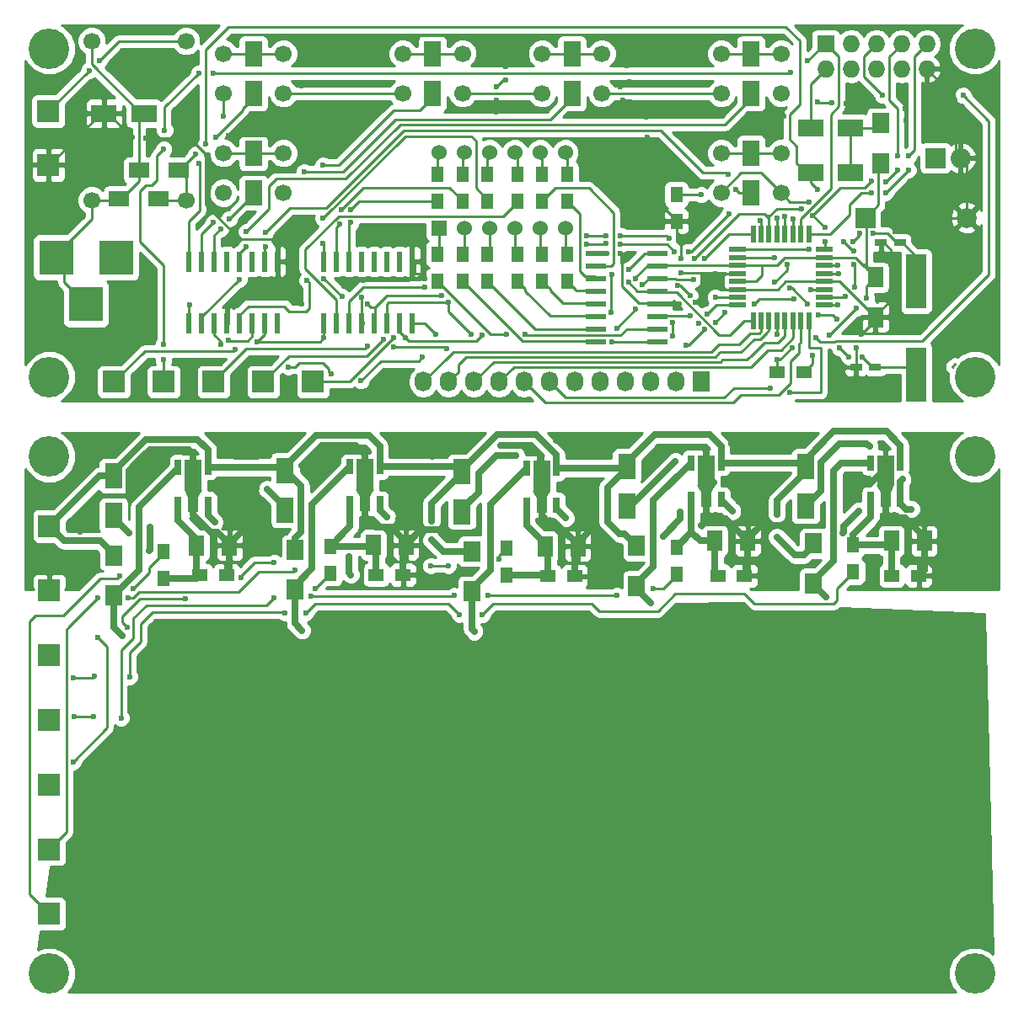
<source format=gbl>
G04 #@! TF.FileFunction,Copper,L2,Bot,Signal*
%FSLAX46Y46*%
G04 Gerber Fmt 4.6, Leading zero omitted, Abs format (unit mm)*
G04 Created by KiCad (PCBNEW 4.0.7) date Sat Oct  7 11:25:55 2017*
%MOMM*%
%LPD*%
G01*
G04 APERTURE LIST*
%ADD10C,0.100000*%
%ADD11R,1.524000X2.032000*%
%ADD12R,2.235200X2.235200*%
%ADD13R,1.700000X2.000000*%
%ADD14R,1.200000X0.750000*%
%ADD15R,1.600000X2.000000*%
%ADD16R,1.800860X2.499360*%
%ADD17C,1.998980*%
%ADD18R,1.998980X1.998980*%
%ADD19R,2.499360X1.800860*%
%ADD20R,3.500120X3.500120*%
%ADD21R,1.727200X2.032000*%
%ADD22O,1.727200X2.032000*%
%ADD23R,1.727200X1.727200*%
%ADD24O,1.727200X1.727200*%
%ADD25R,2.032000X2.032000*%
%ADD26O,2.032000X2.032000*%
%ADD27R,1.300000X1.500000*%
%ADD28R,1.500000X1.300000*%
%ADD29C,1.700000*%
%ADD30R,0.700000X1.500000*%
%ADD31R,0.701000X1.500000*%
%ADD32R,1.000000X1.500000*%
%ADD33R,1.800000X3.025000*%
%ADD34R,0.550000X2.000000*%
%ADD35C,1.524000*%
%ADD36R,1.524000X1.524000*%
%ADD37R,2.000000X0.550000*%
%ADD38R,1.998980X5.499100*%
%ADD39R,1.700000X0.500000*%
%ADD40R,0.500000X1.700000*%
%ADD41C,4.064000*%
%ADD42R,2.000000X1.600000*%
%ADD43C,0.600000*%
%ADD44C,0.700000*%
%ADD45C,0.500000*%
%ADD46C,0.250000*%
%ADD47C,0.700000*%
%ADD48C,0.254000*%
G04 APERTURE END LIST*
D10*
D11*
X48299000Y-83450000D03*
X51601000Y-83450000D03*
X83299000Y-83550000D03*
X86601000Y-83550000D03*
X66049000Y-83400000D03*
X69351000Y-83400000D03*
X100349000Y-83000000D03*
X103651000Y-83000000D03*
X118099000Y-83000000D03*
X121401000Y-83000000D03*
D12*
X33400000Y-39800000D03*
X33500000Y-81500000D03*
D13*
X117000000Y-45000000D03*
X117000000Y-41000000D03*
D14*
X114550000Y-65500000D03*
X116450000Y-65500000D03*
X117050000Y-53000000D03*
X118950000Y-53000000D03*
D15*
X116500000Y-56500000D03*
X116500000Y-60500000D03*
D16*
X39950000Y-76451020D03*
X39950000Y-80448980D03*
D17*
X125660000Y-50502540D03*
D18*
X115500000Y-50502540D03*
D19*
X113998980Y-41500000D03*
X110001020Y-41500000D03*
X113998980Y-46000000D03*
X110001020Y-46000000D03*
D16*
X72000000Y-34001020D03*
X72000000Y-37998980D03*
X86000000Y-34001020D03*
X86000000Y-37998980D03*
X54000000Y-34001020D03*
X54000000Y-37998980D03*
X54000000Y-44001020D03*
X54000000Y-47998980D03*
X104000000Y-34001020D03*
X104000000Y-37998980D03*
X104000000Y-44001020D03*
X104000000Y-47998980D03*
X74950000Y-76051020D03*
X74950000Y-80048980D03*
X57200000Y-75901020D03*
X57200000Y-79898980D03*
X91500000Y-75501020D03*
X91500000Y-79498980D03*
X109500000Y-75501020D03*
X109500000Y-79498980D03*
D12*
X33500000Y-120500000D03*
X33500000Y-114000000D03*
X33500000Y-107500000D03*
X33500000Y-101000000D03*
X33500000Y-94500000D03*
X33400000Y-45200000D03*
X33500000Y-88000000D03*
D20*
X40200140Y-54500000D03*
X34200660Y-54500000D03*
X37200400Y-59199000D03*
D21*
X99000000Y-67000000D03*
D22*
X96460000Y-67000000D03*
X93920000Y-67000000D03*
X91380000Y-67000000D03*
X88840000Y-67000000D03*
X86300000Y-67000000D03*
X83760000Y-67000000D03*
X81220000Y-67000000D03*
X78680000Y-67000000D03*
X76140000Y-67000000D03*
X73600000Y-67000000D03*
X71060000Y-67000000D03*
D23*
X111500000Y-33000000D03*
D24*
X111500000Y-35540000D03*
X114040000Y-33000000D03*
X114040000Y-35540000D03*
X116580000Y-33000000D03*
X116580000Y-35540000D03*
X119120000Y-33000000D03*
X119120000Y-35540000D03*
X121660000Y-33000000D03*
X121660000Y-35540000D03*
D25*
X122500000Y-44500000D03*
D26*
X125040000Y-44500000D03*
D12*
X40000000Y-67000000D03*
X45000000Y-67000000D03*
X50000000Y-67000000D03*
X55000000Y-67000000D03*
X60000000Y-67000000D03*
D13*
X39950000Y-88450000D03*
X39950000Y-84450000D03*
X75950000Y-88050000D03*
X75950000Y-84050000D03*
X58200000Y-87900000D03*
X58200000Y-83900000D03*
X92500000Y-87500000D03*
X92500000Y-83500000D03*
X110250000Y-87250000D03*
X110250000Y-83250000D03*
D27*
X44950000Y-84100000D03*
X44950000Y-86800000D03*
X79450000Y-83700000D03*
X79450000Y-86400000D03*
X61700000Y-86250000D03*
X61700000Y-83550000D03*
X96500000Y-86350000D03*
X96500000Y-83650000D03*
X114250000Y-86100000D03*
X114250000Y-83400000D03*
X96500000Y-50850000D03*
X96500000Y-48150000D03*
D28*
X48600000Y-86450000D03*
X51300000Y-86450000D03*
X106650000Y-66000000D03*
X109350000Y-66000000D03*
X83600000Y-86550000D03*
X86300000Y-86550000D03*
X66350000Y-86400000D03*
X69050000Y-86400000D03*
X100650000Y-86500000D03*
X103350000Y-86500000D03*
X118150000Y-86500000D03*
X120850000Y-86500000D03*
D27*
X72500000Y-54150000D03*
X72500000Y-56850000D03*
X83000000Y-54150000D03*
X83000000Y-56850000D03*
X85500000Y-46150000D03*
X85500000Y-48850000D03*
X80500000Y-54150000D03*
X80500000Y-56850000D03*
X77500000Y-54150000D03*
X77500000Y-56850000D03*
X80500000Y-46150000D03*
X80500000Y-48850000D03*
X75000000Y-46150000D03*
X75000000Y-48850000D03*
X75000000Y-54150000D03*
X75000000Y-56850000D03*
X85500000Y-54150000D03*
X85500000Y-56850000D03*
X83000000Y-46150000D03*
X83000000Y-48850000D03*
X77500000Y-46150000D03*
X77500000Y-48850000D03*
X72500000Y-46150000D03*
X72500000Y-48850000D03*
D29*
X57000000Y-38000000D03*
X51000000Y-38000000D03*
X57000000Y-34000000D03*
X51000000Y-34000000D03*
X57000000Y-48000000D03*
X51000000Y-48000000D03*
X57000000Y-44000000D03*
X51000000Y-44000000D03*
X107000000Y-38000000D03*
X101000000Y-38000000D03*
X107000000Y-34000000D03*
X101000000Y-34000000D03*
X107000000Y-48000000D03*
X101000000Y-48000000D03*
X107000000Y-44000000D03*
X101000000Y-44000000D03*
X75000000Y-38000000D03*
X69000000Y-38000000D03*
X75000000Y-34000000D03*
X69000000Y-34000000D03*
X89000000Y-38000000D03*
X83000000Y-38000000D03*
X89000000Y-34000000D03*
X83000000Y-34000000D03*
D30*
X49450000Y-75590000D03*
X46450000Y-75590000D03*
D31*
X49450000Y-79300000D03*
D32*
X47950000Y-79300000D03*
D30*
X46450000Y-79300000D03*
D33*
X47950000Y-76355000D03*
D10*
G36*
X47450000Y-78610000D02*
X47050000Y-77850000D01*
X48850000Y-77850000D01*
X48450000Y-78610000D01*
X47450000Y-78610000D01*
X47450000Y-78610000D01*
G37*
D29*
X37750000Y-32750000D03*
X37750000Y-48750000D03*
X47250000Y-32750000D03*
X47250000Y-48750000D03*
D34*
X56445000Y-61100000D03*
X55175000Y-61100000D03*
X53905000Y-61100000D03*
X52635000Y-61100000D03*
X51365000Y-61100000D03*
X50095000Y-61100000D03*
X48825000Y-61100000D03*
X47555000Y-61100000D03*
X47555000Y-54900000D03*
X48825000Y-54900000D03*
X50095000Y-54900000D03*
X51365000Y-54900000D03*
X52635000Y-54900000D03*
X53905000Y-54900000D03*
X55175000Y-54900000D03*
X56445000Y-54900000D03*
D35*
X77730000Y-43920000D03*
X75190000Y-43920000D03*
X72650000Y-43920000D03*
X80270000Y-43920000D03*
X82810000Y-43920000D03*
X85350000Y-43920000D03*
D36*
X72650000Y-51540000D03*
D35*
X75190000Y-51540000D03*
X77730000Y-51540000D03*
X80270000Y-51540000D03*
X82810000Y-51540000D03*
X85350000Y-51540000D03*
D37*
X94600000Y-54055000D03*
X94600000Y-55325000D03*
X94600000Y-56595000D03*
X94600000Y-57865000D03*
X94600000Y-59135000D03*
X94600000Y-60405000D03*
X94600000Y-61675000D03*
X94600000Y-62945000D03*
X88400000Y-62945000D03*
X88400000Y-61675000D03*
X88400000Y-60405000D03*
X88400000Y-59135000D03*
X88400000Y-57865000D03*
X88400000Y-56595000D03*
X88400000Y-55325000D03*
X88400000Y-54055000D03*
D34*
X69945000Y-61100000D03*
X68675000Y-61100000D03*
X67405000Y-61100000D03*
X66135000Y-61100000D03*
X64865000Y-61100000D03*
X63595000Y-61100000D03*
X62325000Y-61100000D03*
X61055000Y-61100000D03*
X61055000Y-54900000D03*
X62325000Y-54900000D03*
X63595000Y-54900000D03*
X64865000Y-54900000D03*
X66135000Y-54900000D03*
X67405000Y-54900000D03*
X68675000Y-54900000D03*
X69945000Y-54900000D03*
D30*
X84450000Y-75690000D03*
X81450000Y-75690000D03*
D31*
X84450000Y-79400000D03*
D32*
X82950000Y-79400000D03*
D30*
X81450000Y-79400000D03*
D33*
X82950000Y-76455000D03*
D10*
G36*
X82450000Y-78710000D02*
X82050000Y-77950000D01*
X83850000Y-77950000D01*
X83450000Y-78710000D01*
X82450000Y-78710000D01*
X82450000Y-78710000D01*
G37*
D30*
X66700000Y-75540000D03*
X63700000Y-75540000D03*
D31*
X66700000Y-79250000D03*
D32*
X65200000Y-79250000D03*
D30*
X63700000Y-79250000D03*
D33*
X65200000Y-76305000D03*
D10*
G36*
X64700000Y-78560000D02*
X64300000Y-77800000D01*
X66100000Y-77800000D01*
X65700000Y-78560000D01*
X64700000Y-78560000D01*
X64700000Y-78560000D01*
G37*
D30*
X101000000Y-75140000D03*
X98000000Y-75140000D03*
D31*
X101000000Y-78850000D03*
D32*
X99500000Y-78850000D03*
D30*
X98000000Y-78850000D03*
D33*
X99500000Y-75905000D03*
D10*
G36*
X99000000Y-78160000D02*
X98600000Y-77400000D01*
X100400000Y-77400000D01*
X100000000Y-78160000D01*
X99000000Y-78160000D01*
X99000000Y-78160000D01*
G37*
D30*
X119000000Y-75140000D03*
X116000000Y-75140000D03*
D31*
X119000000Y-78850000D03*
D32*
X117500000Y-78850000D03*
D30*
X116000000Y-78850000D03*
D33*
X117500000Y-75905000D03*
D10*
G36*
X117000000Y-78160000D02*
X116600000Y-77400000D01*
X118400000Y-77400000D01*
X118000000Y-78160000D01*
X117000000Y-78160000D01*
X117000000Y-78160000D01*
G37*
D38*
X120600000Y-66299000D03*
X120600000Y-56901000D03*
D39*
X102650000Y-59300000D03*
X102650000Y-58500000D03*
X102650000Y-57700000D03*
X102650000Y-56900000D03*
X102650000Y-56100000D03*
X102650000Y-55300000D03*
X102650000Y-54500000D03*
X102650000Y-53700000D03*
D40*
X104200000Y-52150000D03*
X105000000Y-52150000D03*
X105800000Y-52150000D03*
X106600000Y-52150000D03*
X107400000Y-52150000D03*
X108200000Y-52150000D03*
X109000000Y-52150000D03*
X109800000Y-52150000D03*
D39*
X111350000Y-53700000D03*
X111350000Y-54500000D03*
X111350000Y-55300000D03*
X111350000Y-56100000D03*
X111350000Y-56900000D03*
X111350000Y-57700000D03*
X111350000Y-58500000D03*
X111350000Y-59300000D03*
D40*
X109800000Y-60850000D03*
X109000000Y-60850000D03*
X108200000Y-60850000D03*
X107400000Y-60850000D03*
X106600000Y-60850000D03*
X105800000Y-60850000D03*
X105000000Y-60850000D03*
X104200000Y-60850000D03*
D41*
X33500000Y-33500000D03*
X33500000Y-66500000D03*
X126500000Y-33500000D03*
X126500000Y-66500000D03*
X126500000Y-126500000D03*
X126500000Y-74500000D03*
X33500000Y-126500000D03*
X33500000Y-74500000D03*
D19*
X42998980Y-40000000D03*
X39001020Y-40000000D03*
D42*
X40500000Y-48600000D03*
X44500000Y-48600000D03*
X42500000Y-45700000D03*
X46500000Y-45700000D03*
D43*
X79250000Y-39100000D03*
X124600000Y-40950000D03*
X123400000Y-40900000D03*
X119600000Y-40700000D03*
X119450000Y-39500000D03*
X116050000Y-39050000D03*
X113550000Y-39000000D03*
X112100000Y-38900000D03*
X110700000Y-38850000D03*
X107250000Y-40300000D03*
X102500000Y-41450000D03*
X101100000Y-40100000D03*
X39000000Y-38200000D03*
X41350000Y-37000000D03*
X45600000Y-36900000D03*
X51500000Y-42200000D03*
X58750000Y-39250000D03*
X58850000Y-37250000D03*
X60200000Y-36950000D03*
X58950000Y-34950000D03*
X79350000Y-35300000D03*
X79350000Y-36650000D03*
X78400000Y-37350000D03*
X78400000Y-38650000D03*
X78400000Y-39850000D03*
X91500000Y-33450000D03*
X91500000Y-35250000D03*
X91800000Y-36800000D03*
X90900000Y-37350000D03*
X91150000Y-38700000D03*
X93500000Y-40350000D03*
X93550000Y-42450000D03*
X43200000Y-42500000D03*
X41800000Y-42400000D03*
X71200000Y-56600000D03*
X65000000Y-56800000D03*
X64900000Y-58500000D03*
X118500000Y-51900000D03*
X117000000Y-54300000D03*
X115100000Y-62200000D03*
X114600000Y-63600000D03*
X97000000Y-54600000D03*
X97000000Y-56000000D03*
X98400000Y-59000000D03*
X96800000Y-59200000D03*
X100400000Y-56100000D03*
X89500000Y-54100000D03*
X90900000Y-54100000D03*
X58900000Y-59200000D03*
X37500000Y-35700000D03*
X38500000Y-34700000D03*
D44*
X109500000Y-75500000D03*
X106600000Y-80300000D03*
X106600000Y-82600000D03*
X39950000Y-76450000D03*
X57200000Y-75900000D03*
X74950000Y-76051020D03*
X91500000Y-75500000D03*
X71900000Y-82900000D03*
X71900000Y-80999998D03*
D43*
X47600000Y-59300000D03*
X54400000Y-63000000D03*
X69300000Y-62600000D03*
X61100000Y-62600000D03*
X77000000Y-62300000D03*
X90500000Y-61600000D03*
X92400000Y-59700000D03*
X92400000Y-56600000D03*
X90000000Y-63000000D03*
X115600000Y-58600000D03*
X114600000Y-59600000D03*
X111900000Y-62300000D03*
X110200000Y-64300000D03*
X106400000Y-54500000D03*
X107600000Y-55200000D03*
X106400000Y-57000000D03*
X107900000Y-57600000D03*
X109700000Y-59200000D03*
X110800000Y-60300000D03*
X112600000Y-60700000D03*
X112900000Y-63600000D03*
X113800000Y-64500000D03*
X115200000Y-64500000D03*
X116300000Y-52100000D03*
X114900000Y-52100000D03*
X114200000Y-52900000D03*
X109800000Y-53700000D03*
D44*
X41500000Y-82200000D03*
X50100000Y-81100000D03*
X40800000Y-92500000D03*
X43500000Y-84000000D03*
X43600000Y-81600000D03*
D43*
X110700000Y-47700000D03*
X49200000Y-43100000D03*
X48200000Y-44100000D03*
X52600000Y-56700000D03*
X61000000Y-45200000D03*
X59100000Y-45900000D03*
X50000000Y-51000000D03*
X50200000Y-42400000D03*
X48500000Y-45000000D03*
X51600000Y-50600000D03*
X50700000Y-51600000D03*
X53300000Y-53400000D03*
X53300000Y-51900000D03*
X102500000Y-47700000D03*
X101700000Y-46100000D03*
X55200000Y-52000000D03*
X55200000Y-53400000D03*
D44*
X80400000Y-74400000D03*
X85400000Y-80700000D03*
X76200000Y-92100000D03*
X55400000Y-77800000D03*
X67400000Y-80600000D03*
X58900000Y-92000000D03*
X63800000Y-86400000D03*
X63600000Y-84600000D03*
X96400000Y-75000000D03*
X102100000Y-80000000D03*
X93900000Y-89200000D03*
X96900000Y-80100000D03*
X95200000Y-82500000D03*
X115900000Y-73500000D03*
X119200000Y-76800000D03*
X120100000Y-79800000D03*
X111500000Y-88600000D03*
X113250000Y-82175000D03*
X114800000Y-80000000D03*
D43*
X41900000Y-87800000D03*
X40600000Y-86500000D03*
X38400000Y-88700000D03*
X41400000Y-88700000D03*
X58200000Y-85900000D03*
X60200000Y-87800000D03*
X78700000Y-84800000D03*
X73600000Y-85500000D03*
X71800000Y-85500000D03*
X56100000Y-85200000D03*
X52800000Y-86700000D03*
X47200000Y-88800000D03*
X41300000Y-91700000D03*
X38400000Y-92700000D03*
X35900000Y-105200000D03*
X94150000Y-87800000D03*
X90500000Y-88500000D03*
X77600000Y-88450000D03*
X74200000Y-88500000D03*
X59800000Y-88550000D03*
X56050000Y-88700000D03*
X40700000Y-100800000D03*
X37950000Y-100650000D03*
X36000000Y-100650000D03*
X76950000Y-90450000D03*
X74700000Y-90400000D03*
X59250000Y-90250000D03*
X57150000Y-90250000D03*
X41550000Y-96650000D03*
X38050000Y-96600000D03*
X35900000Y-96800000D03*
X45000000Y-64800000D03*
X45000000Y-63200000D03*
X45000000Y-43600000D03*
X45100000Y-41700000D03*
X48500000Y-36000000D03*
X50000000Y-36000000D03*
X108000000Y-35900000D03*
X109700000Y-34700000D03*
X117200000Y-38200000D03*
X125300000Y-38200000D03*
X110500000Y-62600000D03*
X108100000Y-63600000D03*
X106600000Y-64800000D03*
X106600000Y-62200000D03*
X71000000Y-64500000D03*
X64800000Y-66900000D03*
X61800000Y-66200000D03*
X57500000Y-65500000D03*
X75900000Y-62200000D03*
X51500000Y-62800000D03*
X73600000Y-59000000D03*
X93100000Y-57200000D03*
X98300000Y-54600000D03*
X98200000Y-56700000D03*
X118700000Y-44300000D03*
X118700000Y-45700000D03*
X117500000Y-46900000D03*
X116100000Y-46800000D03*
X110200000Y-50300000D03*
X109100000Y-49600000D03*
X111400000Y-52900000D03*
X111400000Y-51500000D03*
X119800000Y-44300000D03*
X119800000Y-45700000D03*
X117500000Y-48000000D03*
X116100000Y-48000000D03*
X52150000Y-63750000D03*
X89900000Y-60050000D03*
X90050000Y-56200000D03*
X96650000Y-57350000D03*
X97850000Y-58350000D03*
X107400000Y-50400000D03*
X68100000Y-63500000D03*
X65500000Y-63400000D03*
X73400000Y-63700000D03*
X98700000Y-61100000D03*
X99600000Y-60200000D03*
X67100000Y-62700000D03*
X87500000Y-52300000D03*
X89400000Y-52300000D03*
X90900000Y-52300000D03*
X95800000Y-52600000D03*
X99300000Y-54600000D03*
X68100000Y-62600000D03*
X87500000Y-53200000D03*
X89400000Y-53100000D03*
X90900000Y-53200000D03*
X96300000Y-53900000D03*
X97700000Y-53900000D03*
X101800000Y-50100000D03*
X104900000Y-50800000D03*
X51000000Y-40300000D03*
X99000000Y-48200000D03*
X113500000Y-58400000D03*
X114400000Y-57500000D03*
X114300000Y-55200000D03*
X114300000Y-53800000D03*
X113300000Y-52900000D03*
X109800000Y-48900000D03*
X81300000Y-62200000D03*
X79400000Y-62200000D03*
X62800000Y-49700000D03*
X62700000Y-51100000D03*
X61000000Y-50550000D03*
X61000000Y-53050000D03*
X63800000Y-51000000D03*
X63800000Y-49700000D03*
X97900000Y-60400000D03*
X100400000Y-58500000D03*
X97500000Y-63300000D03*
X99300000Y-61700000D03*
X100400000Y-61000000D03*
X101400000Y-60000000D03*
X106600000Y-50500000D03*
X104300000Y-59200000D03*
X108300000Y-58700000D03*
X108200000Y-50600000D03*
X112700000Y-55300000D03*
X112800000Y-56100000D03*
X110000000Y-57700000D03*
X112700000Y-59300000D03*
X96150000Y-61050000D03*
X96100000Y-62400000D03*
X105900000Y-67600000D03*
X107900000Y-68100000D03*
X59400000Y-56800000D03*
X65500000Y-59200000D03*
X62900000Y-58400000D03*
X61100000Y-56600000D03*
X72900000Y-58300000D03*
X91700000Y-57000000D03*
X50700000Y-63200000D03*
X72300000Y-62200000D03*
X71200000Y-57500000D03*
X91700000Y-55700000D03*
D44*
X75500000Y-73500000D03*
X72000000Y-74500000D03*
X99200000Y-73600000D03*
X102000000Y-73200000D03*
X109300000Y-73100000D03*
X115900000Y-77300000D03*
X81900000Y-73400000D03*
X84400000Y-72900000D03*
X91100000Y-73200000D03*
X94700000Y-73600000D03*
X40900000Y-73400000D03*
X42550000Y-74850000D03*
X33600000Y-85700000D03*
X35900000Y-84200000D03*
X36600000Y-82000000D03*
X36500000Y-80400000D03*
X47400000Y-73800000D03*
X50600000Y-72900000D03*
X54400000Y-74500000D03*
X54500000Y-79500000D03*
X72000000Y-77000000D03*
X117000000Y-81200000D03*
X108000000Y-81400000D03*
X99000000Y-81400000D03*
X87600000Y-82200000D03*
X78800000Y-73400000D03*
X73400000Y-81900000D03*
X58900000Y-75400000D03*
X41500000Y-78500000D03*
X54600000Y-81800000D03*
D45*
X116800000Y-126200000D03*
X115800000Y-126200000D03*
X114800000Y-126200000D03*
X113800000Y-126200000D03*
X116800000Y-125200000D03*
X115800000Y-125200000D03*
X114800000Y-125200000D03*
X113800000Y-125200000D03*
X116800000Y-124200000D03*
X115800000Y-124200000D03*
X114800000Y-124200000D03*
X113800000Y-124200000D03*
X116800000Y-123200000D03*
X115800000Y-123200000D03*
X114800000Y-123200000D03*
X113800000Y-123200000D03*
X113800000Y-114700000D03*
X114800000Y-114700000D03*
X115800000Y-114700000D03*
X116800000Y-114700000D03*
X113800000Y-115700000D03*
X114800000Y-115700000D03*
X115800000Y-115700000D03*
X116800000Y-115700000D03*
X113800000Y-116700000D03*
X114800000Y-116700000D03*
X115800000Y-116700000D03*
X116800000Y-116700000D03*
X113800000Y-117700000D03*
X114800000Y-117700000D03*
X115800000Y-117700000D03*
X116800000Y-117700000D03*
X116800000Y-109700000D03*
X115800000Y-109700000D03*
X114800000Y-109700000D03*
X113800000Y-109700000D03*
X116800000Y-108700000D03*
X115800000Y-108700000D03*
X114800000Y-108700000D03*
X113800000Y-108700000D03*
X116800000Y-107700000D03*
X115800000Y-107700000D03*
X114800000Y-107700000D03*
X113800000Y-107700000D03*
X116800000Y-106700000D03*
X115800000Y-106700000D03*
X114800000Y-106700000D03*
X113800000Y-106700000D03*
X113800000Y-98800000D03*
X114800000Y-98800000D03*
X115800000Y-98800000D03*
X116800000Y-98800000D03*
X113800000Y-99800000D03*
X114800000Y-99800000D03*
X115800000Y-99800000D03*
X116800000Y-99800000D03*
X113800000Y-100800000D03*
X114800000Y-100800000D03*
X115800000Y-100800000D03*
X116800000Y-100800000D03*
X113800000Y-101800000D03*
X114800000Y-101800000D03*
X115800000Y-101800000D03*
X116800000Y-101800000D03*
X116800000Y-93700000D03*
X115800000Y-93700000D03*
X114800000Y-93700000D03*
X113800000Y-93700000D03*
X116800000Y-92700000D03*
X115800000Y-92700000D03*
X114800000Y-92700000D03*
X113800000Y-92700000D03*
X116800000Y-91700000D03*
X115800000Y-91700000D03*
X114800000Y-91700000D03*
X113800000Y-91700000D03*
X116800000Y-90700000D03*
X115800000Y-90700000D03*
X114800000Y-90700000D03*
X113800000Y-90700000D03*
X96800000Y-123300000D03*
X97800000Y-123300000D03*
X98800000Y-123300000D03*
X99800000Y-123300000D03*
X96800000Y-124300000D03*
X97800000Y-124300000D03*
X98800000Y-124300000D03*
X99800000Y-124300000D03*
X96800000Y-125300000D03*
X97800000Y-125300000D03*
X98800000Y-125300000D03*
X99800000Y-125300000D03*
X96800000Y-126300000D03*
X97800000Y-126300000D03*
X98800000Y-126300000D03*
X99800000Y-126300000D03*
X99700000Y-117700000D03*
X98700000Y-117700000D03*
X97700000Y-117700000D03*
X96700000Y-117700000D03*
X99700000Y-116700000D03*
X98700000Y-116700000D03*
X97700000Y-116700000D03*
X96700000Y-116700000D03*
X99700000Y-115700000D03*
X98700000Y-115700000D03*
X97700000Y-115700000D03*
X96700000Y-115700000D03*
X99700000Y-114700000D03*
X98700000Y-114700000D03*
X97700000Y-114700000D03*
X96700000Y-114700000D03*
X96800000Y-106700000D03*
X97800000Y-106700000D03*
X98800000Y-106700000D03*
X99800000Y-106700000D03*
X96800000Y-107700000D03*
X97800000Y-107700000D03*
X98800000Y-107700000D03*
X99800000Y-107700000D03*
X96800000Y-108700000D03*
X97800000Y-108700000D03*
X98800000Y-108700000D03*
X99800000Y-108700000D03*
X96800000Y-109700000D03*
X97800000Y-109700000D03*
X98800000Y-109700000D03*
X99800000Y-109700000D03*
X99800000Y-101700000D03*
X98800000Y-101700000D03*
X97800000Y-101700000D03*
X96800000Y-101700000D03*
X99800000Y-100700000D03*
X98800000Y-100700000D03*
X97800000Y-100700000D03*
X96800000Y-100700000D03*
X99800000Y-99700000D03*
X98800000Y-99700000D03*
X97800000Y-99700000D03*
X96800000Y-99700000D03*
X99800000Y-98700000D03*
X98800000Y-98700000D03*
X97800000Y-98700000D03*
X96800000Y-98700000D03*
X96500000Y-90700000D03*
X97500000Y-90700000D03*
X98500000Y-90700000D03*
X99500000Y-90700000D03*
X96500000Y-91700000D03*
X97500000Y-91700000D03*
X98500000Y-91700000D03*
X99500000Y-91700000D03*
X96500000Y-92700000D03*
X97500000Y-92700000D03*
X98500000Y-92700000D03*
X99500000Y-92700000D03*
X96500000Y-93700000D03*
X97500000Y-93700000D03*
X98500000Y-93700000D03*
X99500000Y-93700000D03*
X82200000Y-126100000D03*
X81200000Y-126100000D03*
X80200000Y-126100000D03*
X79200000Y-126100000D03*
X82200000Y-125100000D03*
X81200000Y-125100000D03*
X80200000Y-125100000D03*
X79200000Y-125100000D03*
X82200000Y-124100000D03*
X81200000Y-124100000D03*
X80200000Y-124100000D03*
X79200000Y-124100000D03*
X82200000Y-123100000D03*
X81200000Y-123100000D03*
X80200000Y-123100000D03*
X79200000Y-123100000D03*
X79200000Y-115000000D03*
X80200000Y-115000000D03*
X81200000Y-115000000D03*
X82200000Y-115000000D03*
X79200000Y-116000000D03*
X80200000Y-116000000D03*
X81200000Y-116000000D03*
X82200000Y-116000000D03*
X79200000Y-117000000D03*
X80200000Y-117000000D03*
X81200000Y-117000000D03*
X82200000Y-117000000D03*
X79200000Y-118000000D03*
X80200000Y-118000000D03*
X81200000Y-118000000D03*
X82200000Y-118000000D03*
X82200000Y-110000000D03*
X81200000Y-110000000D03*
X80200000Y-110000000D03*
X79200000Y-110000000D03*
X82200000Y-109000000D03*
X81200000Y-109000000D03*
X80200000Y-109000000D03*
X79200000Y-109000000D03*
X82200000Y-108000000D03*
X81200000Y-108000000D03*
X80200000Y-108000000D03*
X79200000Y-108000000D03*
X82200000Y-107000000D03*
X81200000Y-107000000D03*
X80200000Y-107000000D03*
X79200000Y-107000000D03*
X79200000Y-99000000D03*
X80200000Y-99000000D03*
X81200000Y-99000000D03*
X82200000Y-99000000D03*
X79200000Y-100000000D03*
X80200000Y-100000000D03*
X81200000Y-100000000D03*
X82200000Y-100000000D03*
X79200000Y-101000000D03*
X80200000Y-101000000D03*
X81200000Y-101000000D03*
X82200000Y-101000000D03*
X79200000Y-102000000D03*
X80200000Y-102000000D03*
X81200000Y-102000000D03*
X82200000Y-102000000D03*
X82200000Y-94000000D03*
X81200000Y-94000000D03*
X80200000Y-94000000D03*
X79200000Y-94000000D03*
X82200000Y-93000000D03*
X81200000Y-93000000D03*
X80200000Y-93000000D03*
X79200000Y-93000000D03*
X82200000Y-92000000D03*
X81200000Y-92000000D03*
X80200000Y-92000000D03*
X79200000Y-92000000D03*
X82200000Y-91000000D03*
X81200000Y-91000000D03*
X80200000Y-91000000D03*
X79200000Y-91000000D03*
X61700000Y-123600000D03*
X62700000Y-123600000D03*
X63700000Y-123600000D03*
X64700000Y-123600000D03*
X61700000Y-124600000D03*
X62700000Y-124600000D03*
X63700000Y-124600000D03*
X64700000Y-124600000D03*
X61700000Y-125600000D03*
X62700000Y-125600000D03*
X63700000Y-125600000D03*
X64700000Y-125600000D03*
X61700000Y-126600000D03*
X62700000Y-126600000D03*
X63700000Y-126600000D03*
X64700000Y-126600000D03*
X64700000Y-118100000D03*
X63700000Y-118100000D03*
X62700000Y-118100000D03*
X61700000Y-118100000D03*
X64700000Y-117100000D03*
X63700000Y-117100000D03*
X62700000Y-117100000D03*
X61700000Y-117100000D03*
X64700000Y-116100000D03*
X63700000Y-116100000D03*
X62700000Y-116100000D03*
X61700000Y-116100000D03*
X64700000Y-115100000D03*
X63700000Y-115100000D03*
X62700000Y-115100000D03*
X61700000Y-115100000D03*
X61700000Y-107100000D03*
X62700000Y-107100000D03*
X63700000Y-107100000D03*
X64700000Y-107100000D03*
X61700000Y-108100000D03*
X62700000Y-108100000D03*
X63700000Y-108100000D03*
X64700000Y-108100000D03*
X61700000Y-109100000D03*
X62700000Y-109100000D03*
X63700000Y-109100000D03*
X64700000Y-109100000D03*
X61700000Y-110100000D03*
X62700000Y-110100000D03*
X63700000Y-110100000D03*
X64700000Y-110100000D03*
X64700000Y-102100000D03*
X63700000Y-102100000D03*
X62700000Y-102100000D03*
X61700000Y-102100000D03*
X64700000Y-101100000D03*
X63700000Y-101100000D03*
X62700000Y-101100000D03*
X61700000Y-101100000D03*
X64700000Y-100100000D03*
X63700000Y-100100000D03*
X62700000Y-100100000D03*
X61700000Y-100100000D03*
X64700000Y-99100000D03*
X63700000Y-99100000D03*
X62700000Y-99100000D03*
X61700000Y-99100000D03*
X61700000Y-91100000D03*
X62700000Y-91100000D03*
X63700000Y-91100000D03*
X64700000Y-91100000D03*
X61700000Y-92100000D03*
X62700000Y-92100000D03*
X63700000Y-92100000D03*
X64700000Y-92100000D03*
X61700000Y-93100000D03*
X62700000Y-93100000D03*
X63700000Y-93100000D03*
X64700000Y-93100000D03*
X61700000Y-94100000D03*
X62700000Y-94100000D03*
X63700000Y-94100000D03*
X64700000Y-94100000D03*
X46700000Y-126400000D03*
X45700000Y-126400000D03*
X44700000Y-126400000D03*
X43700000Y-126400000D03*
X46700000Y-125400000D03*
X45700000Y-125400000D03*
X44700000Y-125400000D03*
X43700000Y-125400000D03*
X46700000Y-124400000D03*
X45700000Y-124400000D03*
X44700000Y-124400000D03*
X43700000Y-124400000D03*
X46700000Y-123400000D03*
X45700000Y-123400000D03*
X44700000Y-123400000D03*
X43700000Y-123400000D03*
X43700000Y-115400000D03*
X44700000Y-115400000D03*
X45700000Y-115400000D03*
X46700000Y-115400000D03*
X43700000Y-116400000D03*
X44700000Y-116400000D03*
X45700000Y-116400000D03*
X46700000Y-116400000D03*
X43700000Y-117400000D03*
X44700000Y-117400000D03*
X45700000Y-117400000D03*
X46700000Y-117400000D03*
X43700000Y-118400000D03*
X44700000Y-118400000D03*
X45700000Y-118400000D03*
X46700000Y-118400000D03*
X46700000Y-110400000D03*
X45700000Y-110400000D03*
X44700000Y-110400000D03*
X43700000Y-110400000D03*
X46700000Y-109400000D03*
X45700000Y-109400000D03*
X44700000Y-109400000D03*
X43700000Y-109400000D03*
X46700000Y-108400000D03*
X45700000Y-108400000D03*
X44700000Y-108400000D03*
X43700000Y-108400000D03*
X46700000Y-107400000D03*
X45700000Y-107400000D03*
X44700000Y-107400000D03*
X43700000Y-107400000D03*
X43700000Y-99500000D03*
X44700000Y-99500000D03*
X45700000Y-99500000D03*
X46700000Y-99500000D03*
X43700000Y-100500000D03*
X44700000Y-100500000D03*
X45700000Y-100500000D03*
X46700000Y-100500000D03*
X43700000Y-101500000D03*
X44700000Y-101500000D03*
X45700000Y-101500000D03*
X46700000Y-101500000D03*
X43700000Y-102500000D03*
X44700000Y-102500000D03*
X45700000Y-102500000D03*
X46700000Y-102500000D03*
X46700000Y-94500000D03*
X45700000Y-94500000D03*
X44700000Y-94500000D03*
X43700000Y-94500000D03*
X46700000Y-93500000D03*
X45700000Y-93500000D03*
X44700000Y-93500000D03*
X43700000Y-93500000D03*
X46700000Y-92500000D03*
X45700000Y-92500000D03*
X44700000Y-92500000D03*
X43700000Y-92500000D03*
X46700000Y-91500000D03*
X45700000Y-91500000D03*
X44700000Y-91500000D03*
X43700000Y-91500000D03*
D46*
X124199000Y-65500000D02*
X124500000Y-65199000D01*
D47*
X48299000Y-83450000D02*
X48299000Y-86149000D01*
X48299000Y-86149000D02*
X48600000Y-86450000D01*
X44950000Y-86800000D02*
X48250000Y-86800000D01*
X48250000Y-86800000D02*
X48600000Y-86450000D01*
X48299000Y-83450000D02*
X48299000Y-82799000D01*
X48299000Y-82799000D02*
X46450000Y-80950000D01*
X46450000Y-80950000D02*
X46450000Y-79300000D01*
D46*
X93500000Y-40350000D02*
X100850000Y-40350000D01*
X123450000Y-40950000D02*
X124600000Y-40950000D01*
X123400000Y-40900000D02*
X123450000Y-40950000D01*
X119500000Y-40600000D02*
X119600000Y-40700000D01*
X119500000Y-39550000D02*
X119500000Y-40600000D01*
X119450000Y-39500000D02*
X119500000Y-39550000D01*
X113600000Y-39050000D02*
X116050000Y-39050000D01*
X113550000Y-39000000D02*
X113600000Y-39050000D01*
X110750000Y-38900000D02*
X112100000Y-38900000D01*
X110700000Y-38850000D02*
X110750000Y-38900000D01*
X103650000Y-40300000D02*
X107250000Y-40300000D01*
X102500000Y-41450000D02*
X103650000Y-40300000D01*
X100850000Y-40350000D02*
X101100000Y-40100000D01*
X58750000Y-39250000D02*
X58750000Y-39550000D01*
X39001020Y-38201020D02*
X39001020Y-40000000D01*
X39000000Y-38200000D02*
X39001020Y-38201020D01*
X45500000Y-37000000D02*
X41350000Y-37000000D01*
X45600000Y-36900000D02*
X45500000Y-37000000D01*
X56100000Y-42200000D02*
X51500000Y-42200000D01*
X58750000Y-39550000D02*
X56100000Y-42200000D01*
X58750000Y-39250000D02*
X58750000Y-39300000D01*
X59900000Y-37250000D02*
X58850000Y-37250000D01*
X60200000Y-36950000D02*
X59900000Y-37250000D01*
X61750000Y-32150000D02*
X58950000Y-34950000D01*
X76200000Y-32150000D02*
X61750000Y-32150000D01*
X79350000Y-35300000D02*
X76200000Y-32150000D01*
X79100000Y-36650000D02*
X79350000Y-36650000D01*
X78400000Y-37350000D02*
X79100000Y-36650000D01*
X78400000Y-39850000D02*
X78400000Y-38650000D01*
X96500000Y-50850000D02*
X96500000Y-50750000D01*
X96500000Y-50750000D02*
X93550000Y-47800000D01*
X91500000Y-35250000D02*
X91500000Y-33450000D01*
X91450000Y-36800000D02*
X91800000Y-36800000D01*
X90900000Y-37350000D02*
X91450000Y-36800000D01*
X91850000Y-38700000D02*
X91150000Y-38700000D01*
X93500000Y-40350000D02*
X91850000Y-38700000D01*
X93550000Y-47800000D02*
X93550000Y-42450000D01*
X52600000Y-58400000D02*
X52500000Y-58400000D01*
X57600000Y-58400000D02*
X52600000Y-58400000D01*
X51365000Y-59535000D02*
X51365000Y-61100000D01*
X52500000Y-58400000D02*
X51365000Y-59535000D01*
X57800000Y-58100000D02*
X57500000Y-58400000D01*
X57500000Y-58400000D02*
X57600000Y-58400000D01*
X56445000Y-54900000D02*
X56445000Y-56745000D01*
X56445000Y-56745000D02*
X57800000Y-58100000D01*
X57800000Y-58100000D02*
X58900000Y-59200000D01*
X52635000Y-52635000D02*
X55935000Y-52635000D01*
X49200000Y-49200000D02*
X52635000Y-52635000D01*
X49200000Y-44100000D02*
X49200000Y-49200000D01*
X47600000Y-42500000D02*
X49200000Y-44100000D01*
X43200000Y-42500000D02*
X47600000Y-42500000D01*
X39400000Y-40000000D02*
X41800000Y-42400000D01*
X56445000Y-53145000D02*
X56445000Y-54900000D01*
X55935000Y-52635000D02*
X56445000Y-53145000D01*
X56445000Y-54900000D02*
X56445000Y-54145000D01*
X56445000Y-55745000D02*
X56445000Y-54900000D01*
X70200000Y-56000000D02*
X69945000Y-56000000D01*
X69945000Y-56000000D02*
X70000000Y-56000000D01*
X70000000Y-56000000D02*
X69945000Y-56000000D01*
X70200000Y-56000000D02*
X70200000Y-55155000D01*
X70300000Y-56100000D02*
X70200000Y-56000000D01*
X70700000Y-56100000D02*
X70300000Y-56100000D01*
X71200000Y-56600000D02*
X70700000Y-56100000D01*
X70200000Y-55155000D02*
X69945000Y-54900000D01*
X69945000Y-54900000D02*
X69945000Y-56000000D01*
X69945000Y-56000000D02*
X69945000Y-56355000D01*
X69945000Y-56355000D02*
X69500000Y-56800000D01*
X69500000Y-56800000D02*
X65000000Y-56800000D01*
X64900000Y-58500000D02*
X64865000Y-58535000D01*
X64865000Y-58535000D02*
X64865000Y-61100000D01*
X69945000Y-54255000D02*
X69945000Y-54900000D01*
X117050000Y-53000000D02*
X117050000Y-54250000D01*
X119897460Y-50502540D02*
X125660000Y-50502540D01*
X118500000Y-51900000D02*
X119897460Y-50502540D01*
X117050000Y-54250000D02*
X117000000Y-54300000D01*
X116500000Y-60500000D02*
X116500000Y-60300000D01*
X116500000Y-60300000D02*
X118000000Y-58800000D01*
X118000000Y-53700000D02*
X117300000Y-53000000D01*
X118000000Y-58800000D02*
X118000000Y-53700000D01*
X117300000Y-53000000D02*
X117050000Y-53000000D01*
X114550000Y-65500000D02*
X114550000Y-63650000D01*
X115100000Y-62200000D02*
X116500000Y-60800000D01*
X114550000Y-63650000D02*
X114600000Y-63600000D01*
X116500000Y-60800000D02*
X116500000Y-60500000D01*
X39001020Y-40000000D02*
X39400000Y-40000000D01*
X33400000Y-45200000D02*
X33500000Y-45200000D01*
X33500000Y-45200000D02*
X38700000Y-40000000D01*
X38700000Y-40000000D02*
X39001020Y-40000000D01*
X99000000Y-56100000D02*
X98900000Y-56000000D01*
X96500000Y-52800000D02*
X96500000Y-50850000D01*
X97000000Y-53300000D02*
X96500000Y-52800000D01*
X97000000Y-54600000D02*
X97000000Y-53300000D01*
X98900000Y-56000000D02*
X97000000Y-56000000D01*
X100400000Y-56100000D02*
X99000000Y-56100000D01*
X99000000Y-56100000D02*
X99000000Y-58400000D01*
X99000000Y-58400000D02*
X98400000Y-59000000D01*
X96800000Y-59200000D02*
X94665000Y-59200000D01*
X94600000Y-59135000D02*
X94565000Y-59100000D01*
X94565000Y-59100000D02*
X92700000Y-59100000D01*
X89500000Y-54100000D02*
X88445000Y-54100000D01*
X91000000Y-54200000D02*
X90900000Y-54100000D01*
X91000000Y-57400000D02*
X91000000Y-54200000D01*
X92700000Y-59100000D02*
X91000000Y-57400000D01*
X88445000Y-54100000D02*
X88400000Y-54055000D01*
X101100000Y-57700000D02*
X100400000Y-57000000D01*
X102650000Y-57700000D02*
X101100000Y-57700000D01*
X100400000Y-57000000D02*
X100400000Y-56100000D01*
X106700000Y-57700000D02*
X107500000Y-56900000D01*
X107500000Y-56900000D02*
X108300000Y-56900000D01*
X102650000Y-57700000D02*
X106700000Y-57700000D01*
X108300000Y-56900000D02*
X111350000Y-56900000D01*
X102650000Y-56100000D02*
X100400000Y-56100000D01*
X94665000Y-59200000D02*
X94600000Y-59135000D01*
X116500000Y-60500000D02*
X112900000Y-56900000D01*
X112900000Y-56900000D02*
X111350000Y-56900000D01*
X116500000Y-60500000D02*
X117050000Y-61050000D01*
X125040000Y-44500000D02*
X124600000Y-44060000D01*
X124600000Y-44060000D02*
X124600000Y-38480000D01*
X124600000Y-38480000D02*
X121660000Y-35540000D01*
X125040000Y-44500000D02*
X125660000Y-45120000D01*
X125660000Y-45120000D02*
X125660000Y-50502540D01*
X125200000Y-44340000D02*
X125040000Y-44500000D01*
X58100000Y-58400000D02*
X57600000Y-58400000D01*
X58900000Y-59200000D02*
X58100000Y-58400000D01*
D47*
X83600000Y-86550000D02*
X83600000Y-83851000D01*
X83600000Y-83851000D02*
X83299000Y-83550000D01*
X79450000Y-86400000D02*
X83450000Y-86400000D01*
X83450000Y-86400000D02*
X83600000Y-86550000D01*
X83299000Y-83550000D02*
X83299000Y-83299000D01*
X83299000Y-83299000D02*
X81450000Y-81450000D01*
X81450000Y-81450000D02*
X81450000Y-79400000D01*
X66350000Y-86400000D02*
X66350000Y-83701000D01*
X66350000Y-83701000D02*
X66049000Y-83400000D01*
X61700000Y-83550000D02*
X65899000Y-83550000D01*
X65899000Y-83550000D02*
X66049000Y-83400000D01*
X63700000Y-79250000D02*
X63700000Y-81550000D01*
X63700000Y-81550000D02*
X61700000Y-83550000D01*
X100349000Y-83000000D02*
X98900000Y-83000000D01*
X98900000Y-83000000D02*
X98000000Y-82100000D01*
X98000000Y-78850000D02*
X98000000Y-82100000D01*
X98000000Y-82100000D02*
X98000000Y-82150000D01*
X98000000Y-82150000D02*
X96500000Y-83650000D01*
X100349000Y-83000000D02*
X100349000Y-86199000D01*
X100349000Y-86199000D02*
X100650000Y-86500000D01*
X114250000Y-83400000D02*
X114250000Y-82350000D01*
X116000000Y-80600000D02*
X116000000Y-78850000D01*
X114250000Y-82350000D02*
X116000000Y-80600000D01*
X114250000Y-83400000D02*
X117699000Y-83400000D01*
X117699000Y-83400000D02*
X118099000Y-83000000D01*
X118099000Y-83000000D02*
X118099000Y-86449000D01*
X118099000Y-86449000D02*
X118150000Y-86500000D01*
D46*
X47250000Y-32750000D02*
X40450000Y-32750000D01*
X37500000Y-35700000D02*
X33400000Y-39800000D01*
X40450000Y-32750000D02*
X38500000Y-34700000D01*
D47*
X109500000Y-75500000D02*
X109500000Y-75501020D01*
X109500000Y-75501020D02*
X109500000Y-74800000D01*
X109500000Y-74800000D02*
X112300000Y-72000000D01*
X119000000Y-73400000D02*
X119000000Y-75140000D01*
X117600000Y-72000000D02*
X119000000Y-73400000D01*
X112300000Y-72000000D02*
X117600000Y-72000000D01*
X110250000Y-83250000D02*
X110250000Y-83450000D01*
X110250000Y-83450000D02*
X109300000Y-84400000D01*
X106600000Y-78900000D02*
X109500000Y-76000000D01*
X106600000Y-80300000D02*
X106600000Y-78900000D01*
X108400000Y-84400000D02*
X106600000Y-82600000D01*
X109300000Y-84400000D02*
X108400000Y-84400000D01*
X109500000Y-76000000D02*
X109500000Y-75501020D01*
X110250000Y-83250000D02*
X110250000Y-83050000D01*
X39950000Y-76450000D02*
X39950000Y-76451020D01*
X57200000Y-75900000D02*
X57200000Y-75901020D01*
X91500000Y-75500000D02*
X91500000Y-75501020D01*
X91500000Y-75501020D02*
X91500000Y-75700000D01*
X91500000Y-75700000D02*
X89600000Y-77600000D01*
X91300000Y-82300000D02*
X92500000Y-83500000D01*
X90800000Y-82300000D02*
X91300000Y-82300000D01*
X89600000Y-81100000D02*
X90800000Y-82300000D01*
X89600000Y-77600000D02*
X89600000Y-81100000D01*
X101000000Y-75140000D02*
X109138980Y-75140000D01*
X109138980Y-75140000D02*
X109500000Y-75501020D01*
X91500000Y-75501020D02*
X91500000Y-75100000D01*
X91500000Y-75100000D02*
X94300000Y-72300000D01*
X101000000Y-73500000D02*
X101000000Y-75140000D01*
X99800000Y-72300000D02*
X101000000Y-73500000D01*
X94300000Y-72300000D02*
X99800000Y-72300000D01*
X84450000Y-75690000D02*
X91311020Y-75690000D01*
X91311020Y-75690000D02*
X91500000Y-75501020D01*
X74950000Y-76051020D02*
X74950000Y-75850000D01*
X74950000Y-75850000D02*
X78500000Y-72300000D01*
X84450000Y-74350000D02*
X84450000Y-75690000D01*
X82400000Y-72300000D02*
X84450000Y-74350000D01*
X78500000Y-72300000D02*
X82400000Y-72300000D01*
X74950000Y-76051020D02*
X74950000Y-76150000D01*
X74950000Y-76150000D02*
X71900000Y-79200000D01*
X73050000Y-84050000D02*
X75950000Y-84050000D01*
X71900000Y-82900000D02*
X73050000Y-84050000D01*
X71900000Y-79200000D02*
X71900000Y-80999998D01*
X66700000Y-75540000D02*
X74438980Y-75540000D01*
X74438980Y-75540000D02*
X74950000Y-76051020D01*
X57200000Y-75901020D02*
X57200000Y-75500000D01*
X57200000Y-75500000D02*
X60300000Y-72400000D01*
X66700000Y-73500000D02*
X66700000Y-75540000D01*
X65600000Y-72400000D02*
X66700000Y-73500000D01*
X60300000Y-72400000D02*
X65600000Y-72400000D01*
X58200000Y-83900000D02*
X58200000Y-82700000D01*
X58200000Y-82700000D02*
X58800000Y-82100000D01*
X58800000Y-82100000D02*
X58800000Y-77501020D01*
X58800000Y-77501020D02*
X57200000Y-75901020D01*
X49450000Y-75590000D02*
X56888980Y-75590000D01*
X56888980Y-75590000D02*
X57200000Y-75901020D01*
X39950000Y-76451020D02*
X39950000Y-76050000D01*
X39950000Y-76050000D02*
X43200000Y-72800000D01*
X49450000Y-73850000D02*
X49450000Y-75590000D01*
X48400000Y-72800000D02*
X49450000Y-73850000D01*
X43200000Y-72800000D02*
X48400000Y-72800000D01*
X39950000Y-76451020D02*
X38548980Y-76451020D01*
X38548980Y-76451020D02*
X33500000Y-81500000D01*
X39950000Y-84450000D02*
X39950000Y-84350000D01*
X39950000Y-84350000D02*
X38600000Y-83000000D01*
X38600000Y-83000000D02*
X35000000Y-83000000D01*
X35000000Y-83000000D02*
X33500000Y-81500000D01*
D46*
X54400000Y-63000000D02*
X60700000Y-63000000D01*
X60700000Y-63000000D02*
X61100000Y-62600000D01*
X55175000Y-61100000D02*
X55175000Y-62225000D01*
X47555000Y-59345000D02*
X47555000Y-61100000D01*
X47600000Y-59300000D02*
X47555000Y-59345000D01*
X55175000Y-62225000D02*
X54400000Y-63000000D01*
X61055000Y-61100000D02*
X61055000Y-62555000D01*
X61100000Y-62600000D02*
X61055000Y-62555000D01*
X61055000Y-61100000D02*
X61055000Y-60355000D01*
X77000000Y-62300000D02*
X76400000Y-62900000D01*
X76400000Y-62900000D02*
X69600000Y-62900000D01*
X69600000Y-62900000D02*
X69300000Y-62600000D01*
X69300000Y-62600000D02*
X68675000Y-61975000D01*
X94600000Y-55325000D02*
X93575000Y-55325000D01*
X92400000Y-59700000D02*
X90500000Y-61600000D01*
X92400000Y-56500000D02*
X92400000Y-56600000D01*
X93575000Y-55325000D02*
X92400000Y-56500000D01*
X94600000Y-62945000D02*
X90055000Y-62945000D01*
X90055000Y-62945000D02*
X90000000Y-63000000D01*
X68675000Y-61975000D02*
X68675000Y-61100000D01*
X99000000Y-55300000D02*
X100400000Y-55300000D01*
X94625000Y-55300000D02*
X99000000Y-55300000D01*
X100400000Y-55300000D02*
X102650000Y-55300000D01*
X109350000Y-66000000D02*
X110200000Y-65150000D01*
X115600000Y-57400000D02*
X116500000Y-56500000D01*
X115600000Y-58600000D02*
X115600000Y-57400000D01*
X111900000Y-62300000D02*
X114600000Y-59600000D01*
X110200000Y-65150000D02*
X110200000Y-64300000D01*
X104500000Y-56900000D02*
X105100000Y-56300000D01*
X102650000Y-56900000D02*
X104500000Y-56900000D01*
X105100000Y-56300000D02*
X105100000Y-55300000D01*
X94625000Y-55300000D02*
X94600000Y-55325000D01*
X107100000Y-54800000D02*
X107400000Y-54500000D01*
X106600000Y-55300000D02*
X107100000Y-54800000D01*
X102650000Y-55300000D02*
X105100000Y-55300000D01*
X105100000Y-55300000D02*
X105700000Y-55300000D01*
X107400000Y-54500000D02*
X111350000Y-54500000D01*
X106200000Y-55300000D02*
X106600000Y-55300000D01*
X105700000Y-55300000D02*
X106200000Y-55300000D01*
X115600000Y-55400000D02*
X116500000Y-56300000D01*
X116500000Y-56300000D02*
X116500000Y-56500000D01*
X115600000Y-55100000D02*
X115500000Y-55200000D01*
X115500000Y-55200000D02*
X115200000Y-55200000D01*
X111350000Y-54500000D02*
X113000000Y-54500000D01*
X113000000Y-54500000D02*
X114500000Y-54500000D01*
X114500000Y-54500000D02*
X115200000Y-55200000D01*
X115200000Y-55200000D02*
X116500000Y-56500000D01*
X115500000Y-50502540D02*
X115600000Y-50602540D01*
X115600000Y-50602540D02*
X115600000Y-55100000D01*
X115600000Y-55100000D02*
X115600000Y-55400000D01*
X115600000Y-55400000D02*
X115600000Y-55600000D01*
X115600000Y-55600000D02*
X116500000Y-56500000D01*
X117000000Y-45000000D02*
X116800000Y-45200000D01*
X116800000Y-45200000D02*
X116800000Y-49202540D01*
X116800000Y-49202540D02*
X115500000Y-50502540D01*
X113998980Y-41500000D02*
X113998980Y-46000000D01*
X117000000Y-41000000D02*
X116500000Y-41500000D01*
X116500000Y-41500000D02*
X113998980Y-41500000D01*
X116450000Y-65500000D02*
X116200000Y-65500000D01*
X116200000Y-65500000D02*
X115200000Y-64500000D01*
X106400000Y-54500000D02*
X102650000Y-54500000D01*
X107600000Y-55800000D02*
X107600000Y-55200000D01*
X106400000Y-57000000D02*
X107600000Y-55800000D01*
X108100000Y-57600000D02*
X107900000Y-57600000D01*
X109700000Y-59200000D02*
X108100000Y-57600000D01*
X112200000Y-60300000D02*
X110800000Y-60300000D01*
X112600000Y-60700000D02*
X112200000Y-60300000D01*
X113800000Y-64500000D02*
X112900000Y-63600000D01*
X116450000Y-65500000D02*
X119801000Y-65500000D01*
X119801000Y-65500000D02*
X120600000Y-66299000D01*
X102650000Y-54500000D02*
X102750000Y-54600000D01*
X120600000Y-56901000D02*
X120600000Y-54400000D01*
X120600000Y-54400000D02*
X119200000Y-53000000D01*
X119200000Y-53000000D02*
X118950000Y-53000000D01*
X102650000Y-53700000D02*
X109800000Y-53700000D01*
X117700000Y-52100000D02*
X118600000Y-53000000D01*
X116300000Y-52100000D02*
X117700000Y-52100000D01*
X114900000Y-52200000D02*
X114900000Y-52100000D01*
X114200000Y-52900000D02*
X114900000Y-52200000D01*
X118600000Y-53000000D02*
X118950000Y-53000000D01*
D47*
X39950000Y-80650000D02*
X41500000Y-82200000D01*
X39950000Y-80650000D02*
X39950000Y-80448980D01*
X49450000Y-79300000D02*
X49450000Y-80450000D01*
X49450000Y-80450000D02*
X50100000Y-81100000D01*
X46450000Y-75590000D02*
X46450000Y-75650000D01*
X46450000Y-75650000D02*
X42500000Y-79600000D01*
X42500000Y-79600000D02*
X42500000Y-85900000D01*
X42500000Y-85900000D02*
X39950000Y-88450000D01*
X39950000Y-88450000D02*
X39950000Y-91650000D01*
X39950000Y-91650000D02*
X40800000Y-92500000D01*
X43500000Y-84000000D02*
X43600000Y-83900000D01*
X43600000Y-83900000D02*
X43600000Y-81600000D01*
D46*
X111500000Y-35540000D02*
X110001020Y-37038980D01*
X110001020Y-37038980D02*
X110001020Y-41500000D01*
X110001020Y-46000000D02*
X110001020Y-47001020D01*
X110001020Y-47001020D02*
X110700000Y-47700000D01*
X46500000Y-45700000D02*
X46600000Y-45700000D01*
X46600000Y-45700000D02*
X48200000Y-44100000D01*
X108600000Y-45000000D02*
X109600000Y-46000000D01*
X108600000Y-43300000D02*
X108600000Y-45000000D01*
X107900000Y-42600000D02*
X108600000Y-43300000D01*
X107900000Y-40100000D02*
X107900000Y-42600000D01*
X108900000Y-39100000D02*
X107900000Y-40100000D01*
X108900000Y-32700000D02*
X108900000Y-39100000D01*
X107500000Y-31300000D02*
X108900000Y-32700000D01*
X51500000Y-31300000D02*
X107500000Y-31300000D01*
X49200000Y-33600000D02*
X51500000Y-31300000D01*
X49200000Y-43100000D02*
X49200000Y-33600000D01*
X109600000Y-46000000D02*
X110001020Y-46000000D01*
X47250000Y-48750000D02*
X47250000Y-46450000D01*
X47250000Y-46450000D02*
X46500000Y-45700000D01*
X47250000Y-48750000D02*
X44650000Y-48750000D01*
X44650000Y-48750000D02*
X44500000Y-48600000D01*
X110000000Y-45998980D02*
X110001020Y-46000000D01*
X122500000Y-44500000D02*
X122000000Y-45000000D01*
X72000000Y-34001020D02*
X71998980Y-34000000D01*
X71998980Y-34000000D02*
X69000000Y-34000000D01*
X75000000Y-34000000D02*
X74998980Y-34001020D01*
X74998980Y-34001020D02*
X72000000Y-34001020D01*
X48825000Y-61100000D02*
X48825000Y-60475000D01*
X48825000Y-60475000D02*
X52600000Y-56700000D01*
X61000000Y-45200000D02*
X62600000Y-45200000D01*
X62600000Y-45200000D02*
X68100000Y-39700000D01*
X68100000Y-39700000D02*
X70700000Y-39700000D01*
X70700000Y-39700000D02*
X72000000Y-38400000D01*
X72000000Y-38400000D02*
X72000000Y-37998980D01*
X86000000Y-34001020D02*
X85998980Y-34000000D01*
X85998980Y-34000000D02*
X83000000Y-34000000D01*
X89000000Y-34000000D02*
X88998980Y-34001020D01*
X88998980Y-34001020D02*
X86000000Y-34001020D01*
X48825000Y-54900000D02*
X48825000Y-52175000D01*
X83800000Y-40600000D02*
X86000000Y-38400000D01*
X68300000Y-40600000D02*
X83800000Y-40600000D01*
X63000000Y-45900000D02*
X68300000Y-40600000D01*
X59100000Y-45900000D02*
X63000000Y-45900000D01*
X48825000Y-52175000D02*
X50000000Y-51000000D01*
X86000000Y-38400000D02*
X86000000Y-37998980D01*
X54000000Y-34001020D02*
X53998980Y-34000000D01*
X53998980Y-34000000D02*
X51000000Y-34000000D01*
X57000000Y-34000000D02*
X56998980Y-34001020D01*
X56998980Y-34001020D02*
X54000000Y-34001020D01*
X47555000Y-54900000D02*
X47555000Y-50845000D01*
X52900000Y-39500000D02*
X54000000Y-38400000D01*
X52900000Y-39700000D02*
X52900000Y-39500000D01*
X50200000Y-42400000D02*
X52900000Y-39700000D01*
X48600000Y-45100000D02*
X48500000Y-45000000D01*
X48600000Y-49800000D02*
X48600000Y-45100000D01*
X47555000Y-50845000D02*
X48600000Y-49800000D01*
X54000000Y-38400000D02*
X54000000Y-37998980D01*
X54000000Y-44001020D02*
X53998980Y-44000000D01*
X53998980Y-44000000D02*
X51000000Y-44000000D01*
X57000000Y-44000000D02*
X56998980Y-44001020D01*
X56998980Y-44001020D02*
X54000000Y-44001020D01*
X50095000Y-54900000D02*
X50095000Y-52205000D01*
X51600000Y-50600000D02*
X54000000Y-48200000D01*
X50095000Y-52205000D02*
X50700000Y-51600000D01*
X54000000Y-48200000D02*
X54000000Y-47998980D01*
X50095000Y-55705000D02*
X50095000Y-54900000D01*
X104000000Y-34001020D02*
X103998980Y-34000000D01*
X103998980Y-34000000D02*
X101000000Y-34000000D01*
X107000000Y-34000000D02*
X106998980Y-34001020D01*
X106998980Y-34001020D02*
X104000000Y-34001020D01*
X52635000Y-54900000D02*
X52635000Y-54065000D01*
X52635000Y-54065000D02*
X53300000Y-53400000D01*
X53300000Y-51900000D02*
X55600000Y-49600000D01*
X55600000Y-49600000D02*
X55600000Y-47300000D01*
X55600000Y-47300000D02*
X56300000Y-46600000D01*
X56300000Y-46600000D02*
X63300000Y-46600000D01*
X63300000Y-46600000D02*
X68800000Y-41100000D01*
X68800000Y-41100000D02*
X101400000Y-41100000D01*
X101400000Y-41100000D02*
X104000000Y-38500000D01*
X104000000Y-38500000D02*
X104000000Y-37998980D01*
X104000000Y-44001020D02*
X103998980Y-44000000D01*
X103998980Y-44000000D02*
X101000000Y-44000000D01*
X107000000Y-44000000D02*
X106998980Y-44001020D01*
X106998980Y-44001020D02*
X104000000Y-44001020D01*
X55175000Y-54900000D02*
X55175000Y-53425000D01*
X102798980Y-47998980D02*
X104000000Y-47998980D01*
X102500000Y-47700000D02*
X102798980Y-47998980D01*
X101600000Y-46000000D02*
X101700000Y-46100000D01*
X99200000Y-46000000D02*
X101600000Y-46000000D01*
X94900000Y-41700000D02*
X99200000Y-46000000D01*
X69100000Y-41700000D02*
X94900000Y-41700000D01*
X61300000Y-49500000D02*
X69100000Y-41700000D01*
X57700000Y-49500000D02*
X61300000Y-49500000D01*
X55200000Y-52000000D02*
X57700000Y-49500000D01*
X55175000Y-53425000D02*
X55200000Y-53400000D01*
D47*
X74950000Y-80048980D02*
X74950000Y-79750000D01*
X74950000Y-79750000D02*
X76600000Y-78100000D01*
X76600000Y-78100000D02*
X76600000Y-76200000D01*
X76600000Y-76200000D02*
X78400000Y-74400000D01*
X78400000Y-74400000D02*
X80400000Y-74400000D01*
X85400000Y-80700000D02*
X84450000Y-79750000D01*
X84450000Y-79750000D02*
X84450000Y-79400000D01*
X75950000Y-88050000D02*
X75950000Y-87750000D01*
X75950000Y-87750000D02*
X77800000Y-85900000D01*
X77800000Y-79340000D02*
X81450000Y-75690000D01*
X77800000Y-85900000D02*
X77800000Y-79340000D01*
X75950000Y-88050000D02*
X75950000Y-91850000D01*
X75950000Y-91850000D02*
X76200000Y-92100000D01*
X57200000Y-79898980D02*
X57200000Y-79600000D01*
X57200000Y-79600000D02*
X55400000Y-77800000D01*
X66700000Y-79250000D02*
X66700000Y-79900000D01*
X66700000Y-79900000D02*
X67400000Y-80600000D01*
X58200000Y-87900000D02*
X58200000Y-87500000D01*
X58200000Y-87500000D02*
X59900000Y-85800000D01*
X59900000Y-79340000D02*
X63700000Y-75540000D01*
X59900000Y-85800000D02*
X59900000Y-79340000D01*
X58200000Y-87900000D02*
X58200000Y-91300000D01*
X58200000Y-91300000D02*
X58900000Y-92000000D01*
X63800000Y-86400000D02*
X63600000Y-86200000D01*
X63600000Y-86200000D02*
X63600000Y-84600000D01*
X91500000Y-79498980D02*
X91901020Y-79498980D01*
X91901020Y-79498980D02*
X96400000Y-75000000D01*
X102100000Y-80000000D02*
X101000000Y-78900000D01*
X101000000Y-78900000D02*
X101000000Y-78850000D01*
X92500000Y-87500000D02*
X92500000Y-87300000D01*
X92500000Y-87300000D02*
X94200000Y-85600000D01*
X94200000Y-78940000D02*
X98000000Y-75140000D01*
X94200000Y-85600000D02*
X94200000Y-78940000D01*
X92500000Y-87500000D02*
X92500000Y-87800000D01*
X92500000Y-87800000D02*
X93900000Y-89200000D01*
X96900000Y-80800000D02*
X96900000Y-80100000D01*
X95200000Y-82500000D02*
X96900000Y-80800000D01*
X119000000Y-78850000D02*
X119000000Y-77000000D01*
X111000000Y-77998980D02*
X109500000Y-79498980D01*
X111000000Y-75100000D02*
X111000000Y-77998980D01*
X112900000Y-73200000D02*
X111000000Y-75100000D01*
X115600000Y-73200000D02*
X112900000Y-73200000D01*
X115900000Y-73500000D02*
X115600000Y-73200000D01*
X119000000Y-77000000D02*
X119200000Y-76800000D01*
X119000000Y-78850000D02*
X119000000Y-79200000D01*
X119000000Y-79200000D02*
X119600000Y-79800000D01*
X119600000Y-79800000D02*
X120100000Y-79800000D01*
X110250000Y-87250000D02*
X110250000Y-87050000D01*
X110250000Y-87050000D02*
X112300000Y-85000000D01*
X113060000Y-75140000D02*
X116000000Y-75140000D01*
X112300000Y-75900000D02*
X113060000Y-75140000D01*
X112300000Y-85000000D02*
X112300000Y-75900000D01*
X110250000Y-87250000D02*
X110250000Y-87350000D01*
X110250000Y-87350000D02*
X111500000Y-88600000D01*
X113250000Y-82175000D02*
X113300000Y-82125000D01*
X113300000Y-82125000D02*
X113300000Y-81500000D01*
X113300000Y-81500000D02*
X114800000Y-80000000D01*
D46*
X44950000Y-84100000D02*
X44950000Y-84250000D01*
X44950000Y-84250000D02*
X43500000Y-85700000D01*
X43500000Y-85700000D02*
X43500000Y-86200000D01*
X43500000Y-86200000D02*
X41900000Y-87800000D01*
X40600000Y-86500000D02*
X40300000Y-86800000D01*
X40300000Y-86800000D02*
X38600000Y-86800000D01*
X38600000Y-86800000D02*
X34900000Y-90500000D01*
X34900000Y-90500000D02*
X32100000Y-90500000D01*
X32100000Y-90500000D02*
X31500000Y-91100000D01*
X31500000Y-91100000D02*
X31500000Y-118500000D01*
X31500000Y-118500000D02*
X33500000Y-120500000D01*
X35500000Y-91600000D02*
X35200000Y-91900000D01*
X38400000Y-88700000D02*
X35500000Y-91600000D01*
X41900000Y-88700000D02*
X41400000Y-88700000D01*
X42500000Y-88100000D02*
X41900000Y-88700000D01*
X52500000Y-88100000D02*
X42500000Y-88100000D01*
X54500000Y-86100000D02*
X52500000Y-88100000D01*
X58000000Y-86100000D02*
X54500000Y-86100000D01*
X58200000Y-85900000D02*
X58000000Y-86100000D01*
X61700000Y-86300000D02*
X60200000Y-87800000D01*
X35200000Y-91900000D02*
X35200000Y-112300000D01*
X61700000Y-86250000D02*
X61700000Y-86300000D01*
X35200000Y-112300000D02*
X33500000Y-114000000D01*
X79450000Y-83700000D02*
X79450000Y-83750000D01*
X79450000Y-83750000D02*
X78700000Y-84500000D01*
X78700000Y-84500000D02*
X78700000Y-84800000D01*
X73600000Y-85500000D02*
X71800000Y-85500000D01*
X56100000Y-85200000D02*
X54100000Y-85200000D01*
X54100000Y-85200000D02*
X52800000Y-86500000D01*
X52800000Y-86500000D02*
X52800000Y-86700000D01*
X47200000Y-88800000D02*
X42600000Y-88800000D01*
X42600000Y-88800000D02*
X40800000Y-90600000D01*
X40800000Y-90600000D02*
X40800000Y-91200000D01*
X40800000Y-91200000D02*
X41300000Y-91700000D01*
X38400000Y-92700000D02*
X39300000Y-93600000D01*
X39300000Y-93600000D02*
X39300000Y-101800000D01*
X39300000Y-101800000D02*
X35900000Y-105200000D01*
X96500000Y-86350000D02*
X96500000Y-86450000D01*
X96500000Y-86450000D02*
X95150000Y-87800000D01*
X95150000Y-87800000D02*
X94150000Y-87800000D01*
X90500000Y-88500000D02*
X90450000Y-88450000D01*
X90450000Y-88450000D02*
X77600000Y-88450000D01*
X74200000Y-88500000D02*
X74150000Y-88550000D01*
X74150000Y-88550000D02*
X59800000Y-88550000D01*
X56050000Y-88700000D02*
X55300000Y-89450000D01*
X55300000Y-89450000D02*
X43250000Y-89450000D01*
X43250000Y-89450000D02*
X41950000Y-90750000D01*
X41950000Y-90750000D02*
X41950000Y-92750000D01*
X41950000Y-92750000D02*
X40700000Y-94000000D01*
X40700000Y-94000000D02*
X40700000Y-95550000D01*
X40700000Y-95550000D02*
X40700000Y-100800000D01*
X37950000Y-100650000D02*
X36000000Y-100650000D01*
X114250000Y-86100000D02*
X114250000Y-86150000D01*
X114250000Y-86150000D02*
X112650000Y-87750000D01*
X112650000Y-87750000D02*
X112650000Y-88950000D01*
X112650000Y-88950000D02*
X112300000Y-89300000D01*
X112300000Y-89300000D02*
X104350000Y-89300000D01*
X104350000Y-89300000D02*
X103350000Y-88300000D01*
X103350000Y-88300000D02*
X96400000Y-88300000D01*
X96400000Y-88300000D02*
X94650000Y-90050000D01*
X94650000Y-90050000D02*
X88750000Y-90050000D01*
X88750000Y-90050000D02*
X88000000Y-89300000D01*
X88000000Y-89300000D02*
X78100000Y-89300000D01*
X78100000Y-89300000D02*
X76950000Y-90450000D01*
X74700000Y-90400000D02*
X73600000Y-89300000D01*
X73600000Y-89300000D02*
X60200000Y-89300000D01*
X60200000Y-89300000D02*
X59250000Y-90250000D01*
X57150000Y-90250000D02*
X57050000Y-90150000D01*
X57050000Y-90150000D02*
X43850000Y-90150000D01*
X43850000Y-90150000D02*
X42650000Y-91350000D01*
X42650000Y-91350000D02*
X42650000Y-93150000D01*
X42650000Y-93150000D02*
X41550000Y-94250000D01*
X41550000Y-94250000D02*
X41550000Y-96650000D01*
X38050000Y-96600000D02*
X37850000Y-96800000D01*
X37850000Y-96800000D02*
X35900000Y-96800000D01*
X111500000Y-33000000D02*
X111400000Y-33000000D01*
X111400000Y-33000000D02*
X109700000Y-34700000D01*
X45000000Y-64800000D02*
X45000000Y-67000000D01*
X45000000Y-55300000D02*
X45000000Y-63200000D01*
X42600000Y-52900000D02*
X45000000Y-55300000D01*
X42600000Y-47800000D02*
X42600000Y-52900000D01*
X43200000Y-47200000D02*
X42600000Y-47800000D01*
X43800000Y-47200000D02*
X43200000Y-47200000D01*
X44300000Y-46700000D02*
X43800000Y-47200000D01*
X44300000Y-44300000D02*
X44300000Y-46700000D01*
X45000000Y-43600000D02*
X44300000Y-44300000D01*
X45100000Y-39400000D02*
X45100000Y-41700000D01*
X48500000Y-36000000D02*
X45100000Y-39400000D01*
X107900000Y-36000000D02*
X50000000Y-36000000D01*
X108000000Y-35900000D02*
X107900000Y-36000000D01*
X111500000Y-33000000D02*
X112800000Y-34300000D01*
X109000000Y-50600000D02*
X109000000Y-52150000D01*
X112000000Y-47600000D02*
X109000000Y-50600000D01*
X112000000Y-40100000D02*
X112000000Y-47600000D01*
X112800000Y-39300000D02*
X112000000Y-40100000D01*
X112800000Y-34300000D02*
X112800000Y-39300000D01*
X109100000Y-52050000D02*
X109000000Y-52150000D01*
X116580000Y-33000000D02*
X116580000Y-33020000D01*
X116580000Y-33020000D02*
X115300000Y-34300000D01*
X115300000Y-34300000D02*
X115300000Y-36300000D01*
X115300000Y-36300000D02*
X117200000Y-38200000D01*
X125300000Y-38200000D02*
X127900000Y-40800000D01*
X127900000Y-40800000D02*
X127900000Y-56200000D01*
X127900000Y-56200000D02*
X121200000Y-62900000D01*
X121200000Y-62900000D02*
X112500000Y-62900000D01*
X112500000Y-62900000D02*
X112400000Y-63000000D01*
X112400000Y-63000000D02*
X110900000Y-63000000D01*
X110900000Y-63000000D02*
X110500000Y-62600000D01*
X108100000Y-63600000D02*
X106900000Y-64800000D01*
X106900000Y-64800000D02*
X106600000Y-64800000D01*
X106600000Y-60850000D02*
X106600000Y-62200000D01*
X106600000Y-64800000D02*
X106600000Y-65950000D01*
X106600000Y-65950000D02*
X106650000Y-66000000D01*
X71000000Y-64500000D02*
X70600000Y-64900000D01*
X70600000Y-64900000D02*
X66800000Y-64900000D01*
X66800000Y-64900000D02*
X64800000Y-66900000D01*
X61800000Y-66200000D02*
X61600000Y-66000000D01*
X61600000Y-66000000D02*
X61600000Y-65700000D01*
X61600000Y-65700000D02*
X61000000Y-65100000D01*
X61000000Y-65100000D02*
X58600000Y-65100000D01*
X58600000Y-65100000D02*
X58200000Y-65500000D01*
X58200000Y-65500000D02*
X57500000Y-65500000D01*
X73600000Y-59900000D02*
X75900000Y-62200000D01*
X73600000Y-59000000D02*
X73600000Y-59900000D01*
X53905000Y-62395000D02*
X53905000Y-61100000D01*
X53400000Y-62900000D02*
X53905000Y-62395000D01*
X51600000Y-62900000D02*
X53400000Y-62900000D01*
X51500000Y-62800000D02*
X51600000Y-62900000D01*
X94600000Y-56595000D02*
X93705000Y-56595000D01*
X93705000Y-56595000D02*
X93100000Y-57200000D01*
X67405000Y-59195000D02*
X67405000Y-61100000D01*
X67600000Y-59000000D02*
X67405000Y-59195000D01*
X73600000Y-59000000D02*
X67600000Y-59000000D01*
X105500000Y-50300000D02*
X105700000Y-50300000D01*
X105700000Y-50300000D02*
X105800000Y-50400000D01*
X94600000Y-56595000D02*
X96395000Y-56595000D01*
X105300000Y-50100000D02*
X105500000Y-50300000D01*
X105500000Y-50300000D02*
X105800000Y-50600000D01*
X102800000Y-50100000D02*
X105300000Y-50100000D01*
X98300000Y-54600000D02*
X102800000Y-50100000D01*
X96500000Y-56700000D02*
X98200000Y-56700000D01*
X96395000Y-56595000D02*
X96500000Y-56700000D01*
X119120000Y-33000000D02*
X119120000Y-33080000D01*
X119120000Y-33080000D02*
X117900000Y-34300000D01*
X117900000Y-34300000D02*
X117900000Y-38700000D01*
X117900000Y-38700000D02*
X118700000Y-39500000D01*
X118700000Y-39500000D02*
X118700000Y-44300000D01*
X118700000Y-45700000D02*
X117500000Y-46900000D01*
X116100000Y-46800000D02*
X115400000Y-47500000D01*
X115400000Y-47500000D02*
X113000000Y-47500000D01*
X113000000Y-47500000D02*
X110200000Y-50300000D01*
X111400000Y-51500000D02*
X110200000Y-50300000D01*
X105800000Y-50400000D02*
X105800000Y-50600000D01*
X105800000Y-50600000D02*
X105800000Y-52150000D01*
X106600000Y-49600000D02*
X105800000Y-50400000D01*
X109100000Y-49600000D02*
X106600000Y-49600000D01*
X111400000Y-52900000D02*
X111400000Y-53650000D01*
X111400000Y-53650000D02*
X111350000Y-53700000D01*
X109800000Y-52150000D02*
X111950000Y-52150000D01*
X120400000Y-34260000D02*
X121660000Y-33000000D01*
X120400000Y-43700000D02*
X120400000Y-34260000D01*
X119800000Y-44300000D02*
X120400000Y-43700000D01*
X117500000Y-48000000D02*
X119800000Y-45700000D01*
X115100000Y-48000000D02*
X116100000Y-48000000D01*
X113900000Y-49200000D02*
X115100000Y-48000000D01*
X113900000Y-50200000D02*
X113900000Y-49200000D01*
X111950000Y-52150000D02*
X113900000Y-50200000D01*
X109850000Y-52200000D02*
X109800000Y-52150000D01*
X107400000Y-52150000D02*
X107400000Y-50400000D01*
X43100000Y-63900000D02*
X40000000Y-67000000D01*
X52000000Y-63900000D02*
X43100000Y-63900000D01*
X52150000Y-63750000D02*
X52000000Y-63900000D01*
X89900000Y-56350000D02*
X89900000Y-60050000D01*
X90050000Y-56200000D02*
X89900000Y-56350000D01*
X96850000Y-57350000D02*
X96650000Y-57350000D01*
X97850000Y-58350000D02*
X96850000Y-57350000D01*
X73200000Y-63500000D02*
X73400000Y-63700000D01*
X73200000Y-63500000D02*
X68100000Y-63500000D01*
X65500000Y-63400000D02*
X65200000Y-63700000D01*
X65200000Y-63700000D02*
X53300000Y-63700000D01*
X50000000Y-67000000D02*
X53300000Y-63700000D01*
X102650000Y-59300000D02*
X100500000Y-59300000D01*
X100500000Y-59300000D02*
X99600000Y-60200000D01*
X104200000Y-52150000D02*
X101750000Y-52150000D01*
X57600000Y-64400000D02*
X55000000Y-67000000D01*
X65400000Y-64400000D02*
X57600000Y-64400000D01*
X67100000Y-62700000D02*
X65400000Y-64400000D01*
X89400000Y-52300000D02*
X87500000Y-52300000D01*
X95500000Y-52300000D02*
X90900000Y-52300000D01*
X95800000Y-52600000D02*
X95500000Y-52300000D01*
X101750000Y-52150000D02*
X99300000Y-54600000D01*
X105000000Y-52150000D02*
X105000000Y-50900000D01*
X63700000Y-67000000D02*
X60000000Y-67000000D01*
X68100000Y-62600000D02*
X63700000Y-67000000D01*
X89300000Y-53200000D02*
X87500000Y-53200000D01*
X89400000Y-53100000D02*
X89300000Y-53200000D01*
X95600000Y-53200000D02*
X90900000Y-53200000D01*
X96300000Y-53900000D02*
X95600000Y-53200000D01*
X98000000Y-53900000D02*
X97700000Y-53900000D01*
X101800000Y-50100000D02*
X98000000Y-53900000D01*
X105000000Y-50900000D02*
X104900000Y-50800000D01*
X51000000Y-38000000D02*
X51000000Y-40300000D01*
X69000000Y-38000000D02*
X57000000Y-38000000D01*
X83000000Y-38000000D02*
X75000000Y-38000000D01*
X101000000Y-38000000D02*
X89000000Y-38000000D01*
X101000000Y-48000000D02*
X103000000Y-46000000D01*
X105000000Y-46000000D02*
X107000000Y-48000000D01*
X103000000Y-46000000D02*
X105000000Y-46000000D01*
X96500000Y-48150000D02*
X96550000Y-48200000D01*
X96550000Y-48200000D02*
X99000000Y-48200000D01*
X111350000Y-58500000D02*
X113400000Y-58500000D01*
X113400000Y-58500000D02*
X113500000Y-58400000D01*
X114400000Y-57500000D02*
X114400000Y-55300000D01*
X114400000Y-55300000D02*
X114300000Y-55200000D01*
X114300000Y-53800000D02*
X114200000Y-53800000D01*
X114200000Y-53800000D02*
X113300000Y-52900000D01*
X109800000Y-48900000D02*
X107900000Y-48900000D01*
X107900000Y-48900000D02*
X107000000Y-48000000D01*
X72500000Y-54150000D02*
X72650000Y-54000000D01*
X72650000Y-54000000D02*
X72650000Y-51540000D01*
X94600000Y-61675000D02*
X94575000Y-61700000D01*
X94575000Y-61700000D02*
X91500000Y-61700000D01*
X91500000Y-61700000D02*
X90900000Y-62300000D01*
X90900000Y-62300000D02*
X81400000Y-62300000D01*
X81400000Y-62300000D02*
X81300000Y-62200000D01*
X79400000Y-62200000D02*
X77850000Y-62200000D01*
X77850000Y-62200000D02*
X72500000Y-56850000D01*
X83000000Y-54150000D02*
X82810000Y-53960000D01*
X82810000Y-53960000D02*
X82810000Y-51540000D01*
X88400000Y-59135000D02*
X88365000Y-59100000D01*
X88365000Y-59100000D02*
X85100000Y-59100000D01*
X85100000Y-59100000D02*
X83800000Y-57800000D01*
X83800000Y-57800000D02*
X83800000Y-57650000D01*
X83800000Y-57650000D02*
X83000000Y-56850000D01*
X85350000Y-43920000D02*
X85500000Y-44070000D01*
X85500000Y-44070000D02*
X85500000Y-46150000D01*
X88400000Y-56595000D02*
X88205000Y-56400000D01*
X88205000Y-56400000D02*
X87300000Y-56400000D01*
X87300000Y-56400000D02*
X86800000Y-55900000D01*
X86800000Y-55900000D02*
X86800000Y-50150000D01*
X86800000Y-50150000D02*
X85500000Y-48850000D01*
X80500000Y-54150000D02*
X80270000Y-53920000D01*
X80270000Y-53920000D02*
X80270000Y-51540000D01*
X88400000Y-60405000D02*
X88395000Y-60400000D01*
X88395000Y-60400000D02*
X83800000Y-60400000D01*
X83800000Y-60400000D02*
X81300000Y-57900000D01*
X81300000Y-57900000D02*
X81300000Y-57650000D01*
X81300000Y-57650000D02*
X80500000Y-56850000D01*
X77500000Y-54150000D02*
X77730000Y-53920000D01*
X77730000Y-53920000D02*
X77730000Y-51540000D01*
X81650000Y-61000000D02*
X82350000Y-61700000D01*
X82350000Y-61700000D02*
X82600000Y-61700000D01*
X82800000Y-61700000D02*
X82600000Y-61700000D01*
X88400000Y-61675000D02*
X88375000Y-61700000D01*
X88375000Y-61700000D02*
X82800000Y-61700000D01*
X81650000Y-61000000D02*
X77500000Y-56850000D01*
X80270000Y-43920000D02*
X80500000Y-44150000D01*
X80500000Y-44150000D02*
X80500000Y-46150000D01*
X80500000Y-48850000D02*
X80500000Y-48950000D01*
X80500000Y-48950000D02*
X79100000Y-50350000D01*
X79100000Y-50350000D02*
X62550000Y-50350000D01*
X62550000Y-50350000D02*
X59200000Y-53700000D01*
X59200000Y-53700000D02*
X59200000Y-55650000D01*
X59200000Y-55650000D02*
X62325000Y-58775000D01*
X62325000Y-58775000D02*
X62325000Y-61100000D01*
X75190000Y-43920000D02*
X75000000Y-44110000D01*
X75000000Y-44110000D02*
X75000000Y-46150000D01*
X75000000Y-48850000D02*
X75000000Y-48800000D01*
X75000000Y-48800000D02*
X73700000Y-47500000D01*
X73700000Y-47500000D02*
X65000000Y-47500000D01*
X65000000Y-47500000D02*
X62800000Y-49700000D01*
X62700000Y-51100000D02*
X62325000Y-51475000D01*
X62325000Y-51475000D02*
X62325000Y-54900000D01*
X75000000Y-54150000D02*
X75190000Y-53960000D01*
X75190000Y-53960000D02*
X75190000Y-51540000D01*
X88400000Y-62945000D02*
X88355000Y-62900000D01*
X88355000Y-62900000D02*
X81050000Y-62900000D01*
X81050000Y-62900000D02*
X75000000Y-56850000D01*
X85500000Y-54150000D02*
X85350000Y-54000000D01*
X85350000Y-54000000D02*
X85350000Y-51540000D01*
X88400000Y-57865000D02*
X88335000Y-57800000D01*
X88335000Y-57800000D02*
X86400000Y-57800000D01*
X86400000Y-57800000D02*
X86400000Y-57750000D01*
X86400000Y-57750000D02*
X85500000Y-56850000D01*
X82810000Y-43920000D02*
X83000000Y-44110000D01*
X83000000Y-44110000D02*
X83000000Y-46150000D01*
X88400000Y-55325000D02*
X88475000Y-55400000D01*
X88475000Y-55400000D02*
X89900000Y-55400000D01*
X89900000Y-55400000D02*
X90200000Y-55100000D01*
X90200000Y-55100000D02*
X90200000Y-50000000D01*
X90200000Y-50000000D02*
X87700000Y-47500000D01*
X87700000Y-47500000D02*
X84350000Y-47500000D01*
X84350000Y-47500000D02*
X83000000Y-48850000D01*
X77730000Y-43920000D02*
X77500000Y-44150000D01*
X77500000Y-44150000D02*
X77500000Y-46150000D01*
X77500000Y-48850000D02*
X77500000Y-48650000D01*
X77500000Y-48650000D02*
X76350000Y-47500000D01*
X76350000Y-47500000D02*
X76350000Y-42750000D01*
X76350000Y-42750000D02*
X75900000Y-42300000D01*
X75900000Y-42300000D02*
X69250000Y-42300000D01*
X69250000Y-42300000D02*
X61000000Y-50550000D01*
X61000000Y-53050000D02*
X61055000Y-53105000D01*
X61055000Y-53105000D02*
X61055000Y-54900000D01*
X72650000Y-43920000D02*
X72500000Y-44070000D01*
X72500000Y-44070000D02*
X72500000Y-46150000D01*
X72500000Y-48850000D02*
X64650000Y-48850000D01*
X63595000Y-51205000D02*
X63595000Y-54900000D01*
X63800000Y-51000000D02*
X63595000Y-51205000D01*
X64650000Y-48850000D02*
X63800000Y-49700000D01*
X102650000Y-58500000D02*
X100400000Y-58500000D01*
X97900000Y-60400000D02*
X94605000Y-60400000D01*
X94605000Y-60400000D02*
X94600000Y-60405000D01*
X106600000Y-52150000D02*
X106600000Y-50500000D01*
X97700000Y-63300000D02*
X97500000Y-63300000D01*
X99300000Y-61700000D02*
X97700000Y-63300000D01*
X101400000Y-60000000D02*
X100400000Y-61000000D01*
X104300000Y-59200000D02*
X104800000Y-58700000D01*
X104800000Y-58700000D02*
X108300000Y-58700000D01*
X108200000Y-50600000D02*
X108200000Y-52150000D01*
X112700000Y-55300000D02*
X111350000Y-55300000D01*
X112800000Y-56100000D02*
X111350000Y-56100000D01*
X110000000Y-57700000D02*
X111350000Y-57700000D01*
X112700000Y-59300000D02*
X111350000Y-59300000D01*
X96150000Y-62350000D02*
X96150000Y-61050000D01*
X96100000Y-62400000D02*
X96150000Y-62350000D01*
X101300000Y-68600000D02*
X102300000Y-67600000D01*
X102300000Y-67600000D02*
X102400000Y-67600000D01*
X109800000Y-60850000D02*
X109800000Y-62300000D01*
X105900000Y-67600000D02*
X102400000Y-67600000D01*
X111000000Y-68100000D02*
X107900000Y-68100000D01*
X111000000Y-63600000D02*
X111000000Y-68100000D01*
X109800000Y-63600000D02*
X111000000Y-63600000D01*
X109800000Y-62300000D02*
X109800000Y-63600000D01*
X85360000Y-68600000D02*
X83760000Y-67000000D01*
X101300000Y-68600000D02*
X85360000Y-68600000D01*
X108800000Y-63200000D02*
X109000000Y-63000000D01*
X109000000Y-63000000D02*
X109000000Y-62600000D01*
X108000000Y-64900000D02*
X108800000Y-64100000D01*
X108800000Y-64100000D02*
X108800000Y-63700000D01*
X106800000Y-68300000D02*
X108000000Y-67100000D01*
X108000000Y-67100000D02*
X108000000Y-66800000D01*
X102200000Y-69100000D02*
X103000000Y-68300000D01*
X103000000Y-68300000D02*
X103400000Y-68300000D01*
X109000000Y-60850000D02*
X109000000Y-62600000D01*
X109000000Y-62600000D02*
X109000000Y-63000000D01*
X108800000Y-63200000D02*
X108800000Y-63700000D01*
X108000000Y-64900000D02*
X108000000Y-66800000D01*
X106800000Y-68300000D02*
X103400000Y-68300000D01*
X83320000Y-69100000D02*
X81220000Y-67000000D01*
X102200000Y-69100000D02*
X83320000Y-69100000D01*
X104000000Y-65500000D02*
X105700000Y-63800000D01*
X105700000Y-63800000D02*
X105800000Y-63800000D01*
X107000000Y-63800000D02*
X105800000Y-63800000D01*
X107000000Y-63800000D02*
X108200000Y-62600000D01*
X108200000Y-62600000D02*
X108200000Y-60850000D01*
X104000000Y-65500000D02*
X80180000Y-65500000D01*
X78680000Y-67000000D02*
X80180000Y-65500000D01*
X100900000Y-65000000D02*
X101100000Y-64800000D01*
X101100000Y-64800000D02*
X101500000Y-64800000D01*
X105300000Y-63100000D02*
X103600000Y-64800000D01*
X103600000Y-64800000D02*
X103200000Y-64800000D01*
X103400000Y-64800000D02*
X103200000Y-64800000D01*
X104000000Y-64400000D02*
X105000000Y-63400000D01*
X103200000Y-64800000D02*
X101500000Y-64800000D01*
X76140000Y-67000000D02*
X78140000Y-65000000D01*
X100900000Y-65000000D02*
X78140000Y-65000000D01*
X105300000Y-63100000D02*
X106100000Y-63100000D01*
X105000000Y-63400000D02*
X105300000Y-63100000D01*
X107200000Y-62600000D02*
X107400000Y-62400000D01*
X107400000Y-62400000D02*
X107400000Y-62200000D01*
X107200000Y-62600000D02*
X106700000Y-63100000D01*
X107400000Y-60850000D02*
X107400000Y-62200000D01*
X106700000Y-63100000D02*
X106100000Y-63100000D01*
X106100000Y-63100000D02*
X105500000Y-63100000D01*
X103000000Y-64000000D02*
X104300000Y-62700000D01*
X104300000Y-62700000D02*
X104900000Y-62700000D01*
X105800000Y-61800000D02*
X105800000Y-60850000D01*
X105500000Y-62100000D02*
X105800000Y-61800000D01*
X104900000Y-62700000D02*
X105500000Y-62100000D01*
X100800000Y-64100000D02*
X100900000Y-64000000D01*
X100900000Y-64000000D02*
X101200000Y-64000000D01*
X100400000Y-64500000D02*
X100800000Y-64100000D01*
X74600000Y-65300000D02*
X75400000Y-64500000D01*
X103000000Y-64000000D02*
X101200000Y-64000000D01*
X100400000Y-64500000D02*
X75400000Y-64500000D01*
X74600000Y-66000000D02*
X73600000Y-67000000D01*
X74600000Y-65300000D02*
X74600000Y-66000000D01*
X102800000Y-63200000D02*
X103800000Y-62200000D01*
X74100000Y-64000000D02*
X100000000Y-64000000D01*
X102800000Y-63200000D02*
X100900000Y-63200000D01*
X103900000Y-62100000D02*
X103800000Y-62200000D01*
X104800000Y-62100000D02*
X103900000Y-62100000D01*
X105000000Y-61900000D02*
X105000000Y-60850000D01*
X100800000Y-63200000D02*
X100900000Y-63200000D01*
X100000000Y-64000000D02*
X100800000Y-63200000D01*
X104800000Y-62100000D02*
X105000000Y-61900000D01*
X73500000Y-64560000D02*
X74060000Y-64000000D01*
X73500000Y-64560000D02*
X71060000Y-67000000D01*
X65800000Y-59500000D02*
X65500000Y-59200000D01*
X62900000Y-58400000D02*
X61100000Y-56600000D01*
X66200000Y-59500000D02*
X65800000Y-59500000D01*
X53500000Y-59400000D02*
X52635000Y-60265000D01*
X57100000Y-59400000D02*
X53500000Y-59400000D01*
X57600000Y-59900000D02*
X57100000Y-59400000D01*
X59300000Y-59900000D02*
X57600000Y-59900000D01*
X59600000Y-59600000D02*
X59300000Y-59900000D01*
X59600000Y-57000000D02*
X59600000Y-59600000D01*
X59400000Y-56800000D02*
X59600000Y-57000000D01*
X52635000Y-60265000D02*
X52635000Y-61100000D01*
X94600000Y-57865000D02*
X92565000Y-57865000D01*
X66200000Y-59500000D02*
X66200000Y-61035000D01*
X67400000Y-58300000D02*
X66200000Y-59500000D01*
X72900000Y-58300000D02*
X67400000Y-58300000D01*
X92565000Y-57865000D02*
X91700000Y-57000000D01*
X66200000Y-61035000D02*
X66135000Y-61100000D01*
X101900000Y-62300000D02*
X102900000Y-61300000D01*
X94735000Y-58000000D02*
X96500000Y-58000000D01*
X103300000Y-60900000D02*
X102900000Y-61300000D01*
X101900000Y-62300000D02*
X101000000Y-62300000D01*
X103300000Y-60900000D02*
X104150000Y-60900000D01*
X100800000Y-62300000D02*
X101000000Y-62300000D01*
X96500000Y-58000000D02*
X100800000Y-62300000D01*
X104200000Y-60850000D02*
X104150000Y-60900000D01*
X94735000Y-58000000D02*
X94600000Y-57865000D01*
X50700000Y-63200000D02*
X50700000Y-62900000D01*
X69945000Y-61100000D02*
X71200000Y-61100000D01*
X71200000Y-61100000D02*
X72300000Y-62200000D01*
X50095000Y-62295000D02*
X50095000Y-61100000D01*
X50700000Y-62900000D02*
X50095000Y-62295000D01*
X94600000Y-54055000D02*
X93345000Y-54055000D01*
X63595000Y-58905000D02*
X63595000Y-61100000D01*
X65000000Y-57500000D02*
X63595000Y-58905000D01*
X66600000Y-57500000D02*
X65000000Y-57500000D01*
X71200000Y-57500000D02*
X66600000Y-57500000D01*
X93345000Y-54055000D02*
X91700000Y-55700000D01*
D47*
X75500000Y-73500000D02*
X73000000Y-73500000D01*
X73000000Y-73500000D02*
X72000000Y-74500000D01*
X117500000Y-75905000D02*
X117295000Y-75905000D01*
X117295000Y-75905000D02*
X115900000Y-77300000D01*
X109200000Y-73200000D02*
X102000000Y-73200000D01*
X109300000Y-73100000D02*
X109200000Y-73200000D01*
X99500000Y-75905000D02*
X99500000Y-73900000D01*
X90800000Y-72900000D02*
X84400000Y-72900000D01*
X91100000Y-73200000D02*
X90800000Y-72900000D01*
X99200000Y-73600000D02*
X94700000Y-73600000D01*
X99500000Y-73900000D02*
X99200000Y-73600000D01*
X34400000Y-85700000D02*
X33600000Y-85700000D01*
X35900000Y-84200000D02*
X34400000Y-85700000D01*
X36600000Y-80500000D02*
X36600000Y-82000000D01*
X36500000Y-80400000D02*
X36600000Y-80500000D01*
X52200000Y-74500000D02*
X50600000Y-72900000D01*
X54600000Y-81800000D02*
X54600000Y-79600000D01*
X54600000Y-79600000D02*
X54500000Y-79500000D01*
X54400000Y-74500000D02*
X52200000Y-74500000D01*
X47400000Y-73800000D02*
X47500000Y-73800000D01*
X117500000Y-80700000D02*
X118000000Y-80700000D01*
X117500000Y-80700000D02*
X117500000Y-80200000D01*
X117000000Y-81200000D02*
X117500000Y-80700000D01*
X121401000Y-83000000D02*
X121401000Y-82601000D01*
X121401000Y-82601000D02*
X119500000Y-80700000D01*
X119500000Y-80700000D02*
X118000000Y-80700000D01*
X117500000Y-80200000D02*
X117500000Y-78850000D01*
X118000000Y-80700000D02*
X117500000Y-80200000D01*
X117500000Y-77780000D02*
X117500000Y-78850000D01*
X117500000Y-75905000D02*
X117500000Y-77780000D01*
X103651000Y-83000000D02*
X103651000Y-82749000D01*
X103651000Y-82749000D02*
X105000000Y-81400000D01*
X105000000Y-81400000D02*
X108000000Y-81400000D01*
X121401000Y-83000000D02*
X121401000Y-85949000D01*
X121401000Y-85949000D02*
X120850000Y-86500000D01*
X99500000Y-77780000D02*
X99620000Y-77780000D01*
X99620000Y-77780000D02*
X100300000Y-77100000D01*
X99500000Y-78850000D02*
X99500000Y-80900000D01*
X99500000Y-80900000D02*
X99000000Y-81400000D01*
X99500000Y-78850000D02*
X99500000Y-80200000D01*
X101451000Y-80800000D02*
X103651000Y-83000000D01*
X100100000Y-80800000D02*
X101451000Y-80800000D01*
X99500000Y-80200000D02*
X100100000Y-80800000D01*
X99500000Y-77780000D02*
X99500000Y-78850000D01*
X99500000Y-75905000D02*
X99500000Y-77780000D01*
X103651000Y-83000000D02*
X103651000Y-86199000D01*
X103651000Y-86199000D02*
X103350000Y-86500000D01*
X86601000Y-83550000D02*
X86601000Y-83199000D01*
X86601000Y-83199000D02*
X87600000Y-82200000D01*
X82950000Y-78330000D02*
X82950000Y-76455000D01*
X82950000Y-79400000D02*
X82950000Y-78330000D01*
X82800000Y-74300000D02*
X82800000Y-76305000D01*
X81900000Y-73400000D02*
X82800000Y-74300000D01*
X78800000Y-73400000D02*
X81900000Y-73400000D01*
X82800000Y-76305000D02*
X82950000Y-76455000D01*
X86300000Y-86550000D02*
X86300000Y-83851000D01*
X86300000Y-83851000D02*
X86601000Y-83550000D01*
X86601000Y-83550000D02*
X86601000Y-83401000D01*
X86601000Y-83401000D02*
X84300000Y-81100000D01*
X84300000Y-81100000D02*
X83600000Y-81100000D01*
X83600000Y-81100000D02*
X82950000Y-80450000D01*
X82950000Y-80450000D02*
X82950000Y-79400000D01*
X69351000Y-83400000D02*
X69351000Y-83349000D01*
X69351000Y-83349000D02*
X70800000Y-81900000D01*
X70800000Y-81900000D02*
X73400000Y-81900000D01*
X65200000Y-74300000D02*
X65200000Y-76305000D01*
X64300000Y-73400000D02*
X65200000Y-74300000D01*
X60900000Y-73400000D02*
X64300000Y-73400000D01*
X58900000Y-75400000D02*
X60900000Y-73400000D01*
X69050000Y-86400000D02*
X69050000Y-83701000D01*
X69050000Y-83701000D02*
X69351000Y-83400000D01*
X69351000Y-83400000D02*
X69351000Y-83151000D01*
X69351000Y-83151000D02*
X67800000Y-81600000D01*
X67800000Y-81600000D02*
X66300000Y-81600000D01*
X66300000Y-81600000D02*
X65200000Y-80500000D01*
X65200000Y-80500000D02*
X65200000Y-79250000D01*
X65200000Y-78180000D02*
X65200000Y-79250000D01*
X65200000Y-76305000D02*
X65200000Y-78180000D01*
X47950000Y-76355000D02*
X47950000Y-74250000D01*
X47950000Y-74250000D02*
X47500000Y-73800000D01*
X47500000Y-73800000D02*
X43600000Y-73800000D01*
X43600000Y-73800000D02*
X42550000Y-74850000D01*
X42550000Y-74850000D02*
X41500000Y-75900000D01*
X41500000Y-75900000D02*
X41500000Y-78500000D01*
X51601000Y-83450000D02*
X51601000Y-83299000D01*
X51601000Y-83299000D02*
X53100000Y-81800000D01*
X53100000Y-81800000D02*
X54600000Y-81800000D01*
X51601000Y-83450000D02*
X51601000Y-86149000D01*
X51601000Y-86149000D02*
X51300000Y-86450000D01*
X51601000Y-83450000D02*
X51601000Y-83301000D01*
X51601000Y-83301000D02*
X50400000Y-82100000D01*
X50400000Y-82100000D02*
X49700000Y-82100000D01*
X49700000Y-82100000D02*
X47950000Y-80350000D01*
X47950000Y-80350000D02*
X47950000Y-79300000D01*
X47950000Y-78230000D02*
X47950000Y-79300000D01*
X47950000Y-76355000D02*
X47950000Y-78230000D01*
D46*
X42998980Y-40000000D02*
X42700000Y-40000000D01*
X42700000Y-40000000D02*
X37750000Y-35050000D01*
X37750000Y-35050000D02*
X37750000Y-32750000D01*
X42500000Y-45700000D02*
X42500000Y-40498980D01*
X42500000Y-40498980D02*
X42998980Y-40000000D01*
X40500000Y-48600000D02*
X40700000Y-48600000D01*
X40700000Y-48600000D02*
X42500000Y-46800000D01*
X42500000Y-46800000D02*
X42500000Y-45700000D01*
X37750000Y-48750000D02*
X40350000Y-48750000D01*
X40350000Y-48750000D02*
X40500000Y-48600000D01*
X34200660Y-54500000D02*
X34200660Y-54199340D01*
X34200660Y-54199340D02*
X37750000Y-50650000D01*
X37750000Y-50650000D02*
X37750000Y-48750000D01*
X34200660Y-54500000D02*
X35000000Y-55299340D01*
X35000000Y-55299340D02*
X35000000Y-57000000D01*
X35001400Y-57000000D02*
X37200400Y-59199000D01*
X35000000Y-57000000D02*
X35001400Y-57000000D01*
D48*
G36*
X103227788Y-89252590D02*
X103812599Y-89837401D01*
X104059161Y-90002148D01*
X104350000Y-90060000D01*
X112300000Y-90060000D01*
X112590839Y-90002148D01*
X112837401Y-89837401D01*
X112972781Y-89702021D01*
X127475827Y-90321809D01*
X128279141Y-124507244D01*
X128012707Y-124240345D01*
X127032827Y-123833464D01*
X125971828Y-123832538D01*
X124991239Y-124237709D01*
X124240345Y-124987293D01*
X123833464Y-125967173D01*
X123832538Y-127028172D01*
X124237709Y-128008761D01*
X124601313Y-128373000D01*
X35398732Y-128373000D01*
X35759655Y-128012707D01*
X36166536Y-127032827D01*
X36167462Y-125971828D01*
X35762291Y-124991239D01*
X35012707Y-124240345D01*
X34032827Y-123833464D01*
X32971828Y-123832538D01*
X32334168Y-124096014D01*
X32627502Y-122265040D01*
X34617600Y-122265040D01*
X34852917Y-122220762D01*
X35069041Y-122081690D01*
X35214031Y-121869490D01*
X35265040Y-121617600D01*
X35265040Y-119382400D01*
X35220762Y-119147083D01*
X35081690Y-118930959D01*
X34869490Y-118785969D01*
X34617600Y-118734960D01*
X33193045Y-118734960D01*
X33668846Y-115765040D01*
X34617600Y-115765040D01*
X34852917Y-115720762D01*
X35069041Y-115581690D01*
X35214031Y-115369490D01*
X35265040Y-115117600D01*
X35265040Y-113309762D01*
X35737401Y-112837401D01*
X35902148Y-112590839D01*
X35960000Y-112300000D01*
X35960000Y-106135053D01*
X36085167Y-106135162D01*
X36428943Y-105993117D01*
X36692192Y-105730327D01*
X36834838Y-105386799D01*
X36834879Y-105339923D01*
X39837401Y-102337401D01*
X40002148Y-102090839D01*
X40060000Y-101800000D01*
X40060000Y-101482327D01*
X40169673Y-101592192D01*
X40513201Y-101734838D01*
X40885167Y-101735162D01*
X41228943Y-101593117D01*
X41492192Y-101330327D01*
X41634838Y-100986799D01*
X41635162Y-100614833D01*
X41493117Y-100271057D01*
X41460000Y-100237882D01*
X41460000Y-97584922D01*
X41735167Y-97585162D01*
X42078943Y-97443117D01*
X42342192Y-97180327D01*
X42484838Y-96836799D01*
X42485162Y-96464833D01*
X42343117Y-96121057D01*
X42310000Y-96087882D01*
X42310000Y-94564802D01*
X43187401Y-93687401D01*
X43352148Y-93440839D01*
X43410000Y-93150000D01*
X43410000Y-91664802D01*
X44164802Y-90910000D01*
X56487711Y-90910000D01*
X56619673Y-91042192D01*
X56963201Y-91184838D01*
X57215000Y-91185057D01*
X57215000Y-91300000D01*
X57289979Y-91676943D01*
X57503500Y-91996500D01*
X58203499Y-92696500D01*
X58341314Y-92834555D01*
X58703212Y-92984828D01*
X59095069Y-92985170D01*
X59457229Y-92835529D01*
X59734555Y-92558686D01*
X59884828Y-92196788D01*
X59885170Y-91804931D01*
X59735529Y-91442771D01*
X59465753Y-91172524D01*
X59778943Y-91043117D01*
X60042192Y-90780327D01*
X60184838Y-90436799D01*
X60184879Y-90389923D01*
X60514802Y-90060000D01*
X73285198Y-90060000D01*
X73764878Y-90539680D01*
X73764838Y-90585167D01*
X73906883Y-90928943D01*
X74169673Y-91192192D01*
X74513201Y-91334838D01*
X74885167Y-91335162D01*
X74965000Y-91302176D01*
X74965000Y-91850000D01*
X75039979Y-92226943D01*
X75253500Y-92546500D01*
X75503179Y-92796179D01*
X75641314Y-92934555D01*
X76003212Y-93084828D01*
X76395069Y-93085170D01*
X76757229Y-92935529D01*
X77034555Y-92658686D01*
X77184828Y-92296788D01*
X77185170Y-91904931D01*
X77035529Y-91542771D01*
X76935000Y-91442067D01*
X76935000Y-91384988D01*
X77135167Y-91385162D01*
X77478943Y-91243117D01*
X77742192Y-90980327D01*
X77884838Y-90636799D01*
X77884879Y-90589923D01*
X78414802Y-90060000D01*
X87685198Y-90060000D01*
X88212599Y-90587401D01*
X88459160Y-90752148D01*
X88750000Y-90810000D01*
X94650000Y-90810000D01*
X94940839Y-90752148D01*
X95187401Y-90587401D01*
X96478855Y-89295947D01*
X102895807Y-89227053D01*
X103227788Y-89252590D01*
X103227788Y-89252590D01*
G37*
X103227788Y-89252590D02*
X103812599Y-89837401D01*
X104059161Y-90002148D01*
X104350000Y-90060000D01*
X112300000Y-90060000D01*
X112590839Y-90002148D01*
X112837401Y-89837401D01*
X112972781Y-89702021D01*
X127475827Y-90321809D01*
X128279141Y-124507244D01*
X128012707Y-124240345D01*
X127032827Y-123833464D01*
X125971828Y-123832538D01*
X124991239Y-124237709D01*
X124240345Y-124987293D01*
X123833464Y-125967173D01*
X123832538Y-127028172D01*
X124237709Y-128008761D01*
X124601313Y-128373000D01*
X35398732Y-128373000D01*
X35759655Y-128012707D01*
X36166536Y-127032827D01*
X36167462Y-125971828D01*
X35762291Y-124991239D01*
X35012707Y-124240345D01*
X34032827Y-123833464D01*
X32971828Y-123832538D01*
X32334168Y-124096014D01*
X32627502Y-122265040D01*
X34617600Y-122265040D01*
X34852917Y-122220762D01*
X35069041Y-122081690D01*
X35214031Y-121869490D01*
X35265040Y-121617600D01*
X35265040Y-119382400D01*
X35220762Y-119147083D01*
X35081690Y-118930959D01*
X34869490Y-118785969D01*
X34617600Y-118734960D01*
X33193045Y-118734960D01*
X33668846Y-115765040D01*
X34617600Y-115765040D01*
X34852917Y-115720762D01*
X35069041Y-115581690D01*
X35214031Y-115369490D01*
X35265040Y-115117600D01*
X35265040Y-113309762D01*
X35737401Y-112837401D01*
X35902148Y-112590839D01*
X35960000Y-112300000D01*
X35960000Y-106135053D01*
X36085167Y-106135162D01*
X36428943Y-105993117D01*
X36692192Y-105730327D01*
X36834838Y-105386799D01*
X36834879Y-105339923D01*
X39837401Y-102337401D01*
X40002148Y-102090839D01*
X40060000Y-101800000D01*
X40060000Y-101482327D01*
X40169673Y-101592192D01*
X40513201Y-101734838D01*
X40885167Y-101735162D01*
X41228943Y-101593117D01*
X41492192Y-101330327D01*
X41634838Y-100986799D01*
X41635162Y-100614833D01*
X41493117Y-100271057D01*
X41460000Y-100237882D01*
X41460000Y-97584922D01*
X41735167Y-97585162D01*
X42078943Y-97443117D01*
X42342192Y-97180327D01*
X42484838Y-96836799D01*
X42485162Y-96464833D01*
X42343117Y-96121057D01*
X42310000Y-96087882D01*
X42310000Y-94564802D01*
X43187401Y-93687401D01*
X43352148Y-93440839D01*
X43410000Y-93150000D01*
X43410000Y-91664802D01*
X44164802Y-90910000D01*
X56487711Y-90910000D01*
X56619673Y-91042192D01*
X56963201Y-91184838D01*
X57215000Y-91185057D01*
X57215000Y-91300000D01*
X57289979Y-91676943D01*
X57503500Y-91996500D01*
X58203499Y-92696500D01*
X58341314Y-92834555D01*
X58703212Y-92984828D01*
X59095069Y-92985170D01*
X59457229Y-92835529D01*
X59734555Y-92558686D01*
X59884828Y-92196788D01*
X59885170Y-91804931D01*
X59735529Y-91442771D01*
X59465753Y-91172524D01*
X59778943Y-91043117D01*
X60042192Y-90780327D01*
X60184838Y-90436799D01*
X60184879Y-90389923D01*
X60514802Y-90060000D01*
X73285198Y-90060000D01*
X73764878Y-90539680D01*
X73764838Y-90585167D01*
X73906883Y-90928943D01*
X74169673Y-91192192D01*
X74513201Y-91334838D01*
X74885167Y-91335162D01*
X74965000Y-91302176D01*
X74965000Y-91850000D01*
X75039979Y-92226943D01*
X75253500Y-92546500D01*
X75503179Y-92796179D01*
X75641314Y-92934555D01*
X76003212Y-93084828D01*
X76395069Y-93085170D01*
X76757229Y-92935529D01*
X77034555Y-92658686D01*
X77184828Y-92296788D01*
X77185170Y-91904931D01*
X77035529Y-91542771D01*
X76935000Y-91442067D01*
X76935000Y-91384988D01*
X77135167Y-91385162D01*
X77478943Y-91243117D01*
X77742192Y-90980327D01*
X77884838Y-90636799D01*
X77884879Y-90589923D01*
X78414802Y-90060000D01*
X87685198Y-90060000D01*
X88212599Y-90587401D01*
X88459160Y-90752148D01*
X88750000Y-90810000D01*
X94650000Y-90810000D01*
X94940839Y-90752148D01*
X95187401Y-90587401D01*
X96478855Y-89295947D01*
X102895807Y-89227053D01*
X103227788Y-89252590D01*
G36*
X40053100Y-74553900D02*
X39049570Y-74553900D01*
X38814253Y-74598178D01*
X38598129Y-74737250D01*
X38453139Y-74949450D01*
X38402130Y-75201340D01*
X38402130Y-75495230D01*
X38172037Y-75540999D01*
X37852480Y-75754520D01*
X33872040Y-79734960D01*
X32382400Y-79734960D01*
X32147083Y-79779238D01*
X31930959Y-79918310D01*
X31785969Y-80130510D01*
X31734960Y-80382400D01*
X31734960Y-82617600D01*
X31779238Y-82852917D01*
X31918310Y-83069041D01*
X32130510Y-83214031D01*
X32382400Y-83265040D01*
X33872040Y-83265040D01*
X34303500Y-83696500D01*
X34623057Y-83910021D01*
X35000000Y-83985000D01*
X38192000Y-83985000D01*
X38452560Y-84245560D01*
X38452560Y-85450000D01*
X38496838Y-85685317D01*
X38635910Y-85901441D01*
X38838698Y-86040000D01*
X38600000Y-86040000D01*
X38309160Y-86097852D01*
X38062599Y-86262599D01*
X36452198Y-87873000D01*
X35252600Y-87873000D01*
X35252600Y-87872998D01*
X35093852Y-87872998D01*
X35252600Y-87714250D01*
X35252600Y-86756090D01*
X35155927Y-86522701D01*
X34977298Y-86344073D01*
X34743909Y-86247400D01*
X33785750Y-86247400D01*
X33627000Y-86406150D01*
X33627000Y-87873000D01*
X33373000Y-87873000D01*
X33373000Y-86406150D01*
X33214250Y-86247400D01*
X32256091Y-86247400D01*
X32022702Y-86344073D01*
X31844073Y-86522701D01*
X31747400Y-86756090D01*
X31747400Y-87714250D01*
X31906148Y-87872998D01*
X31747400Y-87872998D01*
X31747400Y-87873000D01*
X31127000Y-87873000D01*
X31127000Y-75740825D01*
X31237709Y-76008761D01*
X31987293Y-76759655D01*
X32967173Y-77166536D01*
X34028172Y-77167462D01*
X35008761Y-76762291D01*
X35759655Y-76012707D01*
X36166536Y-75032827D01*
X36167462Y-73971828D01*
X35762291Y-72991239D01*
X35012707Y-72240345D01*
X34739741Y-72127000D01*
X42480000Y-72127000D01*
X40053100Y-74553900D01*
X40053100Y-74553900D01*
G37*
X40053100Y-74553900D02*
X39049570Y-74553900D01*
X38814253Y-74598178D01*
X38598129Y-74737250D01*
X38453139Y-74949450D01*
X38402130Y-75201340D01*
X38402130Y-75495230D01*
X38172037Y-75540999D01*
X37852480Y-75754520D01*
X33872040Y-79734960D01*
X32382400Y-79734960D01*
X32147083Y-79779238D01*
X31930959Y-79918310D01*
X31785969Y-80130510D01*
X31734960Y-80382400D01*
X31734960Y-82617600D01*
X31779238Y-82852917D01*
X31918310Y-83069041D01*
X32130510Y-83214031D01*
X32382400Y-83265040D01*
X33872040Y-83265040D01*
X34303500Y-83696500D01*
X34623057Y-83910021D01*
X35000000Y-83985000D01*
X38192000Y-83985000D01*
X38452560Y-84245560D01*
X38452560Y-85450000D01*
X38496838Y-85685317D01*
X38635910Y-85901441D01*
X38838698Y-86040000D01*
X38600000Y-86040000D01*
X38309160Y-86097852D01*
X38062599Y-86262599D01*
X36452198Y-87873000D01*
X35252600Y-87873000D01*
X35252600Y-87872998D01*
X35093852Y-87872998D01*
X35252600Y-87714250D01*
X35252600Y-86756090D01*
X35155927Y-86522701D01*
X34977298Y-86344073D01*
X34743909Y-86247400D01*
X33785750Y-86247400D01*
X33627000Y-86406150D01*
X33627000Y-87873000D01*
X33373000Y-87873000D01*
X33373000Y-86406150D01*
X33214250Y-86247400D01*
X32256091Y-86247400D01*
X32022702Y-86344073D01*
X31844073Y-86522701D01*
X31747400Y-86756090D01*
X31747400Y-87714250D01*
X31906148Y-87872998D01*
X31747400Y-87872998D01*
X31747400Y-87873000D01*
X31127000Y-87873000D01*
X31127000Y-75740825D01*
X31237709Y-76008761D01*
X31987293Y-76759655D01*
X32967173Y-77166536D01*
X34028172Y-77167462D01*
X35008761Y-76762291D01*
X35759655Y-76012707D01*
X36166536Y-75032827D01*
X36167462Y-73971828D01*
X35762291Y-72991239D01*
X35012707Y-72240345D01*
X34739741Y-72127000D01*
X42480000Y-72127000D01*
X40053100Y-74553900D01*
G36*
X124991239Y-72237709D02*
X124240345Y-72987293D01*
X123833464Y-73967173D01*
X123832538Y-75028172D01*
X124237709Y-76008761D01*
X124987293Y-76759655D01*
X125967173Y-77166536D01*
X127028172Y-77167462D01*
X128008761Y-76762291D01*
X128759655Y-76012707D01*
X128873000Y-75739741D01*
X128873000Y-87873000D01*
X113601802Y-87873000D01*
X113977362Y-87497440D01*
X114900000Y-87497440D01*
X115135317Y-87453162D01*
X115351441Y-87314090D01*
X115496431Y-87101890D01*
X115547440Y-86850000D01*
X115547440Y-85350000D01*
X115503162Y-85114683D01*
X115364090Y-84898559D01*
X115151890Y-84753569D01*
X115138803Y-84750919D01*
X115351441Y-84614090D01*
X115496431Y-84401890D01*
X115499851Y-84385000D01*
X116819861Y-84385000D01*
X116872910Y-84467441D01*
X117085110Y-84612431D01*
X117114000Y-84618281D01*
X117114000Y-85279452D01*
X116948559Y-85385910D01*
X116803569Y-85598110D01*
X116752560Y-85850000D01*
X116752560Y-87150000D01*
X116796838Y-87385317D01*
X116935910Y-87601441D01*
X117148110Y-87746431D01*
X117400000Y-87797440D01*
X118900000Y-87797440D01*
X119135317Y-87753162D01*
X119351441Y-87614090D01*
X119496431Y-87401890D01*
X119503191Y-87368510D01*
X119561673Y-87509699D01*
X119740302Y-87688327D01*
X119973691Y-87785000D01*
X120564250Y-87785000D01*
X120723000Y-87626250D01*
X120723000Y-86627000D01*
X120977000Y-86627000D01*
X120977000Y-87626250D01*
X121135750Y-87785000D01*
X121726309Y-87785000D01*
X121959698Y-87688327D01*
X122138327Y-87509699D01*
X122235000Y-87276310D01*
X122235000Y-86785750D01*
X122076250Y-86627000D01*
X120977000Y-86627000D01*
X120723000Y-86627000D01*
X120703000Y-86627000D01*
X120703000Y-86373000D01*
X120723000Y-86373000D01*
X120723000Y-85373750D01*
X120977000Y-85373750D01*
X120977000Y-86373000D01*
X122076250Y-86373000D01*
X122235000Y-86214250D01*
X122235000Y-85723690D01*
X122138327Y-85490301D01*
X121959698Y-85311673D01*
X121726309Y-85215000D01*
X121135750Y-85215000D01*
X120977000Y-85373750D01*
X120723000Y-85373750D01*
X120564250Y-85215000D01*
X119973691Y-85215000D01*
X119740302Y-85311673D01*
X119561673Y-85490301D01*
X119505346Y-85626287D01*
X119503162Y-85614683D01*
X119364090Y-85398559D01*
X119151890Y-85253569D01*
X119084000Y-85239821D01*
X119084000Y-84621480D01*
X119096317Y-84619162D01*
X119312441Y-84480090D01*
X119457431Y-84267890D01*
X119508440Y-84016000D01*
X119508440Y-83285750D01*
X120004000Y-83285750D01*
X120004000Y-84142310D01*
X120100673Y-84375699D01*
X120279302Y-84554327D01*
X120512691Y-84651000D01*
X121115250Y-84651000D01*
X121274000Y-84492250D01*
X121274000Y-83127000D01*
X121528000Y-83127000D01*
X121528000Y-84492250D01*
X121686750Y-84651000D01*
X122289309Y-84651000D01*
X122522698Y-84554327D01*
X122701327Y-84375699D01*
X122798000Y-84142310D01*
X122798000Y-83285750D01*
X122639250Y-83127000D01*
X121528000Y-83127000D01*
X121274000Y-83127000D01*
X120162750Y-83127000D01*
X120004000Y-83285750D01*
X119508440Y-83285750D01*
X119508440Y-81984000D01*
X119484674Y-81857690D01*
X120004000Y-81857690D01*
X120004000Y-82714250D01*
X120162750Y-82873000D01*
X121274000Y-82873000D01*
X121274000Y-81507750D01*
X121528000Y-81507750D01*
X121528000Y-82873000D01*
X122639250Y-82873000D01*
X122798000Y-82714250D01*
X122798000Y-81857690D01*
X122701327Y-81624301D01*
X122522698Y-81445673D01*
X122289309Y-81349000D01*
X121686750Y-81349000D01*
X121528000Y-81507750D01*
X121274000Y-81507750D01*
X121115250Y-81349000D01*
X120512691Y-81349000D01*
X120279302Y-81445673D01*
X120100673Y-81624301D01*
X120004000Y-81857690D01*
X119484674Y-81857690D01*
X119464162Y-81748683D01*
X119325090Y-81532559D01*
X119112890Y-81387569D01*
X118861000Y-81336560D01*
X117337000Y-81336560D01*
X117101683Y-81380838D01*
X116885559Y-81519910D01*
X116740569Y-81732110D01*
X116689560Y-81984000D01*
X116689560Y-82415000D01*
X115578000Y-82415000D01*
X116696500Y-81296500D01*
X116910021Y-80976943D01*
X116985000Y-80600000D01*
X116985000Y-80235000D01*
X117214250Y-80235000D01*
X117373000Y-80076250D01*
X117373000Y-78977000D01*
X117353000Y-78977000D01*
X117353000Y-78807440D01*
X117373000Y-78807440D01*
X117373000Y-76032000D01*
X117353000Y-76032000D01*
X117353000Y-75778000D01*
X117373000Y-75778000D01*
X117373000Y-73916250D01*
X117214250Y-73757500D01*
X116859618Y-73757500D01*
X116884828Y-73696788D01*
X116885170Y-73304931D01*
X116752978Y-72985000D01*
X117192000Y-72985000D01*
X117964500Y-73757500D01*
X117785750Y-73757500D01*
X117627000Y-73916250D01*
X117627000Y-75778000D01*
X117647000Y-75778000D01*
X117647000Y-76032000D01*
X117627000Y-76032000D01*
X117627000Y-78807440D01*
X117647000Y-78807440D01*
X117647000Y-78977000D01*
X117627000Y-78977000D01*
X117627000Y-80076250D01*
X117785750Y-80235000D01*
X118126309Y-80235000D01*
X118330358Y-80150480D01*
X118397610Y-80196431D01*
X118649500Y-80247440D01*
X118654440Y-80247440D01*
X118903500Y-80496500D01*
X119223057Y-80710021D01*
X119600000Y-80785000D01*
X120100001Y-80785000D01*
X120295069Y-80785170D01*
X120657229Y-80635529D01*
X120934555Y-80358686D01*
X121084828Y-79996788D01*
X121085170Y-79604931D01*
X120935529Y-79242771D01*
X120658686Y-78965445D01*
X120296788Y-78815172D01*
X120100001Y-78815000D01*
X120099714Y-78815000D01*
X120007920Y-78814920D01*
X119997940Y-78804940D01*
X119997940Y-78100000D01*
X119985000Y-78031230D01*
X119985000Y-77408155D01*
X120034555Y-77358686D01*
X120184828Y-76996788D01*
X120185170Y-76604931D01*
X120035529Y-76242771D01*
X119941715Y-76148793D01*
X119946431Y-76141890D01*
X119997440Y-75890000D01*
X119997440Y-74390000D01*
X119985000Y-74323887D01*
X119985000Y-73400000D01*
X119910021Y-73023057D01*
X119696500Y-72703500D01*
X119120000Y-72127000D01*
X125259175Y-72127000D01*
X124991239Y-72237709D01*
X124991239Y-72237709D01*
G37*
X124991239Y-72237709D02*
X124240345Y-72987293D01*
X123833464Y-73967173D01*
X123832538Y-75028172D01*
X124237709Y-76008761D01*
X124987293Y-76759655D01*
X125967173Y-77166536D01*
X127028172Y-77167462D01*
X128008761Y-76762291D01*
X128759655Y-76012707D01*
X128873000Y-75739741D01*
X128873000Y-87873000D01*
X113601802Y-87873000D01*
X113977362Y-87497440D01*
X114900000Y-87497440D01*
X115135317Y-87453162D01*
X115351441Y-87314090D01*
X115496431Y-87101890D01*
X115547440Y-86850000D01*
X115547440Y-85350000D01*
X115503162Y-85114683D01*
X115364090Y-84898559D01*
X115151890Y-84753569D01*
X115138803Y-84750919D01*
X115351441Y-84614090D01*
X115496431Y-84401890D01*
X115499851Y-84385000D01*
X116819861Y-84385000D01*
X116872910Y-84467441D01*
X117085110Y-84612431D01*
X117114000Y-84618281D01*
X117114000Y-85279452D01*
X116948559Y-85385910D01*
X116803569Y-85598110D01*
X116752560Y-85850000D01*
X116752560Y-87150000D01*
X116796838Y-87385317D01*
X116935910Y-87601441D01*
X117148110Y-87746431D01*
X117400000Y-87797440D01*
X118900000Y-87797440D01*
X119135317Y-87753162D01*
X119351441Y-87614090D01*
X119496431Y-87401890D01*
X119503191Y-87368510D01*
X119561673Y-87509699D01*
X119740302Y-87688327D01*
X119973691Y-87785000D01*
X120564250Y-87785000D01*
X120723000Y-87626250D01*
X120723000Y-86627000D01*
X120977000Y-86627000D01*
X120977000Y-87626250D01*
X121135750Y-87785000D01*
X121726309Y-87785000D01*
X121959698Y-87688327D01*
X122138327Y-87509699D01*
X122235000Y-87276310D01*
X122235000Y-86785750D01*
X122076250Y-86627000D01*
X120977000Y-86627000D01*
X120723000Y-86627000D01*
X120703000Y-86627000D01*
X120703000Y-86373000D01*
X120723000Y-86373000D01*
X120723000Y-85373750D01*
X120977000Y-85373750D01*
X120977000Y-86373000D01*
X122076250Y-86373000D01*
X122235000Y-86214250D01*
X122235000Y-85723690D01*
X122138327Y-85490301D01*
X121959698Y-85311673D01*
X121726309Y-85215000D01*
X121135750Y-85215000D01*
X120977000Y-85373750D01*
X120723000Y-85373750D01*
X120564250Y-85215000D01*
X119973691Y-85215000D01*
X119740302Y-85311673D01*
X119561673Y-85490301D01*
X119505346Y-85626287D01*
X119503162Y-85614683D01*
X119364090Y-85398559D01*
X119151890Y-85253569D01*
X119084000Y-85239821D01*
X119084000Y-84621480D01*
X119096317Y-84619162D01*
X119312441Y-84480090D01*
X119457431Y-84267890D01*
X119508440Y-84016000D01*
X119508440Y-83285750D01*
X120004000Y-83285750D01*
X120004000Y-84142310D01*
X120100673Y-84375699D01*
X120279302Y-84554327D01*
X120512691Y-84651000D01*
X121115250Y-84651000D01*
X121274000Y-84492250D01*
X121274000Y-83127000D01*
X121528000Y-83127000D01*
X121528000Y-84492250D01*
X121686750Y-84651000D01*
X122289309Y-84651000D01*
X122522698Y-84554327D01*
X122701327Y-84375699D01*
X122798000Y-84142310D01*
X122798000Y-83285750D01*
X122639250Y-83127000D01*
X121528000Y-83127000D01*
X121274000Y-83127000D01*
X120162750Y-83127000D01*
X120004000Y-83285750D01*
X119508440Y-83285750D01*
X119508440Y-81984000D01*
X119484674Y-81857690D01*
X120004000Y-81857690D01*
X120004000Y-82714250D01*
X120162750Y-82873000D01*
X121274000Y-82873000D01*
X121274000Y-81507750D01*
X121528000Y-81507750D01*
X121528000Y-82873000D01*
X122639250Y-82873000D01*
X122798000Y-82714250D01*
X122798000Y-81857690D01*
X122701327Y-81624301D01*
X122522698Y-81445673D01*
X122289309Y-81349000D01*
X121686750Y-81349000D01*
X121528000Y-81507750D01*
X121274000Y-81507750D01*
X121115250Y-81349000D01*
X120512691Y-81349000D01*
X120279302Y-81445673D01*
X120100673Y-81624301D01*
X120004000Y-81857690D01*
X119484674Y-81857690D01*
X119464162Y-81748683D01*
X119325090Y-81532559D01*
X119112890Y-81387569D01*
X118861000Y-81336560D01*
X117337000Y-81336560D01*
X117101683Y-81380838D01*
X116885559Y-81519910D01*
X116740569Y-81732110D01*
X116689560Y-81984000D01*
X116689560Y-82415000D01*
X115578000Y-82415000D01*
X116696500Y-81296500D01*
X116910021Y-80976943D01*
X116985000Y-80600000D01*
X116985000Y-80235000D01*
X117214250Y-80235000D01*
X117373000Y-80076250D01*
X117373000Y-78977000D01*
X117353000Y-78977000D01*
X117353000Y-78807440D01*
X117373000Y-78807440D01*
X117373000Y-76032000D01*
X117353000Y-76032000D01*
X117353000Y-75778000D01*
X117373000Y-75778000D01*
X117373000Y-73916250D01*
X117214250Y-73757500D01*
X116859618Y-73757500D01*
X116884828Y-73696788D01*
X116885170Y-73304931D01*
X116752978Y-72985000D01*
X117192000Y-72985000D01*
X117964500Y-73757500D01*
X117785750Y-73757500D01*
X117627000Y-73916250D01*
X117627000Y-75778000D01*
X117647000Y-75778000D01*
X117647000Y-76032000D01*
X117627000Y-76032000D01*
X117627000Y-78807440D01*
X117647000Y-78807440D01*
X117647000Y-78977000D01*
X117627000Y-78977000D01*
X117627000Y-80076250D01*
X117785750Y-80235000D01*
X118126309Y-80235000D01*
X118330358Y-80150480D01*
X118397610Y-80196431D01*
X118649500Y-80247440D01*
X118654440Y-80247440D01*
X118903500Y-80496500D01*
X119223057Y-80710021D01*
X119600000Y-80785000D01*
X120100001Y-80785000D01*
X120295069Y-80785170D01*
X120657229Y-80635529D01*
X120934555Y-80358686D01*
X121084828Y-79996788D01*
X121085170Y-79604931D01*
X120935529Y-79242771D01*
X120658686Y-78965445D01*
X120296788Y-78815172D01*
X120100001Y-78815000D01*
X120099714Y-78815000D01*
X120007920Y-78814920D01*
X119997940Y-78804940D01*
X119997940Y-78100000D01*
X119985000Y-78031230D01*
X119985000Y-77408155D01*
X120034555Y-77358686D01*
X120184828Y-76996788D01*
X120185170Y-76604931D01*
X120035529Y-76242771D01*
X119941715Y-76148793D01*
X119946431Y-76141890D01*
X119997440Y-75890000D01*
X119997440Y-74390000D01*
X119985000Y-74323887D01*
X119985000Y-73400000D01*
X119910021Y-73023057D01*
X119696500Y-72703500D01*
X119120000Y-72127000D01*
X125259175Y-72127000D01*
X124991239Y-72237709D01*
G36*
X99864500Y-73757500D02*
X99785750Y-73757500D01*
X99627000Y-73916250D01*
X99627000Y-75778000D01*
X99647000Y-75778000D01*
X99647000Y-76032000D01*
X99627000Y-76032000D01*
X99627000Y-78807440D01*
X99647000Y-78807440D01*
X99647000Y-78977000D01*
X99627000Y-78977000D01*
X99627000Y-80076250D01*
X99785750Y-80235000D01*
X100126309Y-80235000D01*
X100330358Y-80150480D01*
X100397610Y-80196431D01*
X100649500Y-80247440D01*
X100954440Y-80247440D01*
X101403179Y-80696179D01*
X101541314Y-80834555D01*
X101903212Y-80984828D01*
X102099999Y-80985000D01*
X102100001Y-80985000D01*
X102295069Y-80985170D01*
X102657229Y-80835529D01*
X102934555Y-80558686D01*
X103084828Y-80196788D01*
X103085170Y-79804931D01*
X102935529Y-79442771D01*
X102658686Y-79165445D01*
X102658274Y-79165274D01*
X101997940Y-78504940D01*
X101997940Y-78100000D01*
X101953662Y-77864683D01*
X101814590Y-77648559D01*
X101602390Y-77503569D01*
X101350500Y-77452560D01*
X101038116Y-77452560D01*
X101047193Y-77417887D01*
X101035000Y-77347770D01*
X101035000Y-76537440D01*
X101350000Y-76537440D01*
X101585317Y-76493162D01*
X101801441Y-76354090D01*
X101946431Y-76141890D01*
X101949851Y-76125000D01*
X107952130Y-76125000D01*
X107952130Y-76154870D01*
X105903500Y-78203500D01*
X105689979Y-78523057D01*
X105615000Y-78900000D01*
X105615000Y-80300000D01*
X105614830Y-80495069D01*
X105764471Y-80857229D01*
X106041314Y-81134555D01*
X106403212Y-81284828D01*
X106599999Y-81285000D01*
X106600001Y-81285000D01*
X106795069Y-81285170D01*
X107157229Y-81135529D01*
X107434555Y-80858686D01*
X107584828Y-80496788D01*
X107585170Y-80104931D01*
X107585000Y-80104520D01*
X107585000Y-79308000D01*
X107952130Y-78940870D01*
X107952130Y-80748660D01*
X107996408Y-80983977D01*
X108135480Y-81200101D01*
X108347680Y-81345091D01*
X108599570Y-81396100D01*
X110400430Y-81396100D01*
X110635747Y-81351822D01*
X110851871Y-81212750D01*
X110996861Y-81000550D01*
X111047870Y-80748660D01*
X111047870Y-79344110D01*
X111315000Y-79076980D01*
X111315000Y-81646099D01*
X111100000Y-81602560D01*
X109400000Y-81602560D01*
X109164683Y-81646838D01*
X108948559Y-81785910D01*
X108803569Y-81998110D01*
X108752560Y-82250000D01*
X108752560Y-83359560D01*
X107296569Y-81903569D01*
X107158686Y-81765445D01*
X106796788Y-81615172D01*
X106600001Y-81615000D01*
X106599999Y-81615000D01*
X106404931Y-81614830D01*
X106042771Y-81764471D01*
X105765445Y-82041314D01*
X105615172Y-82403212D01*
X105614830Y-82795069D01*
X105764471Y-83157229D01*
X106041314Y-83434555D01*
X106041726Y-83434726D01*
X107703500Y-85096500D01*
X108023057Y-85310021D01*
X108400000Y-85385000D01*
X109300000Y-85385000D01*
X109676943Y-85310021D01*
X109996500Y-85096500D01*
X110195560Y-84897440D01*
X111009560Y-84897440D01*
X110304440Y-85602560D01*
X109400000Y-85602560D01*
X109164683Y-85646838D01*
X108948559Y-85785910D01*
X108803569Y-85998110D01*
X108752560Y-86250000D01*
X108752560Y-87873000D01*
X103997802Y-87873000D01*
X103909802Y-87785000D01*
X104226309Y-87785000D01*
X104459698Y-87688327D01*
X104638327Y-87509699D01*
X104735000Y-87276310D01*
X104735000Y-86785750D01*
X104576250Y-86627000D01*
X103477000Y-86627000D01*
X103477000Y-86647000D01*
X103223000Y-86647000D01*
X103223000Y-86627000D01*
X103203000Y-86627000D01*
X103203000Y-86373000D01*
X103223000Y-86373000D01*
X103223000Y-85373750D01*
X103477000Y-85373750D01*
X103477000Y-86373000D01*
X104576250Y-86373000D01*
X104735000Y-86214250D01*
X104735000Y-85723690D01*
X104638327Y-85490301D01*
X104459698Y-85311673D01*
X104226309Y-85215000D01*
X103635750Y-85215000D01*
X103477000Y-85373750D01*
X103223000Y-85373750D01*
X103064250Y-85215000D01*
X102473691Y-85215000D01*
X102240302Y-85311673D01*
X102061673Y-85490301D01*
X102005346Y-85626287D01*
X102003162Y-85614683D01*
X101864090Y-85398559D01*
X101651890Y-85253569D01*
X101400000Y-85202560D01*
X101334000Y-85202560D01*
X101334000Y-84621480D01*
X101346317Y-84619162D01*
X101562441Y-84480090D01*
X101707431Y-84267890D01*
X101758440Y-84016000D01*
X101758440Y-83285750D01*
X102254000Y-83285750D01*
X102254000Y-84142310D01*
X102350673Y-84375699D01*
X102529302Y-84554327D01*
X102762691Y-84651000D01*
X103365250Y-84651000D01*
X103524000Y-84492250D01*
X103524000Y-83127000D01*
X103778000Y-83127000D01*
X103778000Y-84492250D01*
X103936750Y-84651000D01*
X104539309Y-84651000D01*
X104772698Y-84554327D01*
X104951327Y-84375699D01*
X105048000Y-84142310D01*
X105048000Y-83285750D01*
X104889250Y-83127000D01*
X103778000Y-83127000D01*
X103524000Y-83127000D01*
X102412750Y-83127000D01*
X102254000Y-83285750D01*
X101758440Y-83285750D01*
X101758440Y-81984000D01*
X101734674Y-81857690D01*
X102254000Y-81857690D01*
X102254000Y-82714250D01*
X102412750Y-82873000D01*
X103524000Y-82873000D01*
X103524000Y-81507750D01*
X103778000Y-81507750D01*
X103778000Y-82873000D01*
X104889250Y-82873000D01*
X105048000Y-82714250D01*
X105048000Y-81857690D01*
X104951327Y-81624301D01*
X104772698Y-81445673D01*
X104539309Y-81349000D01*
X103936750Y-81349000D01*
X103778000Y-81507750D01*
X103524000Y-81507750D01*
X103365250Y-81349000D01*
X102762691Y-81349000D01*
X102529302Y-81445673D01*
X102350673Y-81624301D01*
X102254000Y-81857690D01*
X101734674Y-81857690D01*
X101714162Y-81748683D01*
X101575090Y-81532559D01*
X101362890Y-81387569D01*
X101111000Y-81336560D01*
X99587000Y-81336560D01*
X99351683Y-81380838D01*
X99135559Y-81519910D01*
X99004590Y-81711590D01*
X98985000Y-81692000D01*
X98985000Y-80235000D01*
X99214250Y-80235000D01*
X99373000Y-80076250D01*
X99373000Y-78977000D01*
X99353000Y-78977000D01*
X99353000Y-78807440D01*
X99373000Y-78807440D01*
X99373000Y-76032000D01*
X99353000Y-76032000D01*
X99353000Y-75778000D01*
X99373000Y-75778000D01*
X99373000Y-73916250D01*
X99214250Y-73757500D01*
X98473691Y-73757500D01*
X98457301Y-73764289D01*
X98350000Y-73742560D01*
X97650000Y-73742560D01*
X97414683Y-73786838D01*
X97198559Y-73925910D01*
X97053569Y-74138110D01*
X97032965Y-74239854D01*
X96958686Y-74165445D01*
X96596788Y-74015172D01*
X96400001Y-74015000D01*
X96399999Y-74015000D01*
X96204931Y-74014830D01*
X95842771Y-74164471D01*
X95565445Y-74441314D01*
X95565275Y-74441724D01*
X92980577Y-77026423D01*
X92996861Y-77002590D01*
X93047870Y-76750700D01*
X93047870Y-74945130D01*
X94708000Y-73285000D01*
X99392000Y-73285000D01*
X99864500Y-73757500D01*
X99864500Y-73757500D01*
G37*
X99864500Y-73757500D02*
X99785750Y-73757500D01*
X99627000Y-73916250D01*
X99627000Y-75778000D01*
X99647000Y-75778000D01*
X99647000Y-76032000D01*
X99627000Y-76032000D01*
X99627000Y-78807440D01*
X99647000Y-78807440D01*
X99647000Y-78977000D01*
X99627000Y-78977000D01*
X99627000Y-80076250D01*
X99785750Y-80235000D01*
X100126309Y-80235000D01*
X100330358Y-80150480D01*
X100397610Y-80196431D01*
X100649500Y-80247440D01*
X100954440Y-80247440D01*
X101403179Y-80696179D01*
X101541314Y-80834555D01*
X101903212Y-80984828D01*
X102099999Y-80985000D01*
X102100001Y-80985000D01*
X102295069Y-80985170D01*
X102657229Y-80835529D01*
X102934555Y-80558686D01*
X103084828Y-80196788D01*
X103085170Y-79804931D01*
X102935529Y-79442771D01*
X102658686Y-79165445D01*
X102658274Y-79165274D01*
X101997940Y-78504940D01*
X101997940Y-78100000D01*
X101953662Y-77864683D01*
X101814590Y-77648559D01*
X101602390Y-77503569D01*
X101350500Y-77452560D01*
X101038116Y-77452560D01*
X101047193Y-77417887D01*
X101035000Y-77347770D01*
X101035000Y-76537440D01*
X101350000Y-76537440D01*
X101585317Y-76493162D01*
X101801441Y-76354090D01*
X101946431Y-76141890D01*
X101949851Y-76125000D01*
X107952130Y-76125000D01*
X107952130Y-76154870D01*
X105903500Y-78203500D01*
X105689979Y-78523057D01*
X105615000Y-78900000D01*
X105615000Y-80300000D01*
X105614830Y-80495069D01*
X105764471Y-80857229D01*
X106041314Y-81134555D01*
X106403212Y-81284828D01*
X106599999Y-81285000D01*
X106600001Y-81285000D01*
X106795069Y-81285170D01*
X107157229Y-81135529D01*
X107434555Y-80858686D01*
X107584828Y-80496788D01*
X107585170Y-80104931D01*
X107585000Y-80104520D01*
X107585000Y-79308000D01*
X107952130Y-78940870D01*
X107952130Y-80748660D01*
X107996408Y-80983977D01*
X108135480Y-81200101D01*
X108347680Y-81345091D01*
X108599570Y-81396100D01*
X110400430Y-81396100D01*
X110635747Y-81351822D01*
X110851871Y-81212750D01*
X110996861Y-81000550D01*
X111047870Y-80748660D01*
X111047870Y-79344110D01*
X111315000Y-79076980D01*
X111315000Y-81646099D01*
X111100000Y-81602560D01*
X109400000Y-81602560D01*
X109164683Y-81646838D01*
X108948559Y-81785910D01*
X108803569Y-81998110D01*
X108752560Y-82250000D01*
X108752560Y-83359560D01*
X107296569Y-81903569D01*
X107158686Y-81765445D01*
X106796788Y-81615172D01*
X106600001Y-81615000D01*
X106599999Y-81615000D01*
X106404931Y-81614830D01*
X106042771Y-81764471D01*
X105765445Y-82041314D01*
X105615172Y-82403212D01*
X105614830Y-82795069D01*
X105764471Y-83157229D01*
X106041314Y-83434555D01*
X106041726Y-83434726D01*
X107703500Y-85096500D01*
X108023057Y-85310021D01*
X108400000Y-85385000D01*
X109300000Y-85385000D01*
X109676943Y-85310021D01*
X109996500Y-85096500D01*
X110195560Y-84897440D01*
X111009560Y-84897440D01*
X110304440Y-85602560D01*
X109400000Y-85602560D01*
X109164683Y-85646838D01*
X108948559Y-85785910D01*
X108803569Y-85998110D01*
X108752560Y-86250000D01*
X108752560Y-87873000D01*
X103997802Y-87873000D01*
X103909802Y-87785000D01*
X104226309Y-87785000D01*
X104459698Y-87688327D01*
X104638327Y-87509699D01*
X104735000Y-87276310D01*
X104735000Y-86785750D01*
X104576250Y-86627000D01*
X103477000Y-86627000D01*
X103477000Y-86647000D01*
X103223000Y-86647000D01*
X103223000Y-86627000D01*
X103203000Y-86627000D01*
X103203000Y-86373000D01*
X103223000Y-86373000D01*
X103223000Y-85373750D01*
X103477000Y-85373750D01*
X103477000Y-86373000D01*
X104576250Y-86373000D01*
X104735000Y-86214250D01*
X104735000Y-85723690D01*
X104638327Y-85490301D01*
X104459698Y-85311673D01*
X104226309Y-85215000D01*
X103635750Y-85215000D01*
X103477000Y-85373750D01*
X103223000Y-85373750D01*
X103064250Y-85215000D01*
X102473691Y-85215000D01*
X102240302Y-85311673D01*
X102061673Y-85490301D01*
X102005346Y-85626287D01*
X102003162Y-85614683D01*
X101864090Y-85398559D01*
X101651890Y-85253569D01*
X101400000Y-85202560D01*
X101334000Y-85202560D01*
X101334000Y-84621480D01*
X101346317Y-84619162D01*
X101562441Y-84480090D01*
X101707431Y-84267890D01*
X101758440Y-84016000D01*
X101758440Y-83285750D01*
X102254000Y-83285750D01*
X102254000Y-84142310D01*
X102350673Y-84375699D01*
X102529302Y-84554327D01*
X102762691Y-84651000D01*
X103365250Y-84651000D01*
X103524000Y-84492250D01*
X103524000Y-83127000D01*
X103778000Y-83127000D01*
X103778000Y-84492250D01*
X103936750Y-84651000D01*
X104539309Y-84651000D01*
X104772698Y-84554327D01*
X104951327Y-84375699D01*
X105048000Y-84142310D01*
X105048000Y-83285750D01*
X104889250Y-83127000D01*
X103778000Y-83127000D01*
X103524000Y-83127000D01*
X102412750Y-83127000D01*
X102254000Y-83285750D01*
X101758440Y-83285750D01*
X101758440Y-81984000D01*
X101734674Y-81857690D01*
X102254000Y-81857690D01*
X102254000Y-82714250D01*
X102412750Y-82873000D01*
X103524000Y-82873000D01*
X103524000Y-81507750D01*
X103778000Y-81507750D01*
X103778000Y-82873000D01*
X104889250Y-82873000D01*
X105048000Y-82714250D01*
X105048000Y-81857690D01*
X104951327Y-81624301D01*
X104772698Y-81445673D01*
X104539309Y-81349000D01*
X103936750Y-81349000D01*
X103778000Y-81507750D01*
X103524000Y-81507750D01*
X103365250Y-81349000D01*
X102762691Y-81349000D01*
X102529302Y-81445673D01*
X102350673Y-81624301D01*
X102254000Y-81857690D01*
X101734674Y-81857690D01*
X101714162Y-81748683D01*
X101575090Y-81532559D01*
X101362890Y-81387569D01*
X101111000Y-81336560D01*
X99587000Y-81336560D01*
X99351683Y-81380838D01*
X99135559Y-81519910D01*
X99004590Y-81711590D01*
X98985000Y-81692000D01*
X98985000Y-80235000D01*
X99214250Y-80235000D01*
X99373000Y-80076250D01*
X99373000Y-78977000D01*
X99353000Y-78977000D01*
X99353000Y-78807440D01*
X99373000Y-78807440D01*
X99373000Y-76032000D01*
X99353000Y-76032000D01*
X99353000Y-75778000D01*
X99373000Y-75778000D01*
X99373000Y-73916250D01*
X99214250Y-73757500D01*
X98473691Y-73757500D01*
X98457301Y-73764289D01*
X98350000Y-73742560D01*
X97650000Y-73742560D01*
X97414683Y-73786838D01*
X97198559Y-73925910D01*
X97053569Y-74138110D01*
X97032965Y-74239854D01*
X96958686Y-74165445D01*
X96596788Y-74015172D01*
X96400001Y-74015000D01*
X96399999Y-74015000D01*
X96204931Y-74014830D01*
X95842771Y-74164471D01*
X95565445Y-74441314D01*
X95565275Y-74441724D01*
X92980577Y-77026423D01*
X92996861Y-77002590D01*
X93047870Y-76750700D01*
X93047870Y-74945130D01*
X94708000Y-73285000D01*
X99392000Y-73285000D01*
X99864500Y-73757500D01*
G36*
X65715000Y-73908000D02*
X65715000Y-74157500D01*
X65485750Y-74157500D01*
X65327000Y-74316250D01*
X65327000Y-76178000D01*
X65347000Y-76178000D01*
X65347000Y-76432000D01*
X65327000Y-76432000D01*
X65327000Y-79207440D01*
X65347000Y-79207440D01*
X65347000Y-79377000D01*
X65327000Y-79377000D01*
X65327000Y-80476250D01*
X65485750Y-80635000D01*
X65826309Y-80635000D01*
X65985238Y-80569169D01*
X66003500Y-80596500D01*
X66703499Y-81296500D01*
X66841314Y-81434555D01*
X67203212Y-81584828D01*
X67595069Y-81585170D01*
X67957229Y-81435529D01*
X68234555Y-81158686D01*
X68384828Y-80796788D01*
X68385170Y-80404931D01*
X68235529Y-80042771D01*
X67958686Y-79765445D01*
X67958275Y-79765274D01*
X67697940Y-79504940D01*
X67697940Y-78500000D01*
X67653662Y-78264683D01*
X67514590Y-78048559D01*
X67302390Y-77903569D01*
X67050500Y-77852560D01*
X66738116Y-77852560D01*
X66747193Y-77817887D01*
X66735000Y-77747770D01*
X66735000Y-76937440D01*
X67050000Y-76937440D01*
X67285317Y-76893162D01*
X67501441Y-76754090D01*
X67646431Y-76541890D01*
X67649851Y-76525000D01*
X73182000Y-76525000D01*
X71203500Y-78503500D01*
X70989979Y-78823057D01*
X70915000Y-79200000D01*
X70915000Y-80999998D01*
X70914830Y-81195067D01*
X71064471Y-81557227D01*
X71341314Y-81834553D01*
X71619577Y-81950098D01*
X71342771Y-82064471D01*
X71065445Y-82341314D01*
X70915172Y-82703212D01*
X70914830Y-83095069D01*
X71064471Y-83457229D01*
X71341314Y-83734555D01*
X71341726Y-83734726D01*
X72303788Y-84696788D01*
X71986799Y-84565162D01*
X71614833Y-84564838D01*
X71271057Y-84706883D01*
X71007808Y-84969673D01*
X70865162Y-85313201D01*
X70864838Y-85685167D01*
X71006883Y-86028943D01*
X71269673Y-86292192D01*
X71613201Y-86434838D01*
X71985167Y-86435162D01*
X72328943Y-86293117D01*
X72362118Y-86260000D01*
X73037537Y-86260000D01*
X73069673Y-86292192D01*
X73413201Y-86434838D01*
X73785167Y-86435162D01*
X74128943Y-86293117D01*
X74392192Y-86030327D01*
X74534838Y-85686799D01*
X74535136Y-85344834D01*
X74635910Y-85501441D01*
X74848110Y-85646431D01*
X75100000Y-85697440D01*
X76609560Y-85697440D01*
X75904440Y-86402560D01*
X75100000Y-86402560D01*
X74864683Y-86446838D01*
X74648559Y-86585910D01*
X74503569Y-86798110D01*
X74452560Y-87050000D01*
X74452560Y-87592468D01*
X74386799Y-87565162D01*
X74014833Y-87564838D01*
X73671057Y-87706883D01*
X73587795Y-87790000D01*
X61284802Y-87790000D01*
X61427362Y-87647440D01*
X62350000Y-87647440D01*
X62585317Y-87603162D01*
X62801441Y-87464090D01*
X62946431Y-87251890D01*
X62997440Y-87000000D01*
X62997440Y-86990440D01*
X63103179Y-87096179D01*
X63241314Y-87234555D01*
X63603212Y-87384828D01*
X63799999Y-87385000D01*
X63800001Y-87385000D01*
X63995069Y-87385170D01*
X64357229Y-87235529D01*
X64634555Y-86958686D01*
X64784828Y-86596788D01*
X64785170Y-86204931D01*
X64635529Y-85842771D01*
X64585000Y-85792154D01*
X64585000Y-84599999D01*
X64585056Y-84535000D01*
X64661951Y-84535000D01*
X64683838Y-84651317D01*
X64822910Y-84867441D01*
X65035110Y-85012431D01*
X65287000Y-85063440D01*
X65365000Y-85063440D01*
X65365000Y-85146778D01*
X65364683Y-85146838D01*
X65148559Y-85285910D01*
X65003569Y-85498110D01*
X64952560Y-85750000D01*
X64952560Y-87050000D01*
X64996838Y-87285317D01*
X65135910Y-87501441D01*
X65348110Y-87646431D01*
X65600000Y-87697440D01*
X67100000Y-87697440D01*
X67335317Y-87653162D01*
X67551441Y-87514090D01*
X67696431Y-87301890D01*
X67703191Y-87268510D01*
X67761673Y-87409699D01*
X67940302Y-87588327D01*
X68173691Y-87685000D01*
X68764250Y-87685000D01*
X68923000Y-87526250D01*
X68923000Y-86527000D01*
X69177000Y-86527000D01*
X69177000Y-87526250D01*
X69335750Y-87685000D01*
X69926309Y-87685000D01*
X70159698Y-87588327D01*
X70338327Y-87409699D01*
X70435000Y-87176310D01*
X70435000Y-86685750D01*
X70276250Y-86527000D01*
X69177000Y-86527000D01*
X68923000Y-86527000D01*
X68903000Y-86527000D01*
X68903000Y-86273000D01*
X68923000Y-86273000D01*
X68923000Y-85273750D01*
X69177000Y-85273750D01*
X69177000Y-86273000D01*
X70276250Y-86273000D01*
X70435000Y-86114250D01*
X70435000Y-85623690D01*
X70338327Y-85390301D01*
X70159698Y-85211673D01*
X69926309Y-85115000D01*
X69335750Y-85115000D01*
X69177000Y-85273750D01*
X68923000Y-85273750D01*
X68764250Y-85115000D01*
X68173691Y-85115000D01*
X67940302Y-85211673D01*
X67761673Y-85390301D01*
X67705346Y-85526287D01*
X67703162Y-85514683D01*
X67564090Y-85298559D01*
X67351890Y-85153569D01*
X67335000Y-85150149D01*
X67335000Y-84773896D01*
X67407431Y-84667890D01*
X67458440Y-84416000D01*
X67458440Y-83685750D01*
X67954000Y-83685750D01*
X67954000Y-84542310D01*
X68050673Y-84775699D01*
X68229302Y-84954327D01*
X68462691Y-85051000D01*
X69065250Y-85051000D01*
X69224000Y-84892250D01*
X69224000Y-83527000D01*
X69478000Y-83527000D01*
X69478000Y-84892250D01*
X69636750Y-85051000D01*
X70239309Y-85051000D01*
X70472698Y-84954327D01*
X70651327Y-84775699D01*
X70748000Y-84542310D01*
X70748000Y-83685750D01*
X70589250Y-83527000D01*
X69478000Y-83527000D01*
X69224000Y-83527000D01*
X68112750Y-83527000D01*
X67954000Y-83685750D01*
X67458440Y-83685750D01*
X67458440Y-82384000D01*
X67434674Y-82257690D01*
X67954000Y-82257690D01*
X67954000Y-83114250D01*
X68112750Y-83273000D01*
X69224000Y-83273000D01*
X69224000Y-81907750D01*
X69478000Y-81907750D01*
X69478000Y-83273000D01*
X70589250Y-83273000D01*
X70748000Y-83114250D01*
X70748000Y-82257690D01*
X70651327Y-82024301D01*
X70472698Y-81845673D01*
X70239309Y-81749000D01*
X69636750Y-81749000D01*
X69478000Y-81907750D01*
X69224000Y-81907750D01*
X69065250Y-81749000D01*
X68462691Y-81749000D01*
X68229302Y-81845673D01*
X68050673Y-82024301D01*
X67954000Y-82257690D01*
X67434674Y-82257690D01*
X67414162Y-82148683D01*
X67275090Y-81932559D01*
X67062890Y-81787569D01*
X66811000Y-81736560D01*
X65287000Y-81736560D01*
X65051683Y-81780838D01*
X64835559Y-81919910D01*
X64690569Y-82132110D01*
X64639560Y-82384000D01*
X64639560Y-82565000D01*
X64078000Y-82565000D01*
X64396500Y-82246500D01*
X64610021Y-81926943D01*
X64685000Y-81550000D01*
X64685000Y-80635000D01*
X64914250Y-80635000D01*
X65073000Y-80476250D01*
X65073000Y-79377000D01*
X65053000Y-79377000D01*
X65053000Y-79207440D01*
X65073000Y-79207440D01*
X65073000Y-76432000D01*
X65053000Y-76432000D01*
X65053000Y-76178000D01*
X65073000Y-76178000D01*
X65073000Y-74316250D01*
X64914250Y-74157500D01*
X64173691Y-74157500D01*
X64157301Y-74164289D01*
X64050000Y-74142560D01*
X63350000Y-74142560D01*
X63114683Y-74186838D01*
X62898559Y-74325910D01*
X62753569Y-74538110D01*
X62702560Y-74790000D01*
X62702560Y-75144439D01*
X59785000Y-78062000D01*
X59785000Y-77501020D01*
X59710021Y-77124077D01*
X59496500Y-76804520D01*
X58747870Y-76055890D01*
X58747870Y-75345130D01*
X60708000Y-73385000D01*
X65192000Y-73385000D01*
X65715000Y-73908000D01*
X65715000Y-73908000D01*
G37*
X65715000Y-73908000D02*
X65715000Y-74157500D01*
X65485750Y-74157500D01*
X65327000Y-74316250D01*
X65327000Y-76178000D01*
X65347000Y-76178000D01*
X65347000Y-76432000D01*
X65327000Y-76432000D01*
X65327000Y-79207440D01*
X65347000Y-79207440D01*
X65347000Y-79377000D01*
X65327000Y-79377000D01*
X65327000Y-80476250D01*
X65485750Y-80635000D01*
X65826309Y-80635000D01*
X65985238Y-80569169D01*
X66003500Y-80596500D01*
X66703499Y-81296500D01*
X66841314Y-81434555D01*
X67203212Y-81584828D01*
X67595069Y-81585170D01*
X67957229Y-81435529D01*
X68234555Y-81158686D01*
X68384828Y-80796788D01*
X68385170Y-80404931D01*
X68235529Y-80042771D01*
X67958686Y-79765445D01*
X67958275Y-79765274D01*
X67697940Y-79504940D01*
X67697940Y-78500000D01*
X67653662Y-78264683D01*
X67514590Y-78048559D01*
X67302390Y-77903569D01*
X67050500Y-77852560D01*
X66738116Y-77852560D01*
X66747193Y-77817887D01*
X66735000Y-77747770D01*
X66735000Y-76937440D01*
X67050000Y-76937440D01*
X67285317Y-76893162D01*
X67501441Y-76754090D01*
X67646431Y-76541890D01*
X67649851Y-76525000D01*
X73182000Y-76525000D01*
X71203500Y-78503500D01*
X70989979Y-78823057D01*
X70915000Y-79200000D01*
X70915000Y-80999998D01*
X70914830Y-81195067D01*
X71064471Y-81557227D01*
X71341314Y-81834553D01*
X71619577Y-81950098D01*
X71342771Y-82064471D01*
X71065445Y-82341314D01*
X70915172Y-82703212D01*
X70914830Y-83095069D01*
X71064471Y-83457229D01*
X71341314Y-83734555D01*
X71341726Y-83734726D01*
X72303788Y-84696788D01*
X71986799Y-84565162D01*
X71614833Y-84564838D01*
X71271057Y-84706883D01*
X71007808Y-84969673D01*
X70865162Y-85313201D01*
X70864838Y-85685167D01*
X71006883Y-86028943D01*
X71269673Y-86292192D01*
X71613201Y-86434838D01*
X71985167Y-86435162D01*
X72328943Y-86293117D01*
X72362118Y-86260000D01*
X73037537Y-86260000D01*
X73069673Y-86292192D01*
X73413201Y-86434838D01*
X73785167Y-86435162D01*
X74128943Y-86293117D01*
X74392192Y-86030327D01*
X74534838Y-85686799D01*
X74535136Y-85344834D01*
X74635910Y-85501441D01*
X74848110Y-85646431D01*
X75100000Y-85697440D01*
X76609560Y-85697440D01*
X75904440Y-86402560D01*
X75100000Y-86402560D01*
X74864683Y-86446838D01*
X74648559Y-86585910D01*
X74503569Y-86798110D01*
X74452560Y-87050000D01*
X74452560Y-87592468D01*
X74386799Y-87565162D01*
X74014833Y-87564838D01*
X73671057Y-87706883D01*
X73587795Y-87790000D01*
X61284802Y-87790000D01*
X61427362Y-87647440D01*
X62350000Y-87647440D01*
X62585317Y-87603162D01*
X62801441Y-87464090D01*
X62946431Y-87251890D01*
X62997440Y-87000000D01*
X62997440Y-86990440D01*
X63103179Y-87096179D01*
X63241314Y-87234555D01*
X63603212Y-87384828D01*
X63799999Y-87385000D01*
X63800001Y-87385000D01*
X63995069Y-87385170D01*
X64357229Y-87235529D01*
X64634555Y-86958686D01*
X64784828Y-86596788D01*
X64785170Y-86204931D01*
X64635529Y-85842771D01*
X64585000Y-85792154D01*
X64585000Y-84599999D01*
X64585056Y-84535000D01*
X64661951Y-84535000D01*
X64683838Y-84651317D01*
X64822910Y-84867441D01*
X65035110Y-85012431D01*
X65287000Y-85063440D01*
X65365000Y-85063440D01*
X65365000Y-85146778D01*
X65364683Y-85146838D01*
X65148559Y-85285910D01*
X65003569Y-85498110D01*
X64952560Y-85750000D01*
X64952560Y-87050000D01*
X64996838Y-87285317D01*
X65135910Y-87501441D01*
X65348110Y-87646431D01*
X65600000Y-87697440D01*
X67100000Y-87697440D01*
X67335317Y-87653162D01*
X67551441Y-87514090D01*
X67696431Y-87301890D01*
X67703191Y-87268510D01*
X67761673Y-87409699D01*
X67940302Y-87588327D01*
X68173691Y-87685000D01*
X68764250Y-87685000D01*
X68923000Y-87526250D01*
X68923000Y-86527000D01*
X69177000Y-86527000D01*
X69177000Y-87526250D01*
X69335750Y-87685000D01*
X69926309Y-87685000D01*
X70159698Y-87588327D01*
X70338327Y-87409699D01*
X70435000Y-87176310D01*
X70435000Y-86685750D01*
X70276250Y-86527000D01*
X69177000Y-86527000D01*
X68923000Y-86527000D01*
X68903000Y-86527000D01*
X68903000Y-86273000D01*
X68923000Y-86273000D01*
X68923000Y-85273750D01*
X69177000Y-85273750D01*
X69177000Y-86273000D01*
X70276250Y-86273000D01*
X70435000Y-86114250D01*
X70435000Y-85623690D01*
X70338327Y-85390301D01*
X70159698Y-85211673D01*
X69926309Y-85115000D01*
X69335750Y-85115000D01*
X69177000Y-85273750D01*
X68923000Y-85273750D01*
X68764250Y-85115000D01*
X68173691Y-85115000D01*
X67940302Y-85211673D01*
X67761673Y-85390301D01*
X67705346Y-85526287D01*
X67703162Y-85514683D01*
X67564090Y-85298559D01*
X67351890Y-85153569D01*
X67335000Y-85150149D01*
X67335000Y-84773896D01*
X67407431Y-84667890D01*
X67458440Y-84416000D01*
X67458440Y-83685750D01*
X67954000Y-83685750D01*
X67954000Y-84542310D01*
X68050673Y-84775699D01*
X68229302Y-84954327D01*
X68462691Y-85051000D01*
X69065250Y-85051000D01*
X69224000Y-84892250D01*
X69224000Y-83527000D01*
X69478000Y-83527000D01*
X69478000Y-84892250D01*
X69636750Y-85051000D01*
X70239309Y-85051000D01*
X70472698Y-84954327D01*
X70651327Y-84775699D01*
X70748000Y-84542310D01*
X70748000Y-83685750D01*
X70589250Y-83527000D01*
X69478000Y-83527000D01*
X69224000Y-83527000D01*
X68112750Y-83527000D01*
X67954000Y-83685750D01*
X67458440Y-83685750D01*
X67458440Y-82384000D01*
X67434674Y-82257690D01*
X67954000Y-82257690D01*
X67954000Y-83114250D01*
X68112750Y-83273000D01*
X69224000Y-83273000D01*
X69224000Y-81907750D01*
X69478000Y-81907750D01*
X69478000Y-83273000D01*
X70589250Y-83273000D01*
X70748000Y-83114250D01*
X70748000Y-82257690D01*
X70651327Y-82024301D01*
X70472698Y-81845673D01*
X70239309Y-81749000D01*
X69636750Y-81749000D01*
X69478000Y-81907750D01*
X69224000Y-81907750D01*
X69065250Y-81749000D01*
X68462691Y-81749000D01*
X68229302Y-81845673D01*
X68050673Y-82024301D01*
X67954000Y-82257690D01*
X67434674Y-82257690D01*
X67414162Y-82148683D01*
X67275090Y-81932559D01*
X67062890Y-81787569D01*
X66811000Y-81736560D01*
X65287000Y-81736560D01*
X65051683Y-81780838D01*
X64835559Y-81919910D01*
X64690569Y-82132110D01*
X64639560Y-82384000D01*
X64639560Y-82565000D01*
X64078000Y-82565000D01*
X64396500Y-82246500D01*
X64610021Y-81926943D01*
X64685000Y-81550000D01*
X64685000Y-80635000D01*
X64914250Y-80635000D01*
X65073000Y-80476250D01*
X65073000Y-79377000D01*
X65053000Y-79377000D01*
X65053000Y-79207440D01*
X65073000Y-79207440D01*
X65073000Y-76432000D01*
X65053000Y-76432000D01*
X65053000Y-76178000D01*
X65073000Y-76178000D01*
X65073000Y-74316250D01*
X64914250Y-74157500D01*
X64173691Y-74157500D01*
X64157301Y-74164289D01*
X64050000Y-74142560D01*
X63350000Y-74142560D01*
X63114683Y-74186838D01*
X62898559Y-74325910D01*
X62753569Y-74538110D01*
X62702560Y-74790000D01*
X62702560Y-75144439D01*
X59785000Y-78062000D01*
X59785000Y-77501020D01*
X59710021Y-77124077D01*
X59496500Y-76804520D01*
X58747870Y-76055890D01*
X58747870Y-75345130D01*
X60708000Y-73385000D01*
X65192000Y-73385000D01*
X65715000Y-73908000D01*
G36*
X83125125Y-74418125D02*
X83077000Y-74466250D01*
X83077000Y-76328000D01*
X83097000Y-76328000D01*
X83097000Y-76582000D01*
X83077000Y-76582000D01*
X83077000Y-79357440D01*
X83097000Y-79357440D01*
X83097000Y-79527000D01*
X83077000Y-79527000D01*
X83077000Y-80626250D01*
X83235750Y-80785000D01*
X83576309Y-80785000D01*
X83780358Y-80700480D01*
X83847610Y-80746431D01*
X84099500Y-80797440D01*
X84104440Y-80797440D01*
X84703100Y-81396100D01*
X84841314Y-81534555D01*
X85203212Y-81684828D01*
X85399999Y-81685000D01*
X85400001Y-81685000D01*
X85595069Y-81685170D01*
X85957229Y-81535529D01*
X86234555Y-81258686D01*
X86384828Y-80896788D01*
X86385170Y-80504931D01*
X86235529Y-80142771D01*
X85958686Y-79865445D01*
X85958274Y-79865274D01*
X85447940Y-79354940D01*
X85447940Y-78650000D01*
X85403662Y-78414683D01*
X85264590Y-78198559D01*
X85052390Y-78053569D01*
X84800500Y-78002560D01*
X84488116Y-78002560D01*
X84497193Y-77967887D01*
X84485000Y-77897770D01*
X84485000Y-77087440D01*
X84800000Y-77087440D01*
X85035317Y-77043162D01*
X85251441Y-76904090D01*
X85396431Y-76691890D01*
X85399851Y-76675000D01*
X89132000Y-76675000D01*
X88903500Y-76903500D01*
X88689979Y-77223057D01*
X88615000Y-77600000D01*
X88615000Y-81100000D01*
X88689979Y-81476943D01*
X88903500Y-81796500D01*
X90103500Y-82996500D01*
X90423057Y-83210021D01*
X90800000Y-83285000D01*
X90892000Y-83285000D01*
X91002560Y-83395560D01*
X91002560Y-84500000D01*
X91046838Y-84735317D01*
X91185910Y-84951441D01*
X91398110Y-85096431D01*
X91650000Y-85147440D01*
X93215000Y-85147440D01*
X93215000Y-85192000D01*
X92554440Y-85852560D01*
X91650000Y-85852560D01*
X91414683Y-85896838D01*
X91198559Y-86035910D01*
X91053569Y-86248110D01*
X91002560Y-86500000D01*
X91002560Y-87696278D01*
X90686799Y-87565162D01*
X90314833Y-87564838D01*
X90011917Y-87690000D01*
X87458025Y-87690000D01*
X87588327Y-87559699D01*
X87685000Y-87326310D01*
X87685000Y-86835750D01*
X87526250Y-86677000D01*
X86427000Y-86677000D01*
X86427000Y-86697000D01*
X86173000Y-86697000D01*
X86173000Y-86677000D01*
X86153000Y-86677000D01*
X86153000Y-86423000D01*
X86173000Y-86423000D01*
X86173000Y-85423750D01*
X86427000Y-85423750D01*
X86427000Y-86423000D01*
X87526250Y-86423000D01*
X87685000Y-86264250D01*
X87685000Y-85773690D01*
X87588327Y-85540301D01*
X87409698Y-85361673D01*
X87176309Y-85265000D01*
X86585750Y-85265000D01*
X86427000Y-85423750D01*
X86173000Y-85423750D01*
X86014250Y-85265000D01*
X85423691Y-85265000D01*
X85190302Y-85361673D01*
X85011673Y-85540301D01*
X84955346Y-85676287D01*
X84953162Y-85664683D01*
X84814090Y-85448559D01*
X84601890Y-85303569D01*
X84585000Y-85300149D01*
X84585000Y-84923896D01*
X84657431Y-84817890D01*
X84708440Y-84566000D01*
X84708440Y-83835750D01*
X85204000Y-83835750D01*
X85204000Y-84692310D01*
X85300673Y-84925699D01*
X85479302Y-85104327D01*
X85712691Y-85201000D01*
X86315250Y-85201000D01*
X86474000Y-85042250D01*
X86474000Y-83677000D01*
X86728000Y-83677000D01*
X86728000Y-85042250D01*
X86886750Y-85201000D01*
X87489309Y-85201000D01*
X87722698Y-85104327D01*
X87901327Y-84925699D01*
X87998000Y-84692310D01*
X87998000Y-83835750D01*
X87839250Y-83677000D01*
X86728000Y-83677000D01*
X86474000Y-83677000D01*
X85362750Y-83677000D01*
X85204000Y-83835750D01*
X84708440Y-83835750D01*
X84708440Y-82534000D01*
X84684674Y-82407690D01*
X85204000Y-82407690D01*
X85204000Y-83264250D01*
X85362750Y-83423000D01*
X86474000Y-83423000D01*
X86474000Y-82057750D01*
X86728000Y-82057750D01*
X86728000Y-83423000D01*
X87839250Y-83423000D01*
X87998000Y-83264250D01*
X87998000Y-82407690D01*
X87901327Y-82174301D01*
X87722698Y-81995673D01*
X87489309Y-81899000D01*
X86886750Y-81899000D01*
X86728000Y-82057750D01*
X86474000Y-82057750D01*
X86315250Y-81899000D01*
X85712691Y-81899000D01*
X85479302Y-81995673D01*
X85300673Y-82174301D01*
X85204000Y-82407690D01*
X84684674Y-82407690D01*
X84664162Y-82298683D01*
X84525090Y-82082559D01*
X84312890Y-81937569D01*
X84061000Y-81886560D01*
X83279560Y-81886560D01*
X82435000Y-81042000D01*
X82435000Y-80785000D01*
X82664250Y-80785000D01*
X82823000Y-80626250D01*
X82823000Y-79527000D01*
X82803000Y-79527000D01*
X82803000Y-79357440D01*
X82823000Y-79357440D01*
X82823000Y-76582000D01*
X82803000Y-76582000D01*
X82803000Y-76328000D01*
X82823000Y-76328000D01*
X82823000Y-74466250D01*
X82664250Y-74307500D01*
X81923691Y-74307500D01*
X81907301Y-74314289D01*
X81800000Y-74292560D01*
X81385094Y-74292560D01*
X81385170Y-74204931D01*
X81235529Y-73842771D01*
X80958686Y-73565445D01*
X80596788Y-73415172D01*
X80400001Y-73415000D01*
X80399714Y-73415000D01*
X80204931Y-73414830D01*
X80204520Y-73415000D01*
X78778000Y-73415000D01*
X78908000Y-73285000D01*
X81992000Y-73285000D01*
X83125125Y-74418125D01*
X83125125Y-74418125D01*
G37*
X83125125Y-74418125D02*
X83077000Y-74466250D01*
X83077000Y-76328000D01*
X83097000Y-76328000D01*
X83097000Y-76582000D01*
X83077000Y-76582000D01*
X83077000Y-79357440D01*
X83097000Y-79357440D01*
X83097000Y-79527000D01*
X83077000Y-79527000D01*
X83077000Y-80626250D01*
X83235750Y-80785000D01*
X83576309Y-80785000D01*
X83780358Y-80700480D01*
X83847610Y-80746431D01*
X84099500Y-80797440D01*
X84104440Y-80797440D01*
X84703100Y-81396100D01*
X84841314Y-81534555D01*
X85203212Y-81684828D01*
X85399999Y-81685000D01*
X85400001Y-81685000D01*
X85595069Y-81685170D01*
X85957229Y-81535529D01*
X86234555Y-81258686D01*
X86384828Y-80896788D01*
X86385170Y-80504931D01*
X86235529Y-80142771D01*
X85958686Y-79865445D01*
X85958274Y-79865274D01*
X85447940Y-79354940D01*
X85447940Y-78650000D01*
X85403662Y-78414683D01*
X85264590Y-78198559D01*
X85052390Y-78053569D01*
X84800500Y-78002560D01*
X84488116Y-78002560D01*
X84497193Y-77967887D01*
X84485000Y-77897770D01*
X84485000Y-77087440D01*
X84800000Y-77087440D01*
X85035317Y-77043162D01*
X85251441Y-76904090D01*
X85396431Y-76691890D01*
X85399851Y-76675000D01*
X89132000Y-76675000D01*
X88903500Y-76903500D01*
X88689979Y-77223057D01*
X88615000Y-77600000D01*
X88615000Y-81100000D01*
X88689979Y-81476943D01*
X88903500Y-81796500D01*
X90103500Y-82996500D01*
X90423057Y-83210021D01*
X90800000Y-83285000D01*
X90892000Y-83285000D01*
X91002560Y-83395560D01*
X91002560Y-84500000D01*
X91046838Y-84735317D01*
X91185910Y-84951441D01*
X91398110Y-85096431D01*
X91650000Y-85147440D01*
X93215000Y-85147440D01*
X93215000Y-85192000D01*
X92554440Y-85852560D01*
X91650000Y-85852560D01*
X91414683Y-85896838D01*
X91198559Y-86035910D01*
X91053569Y-86248110D01*
X91002560Y-86500000D01*
X91002560Y-87696278D01*
X90686799Y-87565162D01*
X90314833Y-87564838D01*
X90011917Y-87690000D01*
X87458025Y-87690000D01*
X87588327Y-87559699D01*
X87685000Y-87326310D01*
X87685000Y-86835750D01*
X87526250Y-86677000D01*
X86427000Y-86677000D01*
X86427000Y-86697000D01*
X86173000Y-86697000D01*
X86173000Y-86677000D01*
X86153000Y-86677000D01*
X86153000Y-86423000D01*
X86173000Y-86423000D01*
X86173000Y-85423750D01*
X86427000Y-85423750D01*
X86427000Y-86423000D01*
X87526250Y-86423000D01*
X87685000Y-86264250D01*
X87685000Y-85773690D01*
X87588327Y-85540301D01*
X87409698Y-85361673D01*
X87176309Y-85265000D01*
X86585750Y-85265000D01*
X86427000Y-85423750D01*
X86173000Y-85423750D01*
X86014250Y-85265000D01*
X85423691Y-85265000D01*
X85190302Y-85361673D01*
X85011673Y-85540301D01*
X84955346Y-85676287D01*
X84953162Y-85664683D01*
X84814090Y-85448559D01*
X84601890Y-85303569D01*
X84585000Y-85300149D01*
X84585000Y-84923896D01*
X84657431Y-84817890D01*
X84708440Y-84566000D01*
X84708440Y-83835750D01*
X85204000Y-83835750D01*
X85204000Y-84692310D01*
X85300673Y-84925699D01*
X85479302Y-85104327D01*
X85712691Y-85201000D01*
X86315250Y-85201000D01*
X86474000Y-85042250D01*
X86474000Y-83677000D01*
X86728000Y-83677000D01*
X86728000Y-85042250D01*
X86886750Y-85201000D01*
X87489309Y-85201000D01*
X87722698Y-85104327D01*
X87901327Y-84925699D01*
X87998000Y-84692310D01*
X87998000Y-83835750D01*
X87839250Y-83677000D01*
X86728000Y-83677000D01*
X86474000Y-83677000D01*
X85362750Y-83677000D01*
X85204000Y-83835750D01*
X84708440Y-83835750D01*
X84708440Y-82534000D01*
X84684674Y-82407690D01*
X85204000Y-82407690D01*
X85204000Y-83264250D01*
X85362750Y-83423000D01*
X86474000Y-83423000D01*
X86474000Y-82057750D01*
X86728000Y-82057750D01*
X86728000Y-83423000D01*
X87839250Y-83423000D01*
X87998000Y-83264250D01*
X87998000Y-82407690D01*
X87901327Y-82174301D01*
X87722698Y-81995673D01*
X87489309Y-81899000D01*
X86886750Y-81899000D01*
X86728000Y-82057750D01*
X86474000Y-82057750D01*
X86315250Y-81899000D01*
X85712691Y-81899000D01*
X85479302Y-81995673D01*
X85300673Y-82174301D01*
X85204000Y-82407690D01*
X84684674Y-82407690D01*
X84664162Y-82298683D01*
X84525090Y-82082559D01*
X84312890Y-81937569D01*
X84061000Y-81886560D01*
X83279560Y-81886560D01*
X82435000Y-81042000D01*
X82435000Y-80785000D01*
X82664250Y-80785000D01*
X82823000Y-80626250D01*
X82823000Y-79527000D01*
X82803000Y-79527000D01*
X82803000Y-79357440D01*
X82823000Y-79357440D01*
X82823000Y-76582000D01*
X82803000Y-76582000D01*
X82803000Y-76328000D01*
X82823000Y-76328000D01*
X82823000Y-74466250D01*
X82664250Y-74307500D01*
X81923691Y-74307500D01*
X81907301Y-74314289D01*
X81800000Y-74292560D01*
X81385094Y-74292560D01*
X81385170Y-74204931D01*
X81235529Y-73842771D01*
X80958686Y-73565445D01*
X80596788Y-73415172D01*
X80400001Y-73415000D01*
X80399714Y-73415000D01*
X80204931Y-73414830D01*
X80204520Y-73415000D01*
X78778000Y-73415000D01*
X78908000Y-73285000D01*
X81992000Y-73285000D01*
X83125125Y-74418125D01*
G36*
X48414500Y-74207500D02*
X48235750Y-74207500D01*
X48077000Y-74366250D01*
X48077000Y-76228000D01*
X48097000Y-76228000D01*
X48097000Y-76482000D01*
X48077000Y-76482000D01*
X48077000Y-79257440D01*
X48097000Y-79257440D01*
X48097000Y-79427000D01*
X48077000Y-79427000D01*
X48077000Y-80526250D01*
X48235750Y-80685000D01*
X48511745Y-80685000D01*
X48539979Y-80826943D01*
X48753500Y-81146500D01*
X49403100Y-81796100D01*
X49541314Y-81934555D01*
X49903212Y-82084828D01*
X50099999Y-82085000D01*
X50100001Y-82085000D01*
X50295069Y-82085170D01*
X50296398Y-82084621D01*
X50204000Y-82307690D01*
X50204000Y-83164250D01*
X50362750Y-83323000D01*
X51474000Y-83323000D01*
X51474000Y-81957750D01*
X51728000Y-81957750D01*
X51728000Y-83323000D01*
X52839250Y-83323000D01*
X52998000Y-83164250D01*
X52998000Y-82307690D01*
X52901327Y-82074301D01*
X52722698Y-81895673D01*
X52489309Y-81799000D01*
X51886750Y-81799000D01*
X51728000Y-81957750D01*
X51474000Y-81957750D01*
X51315250Y-81799000D01*
X50793996Y-81799000D01*
X50934555Y-81658686D01*
X51084828Y-81296788D01*
X51085170Y-80904931D01*
X50935529Y-80542771D01*
X50658686Y-80265445D01*
X50658274Y-80265274D01*
X50447108Y-80054108D01*
X50447940Y-80050000D01*
X50447940Y-78550000D01*
X50403662Y-78314683D01*
X50264590Y-78098559D01*
X50052390Y-77953569D01*
X49800500Y-77902560D01*
X49488116Y-77902560D01*
X49497193Y-77867887D01*
X49485000Y-77797770D01*
X49485000Y-76987440D01*
X49800000Y-76987440D01*
X50035317Y-76943162D01*
X50251441Y-76804090D01*
X50396431Y-76591890D01*
X50399851Y-76575000D01*
X55652130Y-76575000D01*
X55652130Y-76838152D01*
X55596788Y-76815172D01*
X55400001Y-76815000D01*
X55399999Y-76815000D01*
X55204931Y-76814830D01*
X54842771Y-76964471D01*
X54565445Y-77241314D01*
X54415172Y-77603212D01*
X54414830Y-77995069D01*
X54564471Y-78357229D01*
X54841314Y-78634555D01*
X54841726Y-78634726D01*
X55652130Y-79445130D01*
X55652130Y-81148660D01*
X55696408Y-81383977D01*
X55835480Y-81600101D01*
X56047680Y-81745091D01*
X56299570Y-81796100D01*
X57710900Y-81796100D01*
X57503500Y-82003500D01*
X57335226Y-82255340D01*
X57114683Y-82296838D01*
X56898559Y-82435910D01*
X56753569Y-82648110D01*
X56702560Y-82900000D01*
X56702560Y-84480167D01*
X56630327Y-84407808D01*
X56286799Y-84265162D01*
X55914833Y-84264838D01*
X55571057Y-84406883D01*
X55537882Y-84440000D01*
X54100000Y-84440000D01*
X53809161Y-84497852D01*
X53562599Y-84662599D01*
X52645901Y-85579297D01*
X52588327Y-85440301D01*
X52409698Y-85261673D01*
X52176309Y-85165000D01*
X51585750Y-85165000D01*
X51427000Y-85323750D01*
X51427000Y-86323000D01*
X51447000Y-86323000D01*
X51447000Y-86577000D01*
X51427000Y-86577000D01*
X51427000Y-86597000D01*
X51173000Y-86597000D01*
X51173000Y-86577000D01*
X51153000Y-86577000D01*
X51153000Y-86323000D01*
X51173000Y-86323000D01*
X51173000Y-85323750D01*
X51014250Y-85165000D01*
X50423691Y-85165000D01*
X50190302Y-85261673D01*
X50011673Y-85440301D01*
X49955346Y-85576287D01*
X49953162Y-85564683D01*
X49814090Y-85348559D01*
X49601890Y-85203569D01*
X49350000Y-85152560D01*
X49284000Y-85152560D01*
X49284000Y-85071480D01*
X49296317Y-85069162D01*
X49512441Y-84930090D01*
X49657431Y-84717890D01*
X49708440Y-84466000D01*
X49708440Y-83735750D01*
X50204000Y-83735750D01*
X50204000Y-84592310D01*
X50300673Y-84825699D01*
X50479302Y-85004327D01*
X50712691Y-85101000D01*
X51315250Y-85101000D01*
X51474000Y-84942250D01*
X51474000Y-83577000D01*
X51728000Y-83577000D01*
X51728000Y-84942250D01*
X51886750Y-85101000D01*
X52489309Y-85101000D01*
X52722698Y-85004327D01*
X52901327Y-84825699D01*
X52998000Y-84592310D01*
X52998000Y-83735750D01*
X52839250Y-83577000D01*
X51728000Y-83577000D01*
X51474000Y-83577000D01*
X50362750Y-83577000D01*
X50204000Y-83735750D01*
X49708440Y-83735750D01*
X49708440Y-82434000D01*
X49664162Y-82198683D01*
X49525090Y-81982559D01*
X49312890Y-81837569D01*
X49061000Y-81786560D01*
X48679560Y-81786560D01*
X47578000Y-80685000D01*
X47664250Y-80685000D01*
X47823000Y-80526250D01*
X47823000Y-79427000D01*
X47803000Y-79427000D01*
X47803000Y-79257440D01*
X47823000Y-79257440D01*
X47823000Y-76482000D01*
X47803000Y-76482000D01*
X47803000Y-76228000D01*
X47823000Y-76228000D01*
X47823000Y-74366250D01*
X47664250Y-74207500D01*
X46923691Y-74207500D01*
X46907301Y-74214289D01*
X46800000Y-74192560D01*
X46100000Y-74192560D01*
X45864683Y-74236838D01*
X45648559Y-74375910D01*
X45503569Y-74588110D01*
X45452560Y-74840000D01*
X45452560Y-75254440D01*
X41803500Y-78903500D01*
X41589979Y-79223057D01*
X41515000Y-79600000D01*
X41515000Y-80822000D01*
X41497870Y-80804870D01*
X41497870Y-79199300D01*
X41453592Y-78963983D01*
X41314520Y-78747859D01*
X41102320Y-78602869D01*
X40850430Y-78551860D01*
X39049570Y-78551860D01*
X38814253Y-78596138D01*
X38598129Y-78735210D01*
X38453139Y-78947410D01*
X38402130Y-79199300D01*
X38402130Y-81698660D01*
X38446408Y-81933977D01*
X38498545Y-82015000D01*
X35408000Y-82015000D01*
X35265040Y-81872040D01*
X35265040Y-81127960D01*
X38450548Y-77942452D01*
X38585480Y-78152141D01*
X38797680Y-78297131D01*
X39049570Y-78348140D01*
X40850430Y-78348140D01*
X41085747Y-78303862D01*
X41301871Y-78164790D01*
X41446861Y-77952590D01*
X41497870Y-77700700D01*
X41497870Y-75895130D01*
X43608000Y-73785000D01*
X47992000Y-73785000D01*
X48414500Y-74207500D01*
X48414500Y-74207500D01*
G37*
X48414500Y-74207500D02*
X48235750Y-74207500D01*
X48077000Y-74366250D01*
X48077000Y-76228000D01*
X48097000Y-76228000D01*
X48097000Y-76482000D01*
X48077000Y-76482000D01*
X48077000Y-79257440D01*
X48097000Y-79257440D01*
X48097000Y-79427000D01*
X48077000Y-79427000D01*
X48077000Y-80526250D01*
X48235750Y-80685000D01*
X48511745Y-80685000D01*
X48539979Y-80826943D01*
X48753500Y-81146500D01*
X49403100Y-81796100D01*
X49541314Y-81934555D01*
X49903212Y-82084828D01*
X50099999Y-82085000D01*
X50100001Y-82085000D01*
X50295069Y-82085170D01*
X50296398Y-82084621D01*
X50204000Y-82307690D01*
X50204000Y-83164250D01*
X50362750Y-83323000D01*
X51474000Y-83323000D01*
X51474000Y-81957750D01*
X51728000Y-81957750D01*
X51728000Y-83323000D01*
X52839250Y-83323000D01*
X52998000Y-83164250D01*
X52998000Y-82307690D01*
X52901327Y-82074301D01*
X52722698Y-81895673D01*
X52489309Y-81799000D01*
X51886750Y-81799000D01*
X51728000Y-81957750D01*
X51474000Y-81957750D01*
X51315250Y-81799000D01*
X50793996Y-81799000D01*
X50934555Y-81658686D01*
X51084828Y-81296788D01*
X51085170Y-80904931D01*
X50935529Y-80542771D01*
X50658686Y-80265445D01*
X50658274Y-80265274D01*
X50447108Y-80054108D01*
X50447940Y-80050000D01*
X50447940Y-78550000D01*
X50403662Y-78314683D01*
X50264590Y-78098559D01*
X50052390Y-77953569D01*
X49800500Y-77902560D01*
X49488116Y-77902560D01*
X49497193Y-77867887D01*
X49485000Y-77797770D01*
X49485000Y-76987440D01*
X49800000Y-76987440D01*
X50035317Y-76943162D01*
X50251441Y-76804090D01*
X50396431Y-76591890D01*
X50399851Y-76575000D01*
X55652130Y-76575000D01*
X55652130Y-76838152D01*
X55596788Y-76815172D01*
X55400001Y-76815000D01*
X55399999Y-76815000D01*
X55204931Y-76814830D01*
X54842771Y-76964471D01*
X54565445Y-77241314D01*
X54415172Y-77603212D01*
X54414830Y-77995069D01*
X54564471Y-78357229D01*
X54841314Y-78634555D01*
X54841726Y-78634726D01*
X55652130Y-79445130D01*
X55652130Y-81148660D01*
X55696408Y-81383977D01*
X55835480Y-81600101D01*
X56047680Y-81745091D01*
X56299570Y-81796100D01*
X57710900Y-81796100D01*
X57503500Y-82003500D01*
X57335226Y-82255340D01*
X57114683Y-82296838D01*
X56898559Y-82435910D01*
X56753569Y-82648110D01*
X56702560Y-82900000D01*
X56702560Y-84480167D01*
X56630327Y-84407808D01*
X56286799Y-84265162D01*
X55914833Y-84264838D01*
X55571057Y-84406883D01*
X55537882Y-84440000D01*
X54100000Y-84440000D01*
X53809161Y-84497852D01*
X53562599Y-84662599D01*
X52645901Y-85579297D01*
X52588327Y-85440301D01*
X52409698Y-85261673D01*
X52176309Y-85165000D01*
X51585750Y-85165000D01*
X51427000Y-85323750D01*
X51427000Y-86323000D01*
X51447000Y-86323000D01*
X51447000Y-86577000D01*
X51427000Y-86577000D01*
X51427000Y-86597000D01*
X51173000Y-86597000D01*
X51173000Y-86577000D01*
X51153000Y-86577000D01*
X51153000Y-86323000D01*
X51173000Y-86323000D01*
X51173000Y-85323750D01*
X51014250Y-85165000D01*
X50423691Y-85165000D01*
X50190302Y-85261673D01*
X50011673Y-85440301D01*
X49955346Y-85576287D01*
X49953162Y-85564683D01*
X49814090Y-85348559D01*
X49601890Y-85203569D01*
X49350000Y-85152560D01*
X49284000Y-85152560D01*
X49284000Y-85071480D01*
X49296317Y-85069162D01*
X49512441Y-84930090D01*
X49657431Y-84717890D01*
X49708440Y-84466000D01*
X49708440Y-83735750D01*
X50204000Y-83735750D01*
X50204000Y-84592310D01*
X50300673Y-84825699D01*
X50479302Y-85004327D01*
X50712691Y-85101000D01*
X51315250Y-85101000D01*
X51474000Y-84942250D01*
X51474000Y-83577000D01*
X51728000Y-83577000D01*
X51728000Y-84942250D01*
X51886750Y-85101000D01*
X52489309Y-85101000D01*
X52722698Y-85004327D01*
X52901327Y-84825699D01*
X52998000Y-84592310D01*
X52998000Y-83735750D01*
X52839250Y-83577000D01*
X51728000Y-83577000D01*
X51474000Y-83577000D01*
X50362750Y-83577000D01*
X50204000Y-83735750D01*
X49708440Y-83735750D01*
X49708440Y-82434000D01*
X49664162Y-82198683D01*
X49525090Y-81982559D01*
X49312890Y-81837569D01*
X49061000Y-81786560D01*
X48679560Y-81786560D01*
X47578000Y-80685000D01*
X47664250Y-80685000D01*
X47823000Y-80526250D01*
X47823000Y-79427000D01*
X47803000Y-79427000D01*
X47803000Y-79257440D01*
X47823000Y-79257440D01*
X47823000Y-76482000D01*
X47803000Y-76482000D01*
X47803000Y-76228000D01*
X47823000Y-76228000D01*
X47823000Y-74366250D01*
X47664250Y-74207500D01*
X46923691Y-74207500D01*
X46907301Y-74214289D01*
X46800000Y-74192560D01*
X46100000Y-74192560D01*
X45864683Y-74236838D01*
X45648559Y-74375910D01*
X45503569Y-74588110D01*
X45452560Y-74840000D01*
X45452560Y-75254440D01*
X41803500Y-78903500D01*
X41589979Y-79223057D01*
X41515000Y-79600000D01*
X41515000Y-80822000D01*
X41497870Y-80804870D01*
X41497870Y-79199300D01*
X41453592Y-78963983D01*
X41314520Y-78747859D01*
X41102320Y-78602869D01*
X40850430Y-78551860D01*
X39049570Y-78551860D01*
X38814253Y-78596138D01*
X38598129Y-78735210D01*
X38453139Y-78947410D01*
X38402130Y-79199300D01*
X38402130Y-81698660D01*
X38446408Y-81933977D01*
X38498545Y-82015000D01*
X35408000Y-82015000D01*
X35265040Y-81872040D01*
X35265040Y-81127960D01*
X38450548Y-77942452D01*
X38585480Y-78152141D01*
X38797680Y-78297131D01*
X39049570Y-78348140D01*
X40850430Y-78348140D01*
X41085747Y-78303862D01*
X41301871Y-78164790D01*
X41446861Y-77952590D01*
X41497870Y-77700700D01*
X41497870Y-75895130D01*
X43608000Y-73785000D01*
X47992000Y-73785000D01*
X48414500Y-74207500D01*
G36*
X73402130Y-81298660D02*
X73446408Y-81533977D01*
X73585480Y-81750101D01*
X73797680Y-81895091D01*
X74049570Y-81946100D01*
X75850430Y-81946100D01*
X76085747Y-81901822D01*
X76301871Y-81762750D01*
X76446861Y-81550550D01*
X76497870Y-81298660D01*
X76497870Y-79595130D01*
X76830395Y-79262605D01*
X76815000Y-79340000D01*
X76815000Y-82405598D01*
X76800000Y-82402560D01*
X75100000Y-82402560D01*
X74864683Y-82446838D01*
X74648559Y-82585910D01*
X74503569Y-82798110D01*
X74452560Y-83050000D01*
X74452560Y-83065000D01*
X73458000Y-83065000D01*
X72596569Y-82203569D01*
X72458686Y-82065445D01*
X72180423Y-81949900D01*
X72457229Y-81835527D01*
X72734555Y-81558684D01*
X72884828Y-81196786D01*
X72885170Y-80804929D01*
X72885000Y-80804518D01*
X72885000Y-79608000D01*
X73402130Y-79090870D01*
X73402130Y-81298660D01*
X73402130Y-81298660D01*
G37*
X73402130Y-81298660D02*
X73446408Y-81533977D01*
X73585480Y-81750101D01*
X73797680Y-81895091D01*
X74049570Y-81946100D01*
X75850430Y-81946100D01*
X76085747Y-81901822D01*
X76301871Y-81762750D01*
X76446861Y-81550550D01*
X76497870Y-81298660D01*
X76497870Y-79595130D01*
X76830395Y-79262605D01*
X76815000Y-79340000D01*
X76815000Y-82405598D01*
X76800000Y-82402560D01*
X75100000Y-82402560D01*
X74864683Y-82446838D01*
X74648559Y-82585910D01*
X74503569Y-82798110D01*
X74452560Y-83050000D01*
X74452560Y-83065000D01*
X73458000Y-83065000D01*
X72596569Y-82203569D01*
X72458686Y-82065445D01*
X72180423Y-81949900D01*
X72457229Y-81835527D01*
X72734555Y-81558684D01*
X72884828Y-81196786D01*
X72885170Y-80804929D01*
X72885000Y-80804518D01*
X72885000Y-79608000D01*
X73402130Y-79090870D01*
X73402130Y-81298660D01*
G36*
X115046838Y-76125317D02*
X115185910Y-76341441D01*
X115398110Y-76486431D01*
X115650000Y-76537440D01*
X115965000Y-76537440D01*
X115965000Y-77367306D01*
X115955158Y-77452560D01*
X115650000Y-77452560D01*
X115414683Y-77496838D01*
X115198559Y-77635910D01*
X115053569Y-77848110D01*
X115002560Y-78100000D01*
X115002560Y-79017569D01*
X114996788Y-79015172D01*
X114800001Y-79015000D01*
X114799999Y-79015000D01*
X114604931Y-79014830D01*
X114242771Y-79164471D01*
X113965445Y-79441314D01*
X113965274Y-79441726D01*
X113285000Y-80122000D01*
X113285000Y-76308000D01*
X113468000Y-76125000D01*
X115046778Y-76125000D01*
X115046838Y-76125317D01*
X115046838Y-76125317D01*
G37*
X115046838Y-76125317D02*
X115185910Y-76341441D01*
X115398110Y-76486431D01*
X115650000Y-76537440D01*
X115965000Y-76537440D01*
X115965000Y-77367306D01*
X115955158Y-77452560D01*
X115650000Y-77452560D01*
X115414683Y-77496838D01*
X115198559Y-77635910D01*
X115053569Y-77848110D01*
X115002560Y-78100000D01*
X115002560Y-79017569D01*
X114996788Y-79015172D01*
X114800001Y-79015000D01*
X114799999Y-79015000D01*
X114604931Y-79014830D01*
X114242771Y-79164471D01*
X113965445Y-79441314D01*
X113965274Y-79441726D01*
X113285000Y-80122000D01*
X113285000Y-76308000D01*
X113468000Y-76125000D01*
X115046778Y-76125000D01*
X115046838Y-76125317D01*
G36*
X91603100Y-73603900D02*
X90599570Y-73603900D01*
X90364253Y-73648178D01*
X90148129Y-73787250D01*
X90003139Y-73999450D01*
X89952130Y-74251340D01*
X89952130Y-74705000D01*
X85435000Y-74705000D01*
X85435000Y-74350000D01*
X85360021Y-73973057D01*
X85146500Y-73653500D01*
X83620000Y-72127000D01*
X93080000Y-72127000D01*
X91603100Y-73603900D01*
X91603100Y-73603900D01*
G37*
X91603100Y-73603900D02*
X90599570Y-73603900D01*
X90364253Y-73648178D01*
X90148129Y-73787250D01*
X90003139Y-73999450D01*
X89952130Y-74251340D01*
X89952130Y-74705000D01*
X85435000Y-74705000D01*
X85435000Y-74350000D01*
X85360021Y-73973057D01*
X85146500Y-73653500D01*
X83620000Y-72127000D01*
X93080000Y-72127000D01*
X91603100Y-73603900D01*
G36*
X57303100Y-74003900D02*
X56299570Y-74003900D01*
X56064253Y-74048178D01*
X55848129Y-74187250D01*
X55703139Y-74399450D01*
X55661514Y-74605000D01*
X50435000Y-74605000D01*
X50435000Y-73850000D01*
X50360021Y-73473057D01*
X50146500Y-73153500D01*
X49120000Y-72127000D01*
X59180000Y-72127000D01*
X57303100Y-74003900D01*
X57303100Y-74003900D01*
G37*
X57303100Y-74003900D02*
X56299570Y-74003900D01*
X56064253Y-74048178D01*
X55848129Y-74187250D01*
X55703139Y-74399450D01*
X55661514Y-74605000D01*
X50435000Y-74605000D01*
X50435000Y-73850000D01*
X50360021Y-73473057D01*
X50146500Y-73153500D01*
X49120000Y-72127000D01*
X59180000Y-72127000D01*
X57303100Y-74003900D01*
G36*
X75253100Y-74153900D02*
X74049570Y-74153900D01*
X73814253Y-74198178D01*
X73598129Y-74337250D01*
X73453139Y-74549450D01*
X73452015Y-74555000D01*
X67685000Y-74555000D01*
X67685000Y-73500000D01*
X67610021Y-73123057D01*
X67396500Y-72803500D01*
X66720000Y-72127000D01*
X77280000Y-72127000D01*
X75253100Y-74153900D01*
X75253100Y-74153900D01*
G37*
X75253100Y-74153900D02*
X74049570Y-74153900D01*
X73814253Y-74198178D01*
X73598129Y-74337250D01*
X73453139Y-74549450D01*
X73452015Y-74555000D01*
X67685000Y-74555000D01*
X67685000Y-73500000D01*
X67610021Y-73123057D01*
X67396500Y-72803500D01*
X66720000Y-72127000D01*
X77280000Y-72127000D01*
X75253100Y-74153900D01*
G36*
X109303100Y-73603900D02*
X108599570Y-73603900D01*
X108364253Y-73648178D01*
X108148129Y-73787250D01*
X108003139Y-73999450D01*
X107971639Y-74155000D01*
X101985000Y-74155000D01*
X101985000Y-73500000D01*
X101910021Y-73123057D01*
X101696500Y-72803500D01*
X101020000Y-72127000D01*
X110780000Y-72127000D01*
X109303100Y-73603900D01*
X109303100Y-73603900D01*
G37*
X109303100Y-73603900D02*
X108599570Y-73603900D01*
X108364253Y-73648178D01*
X108148129Y-73787250D01*
X108003139Y-73999450D01*
X107971639Y-74155000D01*
X101985000Y-74155000D01*
X101985000Y-73500000D01*
X101910021Y-73123057D01*
X101696500Y-72803500D01*
X101020000Y-72127000D01*
X110780000Y-72127000D01*
X109303100Y-73603900D01*
G36*
X48734791Y-32990407D02*
X48735257Y-32455911D01*
X48509656Y-31909914D01*
X48092283Y-31491812D01*
X47546681Y-31265258D01*
X46955911Y-31264743D01*
X46409914Y-31490344D01*
X45991812Y-31907717D01*
X45957645Y-31990000D01*
X40450000Y-31990000D01*
X40207414Y-32038254D01*
X40159160Y-32047852D01*
X39912599Y-32212599D01*
X39234878Y-32890320D01*
X39235257Y-32455911D01*
X39009656Y-31909914D01*
X38592283Y-31491812D01*
X38046681Y-31265258D01*
X37455911Y-31264743D01*
X36909914Y-31490344D01*
X36491812Y-31907717D01*
X36265258Y-32453319D01*
X36264743Y-33044089D01*
X36490344Y-33590086D01*
X36907717Y-34008188D01*
X36990000Y-34042355D01*
X36990000Y-34899056D01*
X36971057Y-34906883D01*
X36707808Y-35169673D01*
X36565162Y-35513201D01*
X36565121Y-35560077D01*
X34090238Y-38034960D01*
X32282400Y-38034960D01*
X32047083Y-38079238D01*
X31830959Y-38218310D01*
X31685969Y-38430510D01*
X31634960Y-38682400D01*
X31634960Y-40917600D01*
X31679238Y-41152917D01*
X31818310Y-41369041D01*
X32030510Y-41514031D01*
X32282400Y-41565040D01*
X34517600Y-41565040D01*
X34752917Y-41520762D01*
X34969041Y-41381690D01*
X35114031Y-41169490D01*
X35165040Y-40917600D01*
X35165040Y-40285750D01*
X37116340Y-40285750D01*
X37116340Y-41026740D01*
X37213013Y-41260129D01*
X37391642Y-41438757D01*
X37625031Y-41535430D01*
X38715270Y-41535430D01*
X38874020Y-41376680D01*
X38874020Y-40127000D01*
X39128020Y-40127000D01*
X39128020Y-41376680D01*
X39286770Y-41535430D01*
X40377009Y-41535430D01*
X40610398Y-41438757D01*
X40789027Y-41260129D01*
X40885700Y-41026740D01*
X40885700Y-40285750D01*
X40726950Y-40127000D01*
X39128020Y-40127000D01*
X38874020Y-40127000D01*
X37275090Y-40127000D01*
X37116340Y-40285750D01*
X35165040Y-40285750D01*
X35165040Y-39109762D01*
X35301542Y-38973260D01*
X37116340Y-38973260D01*
X37116340Y-39714250D01*
X37275090Y-39873000D01*
X38874020Y-39873000D01*
X38874020Y-38623320D01*
X38715270Y-38464570D01*
X37625031Y-38464570D01*
X37391642Y-38561243D01*
X37213013Y-38739871D01*
X37116340Y-38973260D01*
X35301542Y-38973260D01*
X37639680Y-36635122D01*
X37685167Y-36635162D01*
X38028943Y-36493117D01*
X38073668Y-36448470D01*
X40089768Y-38464570D01*
X39286770Y-38464570D01*
X39128020Y-38623320D01*
X39128020Y-39873000D01*
X40726950Y-39873000D01*
X40885700Y-39714250D01*
X40885700Y-39260502D01*
X41101860Y-39476662D01*
X41101860Y-40900430D01*
X41146138Y-41135747D01*
X41285210Y-41351871D01*
X41497410Y-41496861D01*
X41740000Y-41545987D01*
X41740000Y-44252560D01*
X41500000Y-44252560D01*
X41264683Y-44296838D01*
X41048559Y-44435910D01*
X40903569Y-44648110D01*
X40852560Y-44900000D01*
X40852560Y-46500000D01*
X40896838Y-46735317D01*
X41035910Y-46951441D01*
X41177211Y-47047987D01*
X41072638Y-47152560D01*
X39500000Y-47152560D01*
X39264683Y-47196838D01*
X39048559Y-47335910D01*
X38903569Y-47548110D01*
X38860549Y-47760547D01*
X38592283Y-47491812D01*
X38046681Y-47265258D01*
X37455911Y-47264743D01*
X36909914Y-47490344D01*
X36491812Y-47907717D01*
X36265258Y-48453319D01*
X36264743Y-49044089D01*
X36490344Y-49590086D01*
X36907717Y-50008188D01*
X36990000Y-50042355D01*
X36990000Y-50335198D01*
X35222698Y-52102500D01*
X32450600Y-52102500D01*
X32215283Y-52146778D01*
X31999159Y-52285850D01*
X31854169Y-52498050D01*
X31803160Y-52749940D01*
X31803160Y-56250060D01*
X31847438Y-56485377D01*
X31986510Y-56701501D01*
X32198710Y-56846491D01*
X32450600Y-56897500D01*
X34240000Y-56897500D01*
X34240000Y-57000000D01*
X34297852Y-57290839D01*
X34462599Y-57537401D01*
X34466818Y-57540220D01*
X34802900Y-57876302D01*
X34802900Y-60949060D01*
X34847178Y-61184377D01*
X34986250Y-61400501D01*
X35198450Y-61545491D01*
X35450340Y-61596500D01*
X38950460Y-61596500D01*
X39185777Y-61552222D01*
X39401901Y-61413150D01*
X39546891Y-61200950D01*
X39597900Y-60949060D01*
X39597900Y-57448940D01*
X39553622Y-57213623D01*
X39414550Y-56997499D01*
X39268197Y-56897500D01*
X41950200Y-56897500D01*
X42185517Y-56853222D01*
X42401641Y-56714150D01*
X42546631Y-56501950D01*
X42597640Y-56250060D01*
X42597640Y-53972442D01*
X44240000Y-55614802D01*
X44240000Y-62637537D01*
X44207808Y-62669673D01*
X44065162Y-63013201D01*
X44065052Y-63140000D01*
X43100000Y-63140000D01*
X42809161Y-63197852D01*
X42562599Y-63362599D01*
X40690238Y-65234960D01*
X38882400Y-65234960D01*
X38647083Y-65279238D01*
X38430959Y-65418310D01*
X38285969Y-65630510D01*
X38234960Y-65882400D01*
X38234960Y-68117600D01*
X38279238Y-68352917D01*
X38418310Y-68569041D01*
X38630510Y-68714031D01*
X38882400Y-68765040D01*
X41117600Y-68765040D01*
X41352917Y-68720762D01*
X41569041Y-68581690D01*
X41714031Y-68369490D01*
X41765040Y-68117600D01*
X41765040Y-66309762D01*
X43414802Y-64660000D01*
X44065121Y-64660000D01*
X44064838Y-64985167D01*
X44168050Y-65234960D01*
X43882400Y-65234960D01*
X43647083Y-65279238D01*
X43430959Y-65418310D01*
X43285969Y-65630510D01*
X43234960Y-65882400D01*
X43234960Y-68117600D01*
X43279238Y-68352917D01*
X43418310Y-68569041D01*
X43630510Y-68714031D01*
X43882400Y-68765040D01*
X46117600Y-68765040D01*
X46352917Y-68720762D01*
X46569041Y-68581690D01*
X46714031Y-68369490D01*
X46765040Y-68117600D01*
X46765040Y-65882400D01*
X46720762Y-65647083D01*
X46581690Y-65430959D01*
X46369490Y-65285969D01*
X46117600Y-65234960D01*
X45831792Y-65234960D01*
X45934838Y-64986799D01*
X45935123Y-64660000D01*
X51265198Y-64660000D01*
X50690238Y-65234960D01*
X48882400Y-65234960D01*
X48647083Y-65279238D01*
X48430959Y-65418310D01*
X48285969Y-65630510D01*
X48234960Y-65882400D01*
X48234960Y-68117600D01*
X48279238Y-68352917D01*
X48418310Y-68569041D01*
X48630510Y-68714031D01*
X48882400Y-68765040D01*
X51117600Y-68765040D01*
X51352917Y-68720762D01*
X51569041Y-68581690D01*
X51714031Y-68369490D01*
X51765040Y-68117600D01*
X51765040Y-66309762D01*
X53614802Y-64460000D01*
X56465198Y-64460000D01*
X55690238Y-65234960D01*
X53882400Y-65234960D01*
X53647083Y-65279238D01*
X53430959Y-65418310D01*
X53285969Y-65630510D01*
X53234960Y-65882400D01*
X53234960Y-68117600D01*
X53279238Y-68352917D01*
X53418310Y-68569041D01*
X53630510Y-68714031D01*
X53882400Y-68765040D01*
X56117600Y-68765040D01*
X56352917Y-68720762D01*
X56569041Y-68581690D01*
X56714031Y-68369490D01*
X56765040Y-68117600D01*
X56765040Y-66309762D01*
X56876223Y-66198579D01*
X56969673Y-66292192D01*
X57313201Y-66434838D01*
X57685167Y-66435162D01*
X58028943Y-66293117D01*
X58062118Y-66260000D01*
X58200000Y-66260000D01*
X58234960Y-66253046D01*
X58234960Y-68117600D01*
X58279238Y-68352917D01*
X58418310Y-68569041D01*
X58630510Y-68714031D01*
X58882400Y-68765040D01*
X61117600Y-68765040D01*
X61352917Y-68720762D01*
X61569041Y-68581690D01*
X61714031Y-68369490D01*
X61765040Y-68117600D01*
X61765040Y-67760000D01*
X63700000Y-67760000D01*
X63990839Y-67702148D01*
X64164067Y-67586401D01*
X64269673Y-67692192D01*
X64613201Y-67834838D01*
X64985167Y-67835162D01*
X65328943Y-67693117D01*
X65592192Y-67430327D01*
X65734838Y-67086799D01*
X65734879Y-67039923D01*
X67114802Y-65660000D01*
X70143383Y-65660000D01*
X70000330Y-65755585D01*
X69675474Y-66241766D01*
X69561400Y-66815255D01*
X69561400Y-67184745D01*
X69675474Y-67758234D01*
X70000330Y-68244415D01*
X70486511Y-68569271D01*
X71060000Y-68683345D01*
X71633489Y-68569271D01*
X72119670Y-68244415D01*
X72330000Y-67929634D01*
X72540330Y-68244415D01*
X73026511Y-68569271D01*
X73600000Y-68683345D01*
X74173489Y-68569271D01*
X74659670Y-68244415D01*
X74870000Y-67929634D01*
X75080330Y-68244415D01*
X75566511Y-68569271D01*
X76140000Y-68683345D01*
X76713489Y-68569271D01*
X77199670Y-68244415D01*
X77410000Y-67929634D01*
X77620330Y-68244415D01*
X78106511Y-68569271D01*
X78680000Y-68683345D01*
X79253489Y-68569271D01*
X79739670Y-68244415D01*
X79950000Y-67929634D01*
X80160330Y-68244415D01*
X80646511Y-68569271D01*
X81220000Y-68683345D01*
X81727579Y-68582381D01*
X82018198Y-68873000D01*
X34740825Y-68873000D01*
X35008761Y-68762291D01*
X35759655Y-68012707D01*
X36166536Y-67032827D01*
X36167462Y-65971828D01*
X35762291Y-64991239D01*
X35012707Y-64240345D01*
X34032827Y-63833464D01*
X32971828Y-63832538D01*
X31991239Y-64237709D01*
X31240345Y-64987293D01*
X31127000Y-65260259D01*
X31127000Y-45485750D01*
X31647400Y-45485750D01*
X31647400Y-46443910D01*
X31744073Y-46677299D01*
X31922702Y-46855927D01*
X32156091Y-46952600D01*
X33114250Y-46952600D01*
X33273000Y-46793850D01*
X33273000Y-45327000D01*
X33527000Y-45327000D01*
X33527000Y-46793850D01*
X33685750Y-46952600D01*
X34643909Y-46952600D01*
X34877298Y-46855927D01*
X35055927Y-46677299D01*
X35152600Y-46443910D01*
X35152600Y-45485750D01*
X34993850Y-45327000D01*
X33527000Y-45327000D01*
X33273000Y-45327000D01*
X31806150Y-45327000D01*
X31647400Y-45485750D01*
X31127000Y-45485750D01*
X31127000Y-43956090D01*
X31647400Y-43956090D01*
X31647400Y-44914250D01*
X31806150Y-45073000D01*
X33273000Y-45073000D01*
X33273000Y-43606150D01*
X33527000Y-43606150D01*
X33527000Y-45073000D01*
X34993850Y-45073000D01*
X35152600Y-44914250D01*
X35152600Y-43956090D01*
X35055927Y-43722701D01*
X34877298Y-43544073D01*
X34643909Y-43447400D01*
X33685750Y-43447400D01*
X33527000Y-43606150D01*
X33273000Y-43606150D01*
X33114250Y-43447400D01*
X32156091Y-43447400D01*
X31922702Y-43544073D01*
X31744073Y-43722701D01*
X31647400Y-43956090D01*
X31127000Y-43956090D01*
X31127000Y-34740825D01*
X31237709Y-35008761D01*
X31987293Y-35759655D01*
X32967173Y-36166536D01*
X34028172Y-36167462D01*
X35008761Y-35762291D01*
X35759655Y-35012707D01*
X36166536Y-34032827D01*
X36167462Y-32971828D01*
X35762291Y-31991239D01*
X35012707Y-31240345D01*
X34739741Y-31127000D01*
X50598198Y-31127000D01*
X48734791Y-32990407D01*
X48734791Y-32990407D01*
G37*
X48734791Y-32990407D02*
X48735257Y-32455911D01*
X48509656Y-31909914D01*
X48092283Y-31491812D01*
X47546681Y-31265258D01*
X46955911Y-31264743D01*
X46409914Y-31490344D01*
X45991812Y-31907717D01*
X45957645Y-31990000D01*
X40450000Y-31990000D01*
X40207414Y-32038254D01*
X40159160Y-32047852D01*
X39912599Y-32212599D01*
X39234878Y-32890320D01*
X39235257Y-32455911D01*
X39009656Y-31909914D01*
X38592283Y-31491812D01*
X38046681Y-31265258D01*
X37455911Y-31264743D01*
X36909914Y-31490344D01*
X36491812Y-31907717D01*
X36265258Y-32453319D01*
X36264743Y-33044089D01*
X36490344Y-33590086D01*
X36907717Y-34008188D01*
X36990000Y-34042355D01*
X36990000Y-34899056D01*
X36971057Y-34906883D01*
X36707808Y-35169673D01*
X36565162Y-35513201D01*
X36565121Y-35560077D01*
X34090238Y-38034960D01*
X32282400Y-38034960D01*
X32047083Y-38079238D01*
X31830959Y-38218310D01*
X31685969Y-38430510D01*
X31634960Y-38682400D01*
X31634960Y-40917600D01*
X31679238Y-41152917D01*
X31818310Y-41369041D01*
X32030510Y-41514031D01*
X32282400Y-41565040D01*
X34517600Y-41565040D01*
X34752917Y-41520762D01*
X34969041Y-41381690D01*
X35114031Y-41169490D01*
X35165040Y-40917600D01*
X35165040Y-40285750D01*
X37116340Y-40285750D01*
X37116340Y-41026740D01*
X37213013Y-41260129D01*
X37391642Y-41438757D01*
X37625031Y-41535430D01*
X38715270Y-41535430D01*
X38874020Y-41376680D01*
X38874020Y-40127000D01*
X39128020Y-40127000D01*
X39128020Y-41376680D01*
X39286770Y-41535430D01*
X40377009Y-41535430D01*
X40610398Y-41438757D01*
X40789027Y-41260129D01*
X40885700Y-41026740D01*
X40885700Y-40285750D01*
X40726950Y-40127000D01*
X39128020Y-40127000D01*
X38874020Y-40127000D01*
X37275090Y-40127000D01*
X37116340Y-40285750D01*
X35165040Y-40285750D01*
X35165040Y-39109762D01*
X35301542Y-38973260D01*
X37116340Y-38973260D01*
X37116340Y-39714250D01*
X37275090Y-39873000D01*
X38874020Y-39873000D01*
X38874020Y-38623320D01*
X38715270Y-38464570D01*
X37625031Y-38464570D01*
X37391642Y-38561243D01*
X37213013Y-38739871D01*
X37116340Y-38973260D01*
X35301542Y-38973260D01*
X37639680Y-36635122D01*
X37685167Y-36635162D01*
X38028943Y-36493117D01*
X38073668Y-36448470D01*
X40089768Y-38464570D01*
X39286770Y-38464570D01*
X39128020Y-38623320D01*
X39128020Y-39873000D01*
X40726950Y-39873000D01*
X40885700Y-39714250D01*
X40885700Y-39260502D01*
X41101860Y-39476662D01*
X41101860Y-40900430D01*
X41146138Y-41135747D01*
X41285210Y-41351871D01*
X41497410Y-41496861D01*
X41740000Y-41545987D01*
X41740000Y-44252560D01*
X41500000Y-44252560D01*
X41264683Y-44296838D01*
X41048559Y-44435910D01*
X40903569Y-44648110D01*
X40852560Y-44900000D01*
X40852560Y-46500000D01*
X40896838Y-46735317D01*
X41035910Y-46951441D01*
X41177211Y-47047987D01*
X41072638Y-47152560D01*
X39500000Y-47152560D01*
X39264683Y-47196838D01*
X39048559Y-47335910D01*
X38903569Y-47548110D01*
X38860549Y-47760547D01*
X38592283Y-47491812D01*
X38046681Y-47265258D01*
X37455911Y-47264743D01*
X36909914Y-47490344D01*
X36491812Y-47907717D01*
X36265258Y-48453319D01*
X36264743Y-49044089D01*
X36490344Y-49590086D01*
X36907717Y-50008188D01*
X36990000Y-50042355D01*
X36990000Y-50335198D01*
X35222698Y-52102500D01*
X32450600Y-52102500D01*
X32215283Y-52146778D01*
X31999159Y-52285850D01*
X31854169Y-52498050D01*
X31803160Y-52749940D01*
X31803160Y-56250060D01*
X31847438Y-56485377D01*
X31986510Y-56701501D01*
X32198710Y-56846491D01*
X32450600Y-56897500D01*
X34240000Y-56897500D01*
X34240000Y-57000000D01*
X34297852Y-57290839D01*
X34462599Y-57537401D01*
X34466818Y-57540220D01*
X34802900Y-57876302D01*
X34802900Y-60949060D01*
X34847178Y-61184377D01*
X34986250Y-61400501D01*
X35198450Y-61545491D01*
X35450340Y-61596500D01*
X38950460Y-61596500D01*
X39185777Y-61552222D01*
X39401901Y-61413150D01*
X39546891Y-61200950D01*
X39597900Y-60949060D01*
X39597900Y-57448940D01*
X39553622Y-57213623D01*
X39414550Y-56997499D01*
X39268197Y-56897500D01*
X41950200Y-56897500D01*
X42185517Y-56853222D01*
X42401641Y-56714150D01*
X42546631Y-56501950D01*
X42597640Y-56250060D01*
X42597640Y-53972442D01*
X44240000Y-55614802D01*
X44240000Y-62637537D01*
X44207808Y-62669673D01*
X44065162Y-63013201D01*
X44065052Y-63140000D01*
X43100000Y-63140000D01*
X42809161Y-63197852D01*
X42562599Y-63362599D01*
X40690238Y-65234960D01*
X38882400Y-65234960D01*
X38647083Y-65279238D01*
X38430959Y-65418310D01*
X38285969Y-65630510D01*
X38234960Y-65882400D01*
X38234960Y-68117600D01*
X38279238Y-68352917D01*
X38418310Y-68569041D01*
X38630510Y-68714031D01*
X38882400Y-68765040D01*
X41117600Y-68765040D01*
X41352917Y-68720762D01*
X41569041Y-68581690D01*
X41714031Y-68369490D01*
X41765040Y-68117600D01*
X41765040Y-66309762D01*
X43414802Y-64660000D01*
X44065121Y-64660000D01*
X44064838Y-64985167D01*
X44168050Y-65234960D01*
X43882400Y-65234960D01*
X43647083Y-65279238D01*
X43430959Y-65418310D01*
X43285969Y-65630510D01*
X43234960Y-65882400D01*
X43234960Y-68117600D01*
X43279238Y-68352917D01*
X43418310Y-68569041D01*
X43630510Y-68714031D01*
X43882400Y-68765040D01*
X46117600Y-68765040D01*
X46352917Y-68720762D01*
X46569041Y-68581690D01*
X46714031Y-68369490D01*
X46765040Y-68117600D01*
X46765040Y-65882400D01*
X46720762Y-65647083D01*
X46581690Y-65430959D01*
X46369490Y-65285969D01*
X46117600Y-65234960D01*
X45831792Y-65234960D01*
X45934838Y-64986799D01*
X45935123Y-64660000D01*
X51265198Y-64660000D01*
X50690238Y-65234960D01*
X48882400Y-65234960D01*
X48647083Y-65279238D01*
X48430959Y-65418310D01*
X48285969Y-65630510D01*
X48234960Y-65882400D01*
X48234960Y-68117600D01*
X48279238Y-68352917D01*
X48418310Y-68569041D01*
X48630510Y-68714031D01*
X48882400Y-68765040D01*
X51117600Y-68765040D01*
X51352917Y-68720762D01*
X51569041Y-68581690D01*
X51714031Y-68369490D01*
X51765040Y-68117600D01*
X51765040Y-66309762D01*
X53614802Y-64460000D01*
X56465198Y-64460000D01*
X55690238Y-65234960D01*
X53882400Y-65234960D01*
X53647083Y-65279238D01*
X53430959Y-65418310D01*
X53285969Y-65630510D01*
X53234960Y-65882400D01*
X53234960Y-68117600D01*
X53279238Y-68352917D01*
X53418310Y-68569041D01*
X53630510Y-68714031D01*
X53882400Y-68765040D01*
X56117600Y-68765040D01*
X56352917Y-68720762D01*
X56569041Y-68581690D01*
X56714031Y-68369490D01*
X56765040Y-68117600D01*
X56765040Y-66309762D01*
X56876223Y-66198579D01*
X56969673Y-66292192D01*
X57313201Y-66434838D01*
X57685167Y-66435162D01*
X58028943Y-66293117D01*
X58062118Y-66260000D01*
X58200000Y-66260000D01*
X58234960Y-66253046D01*
X58234960Y-68117600D01*
X58279238Y-68352917D01*
X58418310Y-68569041D01*
X58630510Y-68714031D01*
X58882400Y-68765040D01*
X61117600Y-68765040D01*
X61352917Y-68720762D01*
X61569041Y-68581690D01*
X61714031Y-68369490D01*
X61765040Y-68117600D01*
X61765040Y-67760000D01*
X63700000Y-67760000D01*
X63990839Y-67702148D01*
X64164067Y-67586401D01*
X64269673Y-67692192D01*
X64613201Y-67834838D01*
X64985167Y-67835162D01*
X65328943Y-67693117D01*
X65592192Y-67430327D01*
X65734838Y-67086799D01*
X65734879Y-67039923D01*
X67114802Y-65660000D01*
X70143383Y-65660000D01*
X70000330Y-65755585D01*
X69675474Y-66241766D01*
X69561400Y-66815255D01*
X69561400Y-67184745D01*
X69675474Y-67758234D01*
X70000330Y-68244415D01*
X70486511Y-68569271D01*
X71060000Y-68683345D01*
X71633489Y-68569271D01*
X72119670Y-68244415D01*
X72330000Y-67929634D01*
X72540330Y-68244415D01*
X73026511Y-68569271D01*
X73600000Y-68683345D01*
X74173489Y-68569271D01*
X74659670Y-68244415D01*
X74870000Y-67929634D01*
X75080330Y-68244415D01*
X75566511Y-68569271D01*
X76140000Y-68683345D01*
X76713489Y-68569271D01*
X77199670Y-68244415D01*
X77410000Y-67929634D01*
X77620330Y-68244415D01*
X78106511Y-68569271D01*
X78680000Y-68683345D01*
X79253489Y-68569271D01*
X79739670Y-68244415D01*
X79950000Y-67929634D01*
X80160330Y-68244415D01*
X80646511Y-68569271D01*
X81220000Y-68683345D01*
X81727579Y-68582381D01*
X82018198Y-68873000D01*
X34740825Y-68873000D01*
X35008761Y-68762291D01*
X35759655Y-68012707D01*
X36166536Y-67032827D01*
X36167462Y-65971828D01*
X35762291Y-64991239D01*
X35012707Y-64240345D01*
X34032827Y-63833464D01*
X32971828Y-63832538D01*
X31991239Y-64237709D01*
X31240345Y-64987293D01*
X31127000Y-65260259D01*
X31127000Y-45485750D01*
X31647400Y-45485750D01*
X31647400Y-46443910D01*
X31744073Y-46677299D01*
X31922702Y-46855927D01*
X32156091Y-46952600D01*
X33114250Y-46952600D01*
X33273000Y-46793850D01*
X33273000Y-45327000D01*
X33527000Y-45327000D01*
X33527000Y-46793850D01*
X33685750Y-46952600D01*
X34643909Y-46952600D01*
X34877298Y-46855927D01*
X35055927Y-46677299D01*
X35152600Y-46443910D01*
X35152600Y-45485750D01*
X34993850Y-45327000D01*
X33527000Y-45327000D01*
X33273000Y-45327000D01*
X31806150Y-45327000D01*
X31647400Y-45485750D01*
X31127000Y-45485750D01*
X31127000Y-43956090D01*
X31647400Y-43956090D01*
X31647400Y-44914250D01*
X31806150Y-45073000D01*
X33273000Y-45073000D01*
X33273000Y-43606150D01*
X33527000Y-43606150D01*
X33527000Y-45073000D01*
X34993850Y-45073000D01*
X35152600Y-44914250D01*
X35152600Y-43956090D01*
X35055927Y-43722701D01*
X34877298Y-43544073D01*
X34643909Y-43447400D01*
X33685750Y-43447400D01*
X33527000Y-43606150D01*
X33273000Y-43606150D01*
X33114250Y-43447400D01*
X32156091Y-43447400D01*
X31922702Y-43544073D01*
X31744073Y-43722701D01*
X31647400Y-43956090D01*
X31127000Y-43956090D01*
X31127000Y-34740825D01*
X31237709Y-35008761D01*
X31987293Y-35759655D01*
X32967173Y-36166536D01*
X34028172Y-36167462D01*
X35008761Y-35762291D01*
X35759655Y-35012707D01*
X36166536Y-34032827D01*
X36167462Y-32971828D01*
X35762291Y-31991239D01*
X35012707Y-31240345D01*
X34739741Y-31127000D01*
X50598198Y-31127000D01*
X48734791Y-32990407D01*
G36*
X111964838Y-63785167D02*
X112106883Y-64128943D01*
X112369673Y-64392192D01*
X112713201Y-64534838D01*
X112760077Y-64534879D01*
X112864878Y-64639680D01*
X112864838Y-64685167D01*
X113006883Y-65028943D01*
X113269673Y-65292192D01*
X113613201Y-65434838D01*
X113985167Y-65435162D01*
X114135611Y-65373000D01*
X114423000Y-65373000D01*
X114423000Y-65353000D01*
X114677000Y-65353000D01*
X114677000Y-65373000D01*
X114697000Y-65373000D01*
X114697000Y-65627000D01*
X114677000Y-65627000D01*
X114677000Y-66351250D01*
X114835750Y-66510000D01*
X115276309Y-66510000D01*
X115509698Y-66413327D01*
X115511068Y-66411957D01*
X115598110Y-66471431D01*
X115850000Y-66522440D01*
X117050000Y-66522440D01*
X117285317Y-66478162D01*
X117501441Y-66339090D01*
X117555481Y-66260000D01*
X118953070Y-66260000D01*
X118953070Y-68873000D01*
X108449095Y-68873000D01*
X108462118Y-68860000D01*
X111000000Y-68860000D01*
X111290839Y-68802148D01*
X111537401Y-68637401D01*
X111702148Y-68390839D01*
X111760000Y-68100000D01*
X111760000Y-65785750D01*
X113315000Y-65785750D01*
X113315000Y-66001310D01*
X113411673Y-66234699D01*
X113590302Y-66413327D01*
X113823691Y-66510000D01*
X114264250Y-66510000D01*
X114423000Y-66351250D01*
X114423000Y-65627000D01*
X113473750Y-65627000D01*
X113315000Y-65785750D01*
X111760000Y-65785750D01*
X111760000Y-63760000D01*
X111964860Y-63760000D01*
X111964838Y-63785167D01*
X111964838Y-63785167D01*
G37*
X111964838Y-63785167D02*
X112106883Y-64128943D01*
X112369673Y-64392192D01*
X112713201Y-64534838D01*
X112760077Y-64534879D01*
X112864878Y-64639680D01*
X112864838Y-64685167D01*
X113006883Y-65028943D01*
X113269673Y-65292192D01*
X113613201Y-65434838D01*
X113985167Y-65435162D01*
X114135611Y-65373000D01*
X114423000Y-65373000D01*
X114423000Y-65353000D01*
X114677000Y-65353000D01*
X114677000Y-65373000D01*
X114697000Y-65373000D01*
X114697000Y-65627000D01*
X114677000Y-65627000D01*
X114677000Y-66351250D01*
X114835750Y-66510000D01*
X115276309Y-66510000D01*
X115509698Y-66413327D01*
X115511068Y-66411957D01*
X115598110Y-66471431D01*
X115850000Y-66522440D01*
X117050000Y-66522440D01*
X117285317Y-66478162D01*
X117501441Y-66339090D01*
X117555481Y-66260000D01*
X118953070Y-66260000D01*
X118953070Y-68873000D01*
X108449095Y-68873000D01*
X108462118Y-68860000D01*
X111000000Y-68860000D01*
X111290839Y-68802148D01*
X111537401Y-68637401D01*
X111702148Y-68390839D01*
X111760000Y-68100000D01*
X111760000Y-65785750D01*
X113315000Y-65785750D01*
X113315000Y-66001310D01*
X113411673Y-66234699D01*
X113590302Y-66413327D01*
X113823691Y-66510000D01*
X114264250Y-66510000D01*
X114423000Y-66351250D01*
X114423000Y-65627000D01*
X113473750Y-65627000D01*
X113315000Y-65785750D01*
X111760000Y-65785750D01*
X111760000Y-63760000D01*
X111964860Y-63760000D01*
X111964838Y-63785167D01*
G36*
X124991239Y-31237709D02*
X124240345Y-31987293D01*
X123833464Y-32967173D01*
X123832538Y-34028172D01*
X124237709Y-35008761D01*
X124987293Y-35759655D01*
X125967173Y-36166536D01*
X127028172Y-36167462D01*
X128008761Y-35762291D01*
X128759655Y-35012707D01*
X128873000Y-34739741D01*
X128873000Y-65259175D01*
X128762291Y-64991239D01*
X128012707Y-64240345D01*
X127032827Y-63833464D01*
X125971828Y-63832538D01*
X124991239Y-64237709D01*
X124741479Y-64487034D01*
X124500000Y-64439000D01*
X124209160Y-64496852D01*
X123962599Y-64661599D01*
X123661599Y-64962599D01*
X123496852Y-65209161D01*
X123439000Y-65500000D01*
X123496852Y-65790839D01*
X123661599Y-66037401D01*
X123833303Y-66152129D01*
X123832538Y-67028172D01*
X124237709Y-68008761D01*
X124987293Y-68759655D01*
X125260259Y-68873000D01*
X122246930Y-68873000D01*
X122246930Y-63549450D01*
X122202652Y-63314133D01*
X122068753Y-63106049D01*
X128437401Y-56737401D01*
X128602148Y-56490839D01*
X128660000Y-56200000D01*
X128660000Y-40800000D01*
X128612261Y-40560000D01*
X128602148Y-40509160D01*
X128437401Y-40262599D01*
X126235122Y-38060320D01*
X126235162Y-38014833D01*
X126093117Y-37671057D01*
X125830327Y-37407808D01*
X125486799Y-37265162D01*
X125114833Y-37264838D01*
X124771057Y-37406883D01*
X124507808Y-37669673D01*
X124365162Y-38013201D01*
X124364838Y-38385167D01*
X124506883Y-38728943D01*
X124769673Y-38992192D01*
X125113201Y-39134838D01*
X125160077Y-39134879D01*
X127140000Y-41114802D01*
X127140000Y-49775934D01*
X127078965Y-49628582D01*
X126812163Y-49529983D01*
X125839605Y-50502540D01*
X126812163Y-51475097D01*
X127078965Y-51376498D01*
X127140000Y-51212199D01*
X127140000Y-55885198D01*
X120885198Y-62140000D01*
X113134802Y-62140000D01*
X114489052Y-60785750D01*
X115065000Y-60785750D01*
X115065000Y-61626309D01*
X115161673Y-61859698D01*
X115340301Y-62038327D01*
X115573690Y-62135000D01*
X116214250Y-62135000D01*
X116373000Y-61976250D01*
X116373000Y-60627000D01*
X116627000Y-60627000D01*
X116627000Y-61976250D01*
X116785750Y-62135000D01*
X117426310Y-62135000D01*
X117659699Y-62038327D01*
X117838327Y-61859698D01*
X117935000Y-61626309D01*
X117935000Y-60785750D01*
X117776250Y-60627000D01*
X116627000Y-60627000D01*
X116373000Y-60627000D01*
X115223750Y-60627000D01*
X115065000Y-60785750D01*
X114489052Y-60785750D01*
X114739680Y-60535122D01*
X114785167Y-60535162D01*
X115128943Y-60393117D01*
X115186455Y-60335705D01*
X115223750Y-60373000D01*
X116373000Y-60373000D01*
X116373000Y-60353000D01*
X116627000Y-60353000D01*
X116627000Y-60373000D01*
X117776250Y-60373000D01*
X117935000Y-60214250D01*
X117935000Y-59373691D01*
X117838327Y-59140302D01*
X117659699Y-58961673D01*
X117426310Y-58865000D01*
X116785750Y-58865000D01*
X116627002Y-59023748D01*
X116627002Y-58865000D01*
X116502366Y-58865000D01*
X116534838Y-58786799D01*
X116535162Y-58414833D01*
X116424678Y-58147440D01*
X117300000Y-58147440D01*
X117535317Y-58103162D01*
X117751441Y-57964090D01*
X117896431Y-57751890D01*
X117947440Y-57500000D01*
X117947440Y-55500000D01*
X117903162Y-55264683D01*
X117764090Y-55048559D01*
X117551890Y-54903569D01*
X117300000Y-54852560D01*
X116360000Y-54852560D01*
X116360000Y-54010000D01*
X116764250Y-54010000D01*
X116923000Y-53851250D01*
X116923000Y-53127000D01*
X116903000Y-53127000D01*
X116903000Y-52873000D01*
X116923000Y-52873000D01*
X116923000Y-52860000D01*
X117177000Y-52860000D01*
X117177000Y-52873000D01*
X117197000Y-52873000D01*
X117197000Y-53127000D01*
X117177000Y-53127000D01*
X117177000Y-53851250D01*
X117335750Y-54010000D01*
X117776309Y-54010000D01*
X118009698Y-53913327D01*
X118011068Y-53911957D01*
X118098110Y-53971431D01*
X118350000Y-54022440D01*
X118979195Y-54022440D01*
X118953070Y-54151450D01*
X118953070Y-59650550D01*
X118997348Y-59885867D01*
X119136420Y-60101991D01*
X119348620Y-60246981D01*
X119600510Y-60297990D01*
X121599490Y-60297990D01*
X121834807Y-60253712D01*
X122050931Y-60114640D01*
X122195921Y-59902440D01*
X122246930Y-59650550D01*
X122246930Y-54151450D01*
X122202652Y-53916133D01*
X122063580Y-53700009D01*
X121851380Y-53555019D01*
X121599490Y-53504010D01*
X120778812Y-53504010D01*
X120197440Y-52922638D01*
X120197440Y-52625000D01*
X120153162Y-52389683D01*
X120014090Y-52173559D01*
X119801890Y-52028569D01*
X119550000Y-51977560D01*
X118652362Y-51977560D01*
X118329505Y-51654703D01*
X124687443Y-51654703D01*
X124786042Y-51921505D01*
X125395582Y-52147941D01*
X126045377Y-52123881D01*
X126533958Y-51921505D01*
X126632557Y-51654703D01*
X125660000Y-50682145D01*
X124687443Y-51654703D01*
X118329505Y-51654703D01*
X118237401Y-51562599D01*
X117990839Y-51397852D01*
X117700000Y-51340000D01*
X117146930Y-51340000D01*
X117146930Y-50238122D01*
X124014599Y-50238122D01*
X124038659Y-50887917D01*
X124241035Y-51376498D01*
X124507837Y-51475097D01*
X125480395Y-50502540D01*
X124507837Y-49529983D01*
X124241035Y-49628582D01*
X124014599Y-50238122D01*
X117146930Y-50238122D01*
X117146930Y-49930412D01*
X117337401Y-49739941D01*
X117502148Y-49493379D01*
X117530593Y-49350377D01*
X124687443Y-49350377D01*
X125660000Y-50322935D01*
X126632557Y-49350377D01*
X126533958Y-49083575D01*
X125924418Y-48857139D01*
X125274623Y-48881199D01*
X124786042Y-49083575D01*
X124687443Y-49350377D01*
X117530593Y-49350377D01*
X117560000Y-49202540D01*
X117560000Y-48935053D01*
X117685167Y-48935162D01*
X118028943Y-48793117D01*
X118292192Y-48530327D01*
X118434838Y-48186799D01*
X118434879Y-48139923D01*
X119939680Y-46635122D01*
X119985167Y-46635162D01*
X120328943Y-46493117D01*
X120592192Y-46230327D01*
X120734838Y-45886799D01*
X120735162Y-45514833D01*
X120593117Y-45171057D01*
X120422291Y-44999932D01*
X120592192Y-44830327D01*
X120734838Y-44486799D01*
X120734879Y-44439923D01*
X120836560Y-44338242D01*
X120836560Y-45516000D01*
X120880838Y-45751317D01*
X121019910Y-45967441D01*
X121232110Y-46112431D01*
X121484000Y-46163440D01*
X123516000Y-46163440D01*
X123751317Y-46119162D01*
X123967441Y-45980090D01*
X124078840Y-45817052D01*
X124175182Y-45906385D01*
X124657056Y-46105975D01*
X124913000Y-45986836D01*
X124913000Y-44627000D01*
X125167000Y-44627000D01*
X125167000Y-45986836D01*
X125422944Y-46105975D01*
X125904818Y-45906385D01*
X126377188Y-45468379D01*
X126645983Y-44882946D01*
X126527367Y-44627000D01*
X125167000Y-44627000D01*
X124913000Y-44627000D01*
X124893000Y-44627000D01*
X124893000Y-44373000D01*
X124913000Y-44373000D01*
X124913000Y-43013164D01*
X125167000Y-43013164D01*
X125167000Y-44373000D01*
X126527367Y-44373000D01*
X126645983Y-44117054D01*
X126377188Y-43531621D01*
X125904818Y-43093615D01*
X125422944Y-42894025D01*
X125167000Y-43013164D01*
X124913000Y-43013164D01*
X124657056Y-42894025D01*
X124175182Y-43093615D01*
X124077602Y-43184097D01*
X123980090Y-43032559D01*
X123767890Y-42887569D01*
X123516000Y-42836560D01*
X121484000Y-42836560D01*
X121248683Y-42880838D01*
X121160000Y-42937904D01*
X121160000Y-36936568D01*
X121300974Y-36994958D01*
X121533000Y-36873817D01*
X121533000Y-35667000D01*
X121787000Y-35667000D01*
X121787000Y-36873817D01*
X122019026Y-36994958D01*
X122434947Y-36822688D01*
X122866821Y-36428490D01*
X123114968Y-35899027D01*
X122994469Y-35667000D01*
X121787000Y-35667000D01*
X121533000Y-35667000D01*
X121513000Y-35667000D01*
X121513000Y-35413000D01*
X121533000Y-35413000D01*
X121533000Y-35393000D01*
X121787000Y-35393000D01*
X121787000Y-35413000D01*
X122994469Y-35413000D01*
X123114968Y-35180973D01*
X122866821Y-34651510D01*
X122448839Y-34269992D01*
X122719670Y-34089029D01*
X123044526Y-33602848D01*
X123158600Y-33029359D01*
X123158600Y-32970641D01*
X123044526Y-32397152D01*
X122719670Y-31910971D01*
X122233489Y-31586115D01*
X121660000Y-31472041D01*
X121086511Y-31586115D01*
X120600330Y-31910971D01*
X120390000Y-32225752D01*
X120179670Y-31910971D01*
X119693489Y-31586115D01*
X119120000Y-31472041D01*
X118546511Y-31586115D01*
X118060330Y-31910971D01*
X117850000Y-32225752D01*
X117639670Y-31910971D01*
X117153489Y-31586115D01*
X116580000Y-31472041D01*
X116006511Y-31586115D01*
X115520330Y-31910971D01*
X115310000Y-32225752D01*
X115099670Y-31910971D01*
X114613489Y-31586115D01*
X114040000Y-31472041D01*
X113466511Y-31586115D01*
X112980330Y-31910971D01*
X112971195Y-31924642D01*
X112966762Y-31901083D01*
X112827690Y-31684959D01*
X112615490Y-31539969D01*
X112363600Y-31488960D01*
X110636400Y-31488960D01*
X110401083Y-31533238D01*
X110184959Y-31672310D01*
X110039969Y-31884510D01*
X109988960Y-32136400D01*
X109988960Y-33336238D01*
X109660000Y-33665198D01*
X109660000Y-32700000D01*
X109602148Y-32409161D01*
X109437401Y-32162599D01*
X108401802Y-31127000D01*
X125259175Y-31127000D01*
X124991239Y-31237709D01*
X124991239Y-31237709D01*
G37*
X124991239Y-31237709D02*
X124240345Y-31987293D01*
X123833464Y-32967173D01*
X123832538Y-34028172D01*
X124237709Y-35008761D01*
X124987293Y-35759655D01*
X125967173Y-36166536D01*
X127028172Y-36167462D01*
X128008761Y-35762291D01*
X128759655Y-35012707D01*
X128873000Y-34739741D01*
X128873000Y-65259175D01*
X128762291Y-64991239D01*
X128012707Y-64240345D01*
X127032827Y-63833464D01*
X125971828Y-63832538D01*
X124991239Y-64237709D01*
X124741479Y-64487034D01*
X124500000Y-64439000D01*
X124209160Y-64496852D01*
X123962599Y-64661599D01*
X123661599Y-64962599D01*
X123496852Y-65209161D01*
X123439000Y-65500000D01*
X123496852Y-65790839D01*
X123661599Y-66037401D01*
X123833303Y-66152129D01*
X123832538Y-67028172D01*
X124237709Y-68008761D01*
X124987293Y-68759655D01*
X125260259Y-68873000D01*
X122246930Y-68873000D01*
X122246930Y-63549450D01*
X122202652Y-63314133D01*
X122068753Y-63106049D01*
X128437401Y-56737401D01*
X128602148Y-56490839D01*
X128660000Y-56200000D01*
X128660000Y-40800000D01*
X128612261Y-40560000D01*
X128602148Y-40509160D01*
X128437401Y-40262599D01*
X126235122Y-38060320D01*
X126235162Y-38014833D01*
X126093117Y-37671057D01*
X125830327Y-37407808D01*
X125486799Y-37265162D01*
X125114833Y-37264838D01*
X124771057Y-37406883D01*
X124507808Y-37669673D01*
X124365162Y-38013201D01*
X124364838Y-38385167D01*
X124506883Y-38728943D01*
X124769673Y-38992192D01*
X125113201Y-39134838D01*
X125160077Y-39134879D01*
X127140000Y-41114802D01*
X127140000Y-49775934D01*
X127078965Y-49628582D01*
X126812163Y-49529983D01*
X125839605Y-50502540D01*
X126812163Y-51475097D01*
X127078965Y-51376498D01*
X127140000Y-51212199D01*
X127140000Y-55885198D01*
X120885198Y-62140000D01*
X113134802Y-62140000D01*
X114489052Y-60785750D01*
X115065000Y-60785750D01*
X115065000Y-61626309D01*
X115161673Y-61859698D01*
X115340301Y-62038327D01*
X115573690Y-62135000D01*
X116214250Y-62135000D01*
X116373000Y-61976250D01*
X116373000Y-60627000D01*
X116627000Y-60627000D01*
X116627000Y-61976250D01*
X116785750Y-62135000D01*
X117426310Y-62135000D01*
X117659699Y-62038327D01*
X117838327Y-61859698D01*
X117935000Y-61626309D01*
X117935000Y-60785750D01*
X117776250Y-60627000D01*
X116627000Y-60627000D01*
X116373000Y-60627000D01*
X115223750Y-60627000D01*
X115065000Y-60785750D01*
X114489052Y-60785750D01*
X114739680Y-60535122D01*
X114785167Y-60535162D01*
X115128943Y-60393117D01*
X115186455Y-60335705D01*
X115223750Y-60373000D01*
X116373000Y-60373000D01*
X116373000Y-60353000D01*
X116627000Y-60353000D01*
X116627000Y-60373000D01*
X117776250Y-60373000D01*
X117935000Y-60214250D01*
X117935000Y-59373691D01*
X117838327Y-59140302D01*
X117659699Y-58961673D01*
X117426310Y-58865000D01*
X116785750Y-58865000D01*
X116627002Y-59023748D01*
X116627002Y-58865000D01*
X116502366Y-58865000D01*
X116534838Y-58786799D01*
X116535162Y-58414833D01*
X116424678Y-58147440D01*
X117300000Y-58147440D01*
X117535317Y-58103162D01*
X117751441Y-57964090D01*
X117896431Y-57751890D01*
X117947440Y-57500000D01*
X117947440Y-55500000D01*
X117903162Y-55264683D01*
X117764090Y-55048559D01*
X117551890Y-54903569D01*
X117300000Y-54852560D01*
X116360000Y-54852560D01*
X116360000Y-54010000D01*
X116764250Y-54010000D01*
X116923000Y-53851250D01*
X116923000Y-53127000D01*
X116903000Y-53127000D01*
X116903000Y-52873000D01*
X116923000Y-52873000D01*
X116923000Y-52860000D01*
X117177000Y-52860000D01*
X117177000Y-52873000D01*
X117197000Y-52873000D01*
X117197000Y-53127000D01*
X117177000Y-53127000D01*
X117177000Y-53851250D01*
X117335750Y-54010000D01*
X117776309Y-54010000D01*
X118009698Y-53913327D01*
X118011068Y-53911957D01*
X118098110Y-53971431D01*
X118350000Y-54022440D01*
X118979195Y-54022440D01*
X118953070Y-54151450D01*
X118953070Y-59650550D01*
X118997348Y-59885867D01*
X119136420Y-60101991D01*
X119348620Y-60246981D01*
X119600510Y-60297990D01*
X121599490Y-60297990D01*
X121834807Y-60253712D01*
X122050931Y-60114640D01*
X122195921Y-59902440D01*
X122246930Y-59650550D01*
X122246930Y-54151450D01*
X122202652Y-53916133D01*
X122063580Y-53700009D01*
X121851380Y-53555019D01*
X121599490Y-53504010D01*
X120778812Y-53504010D01*
X120197440Y-52922638D01*
X120197440Y-52625000D01*
X120153162Y-52389683D01*
X120014090Y-52173559D01*
X119801890Y-52028569D01*
X119550000Y-51977560D01*
X118652362Y-51977560D01*
X118329505Y-51654703D01*
X124687443Y-51654703D01*
X124786042Y-51921505D01*
X125395582Y-52147941D01*
X126045377Y-52123881D01*
X126533958Y-51921505D01*
X126632557Y-51654703D01*
X125660000Y-50682145D01*
X124687443Y-51654703D01*
X118329505Y-51654703D01*
X118237401Y-51562599D01*
X117990839Y-51397852D01*
X117700000Y-51340000D01*
X117146930Y-51340000D01*
X117146930Y-50238122D01*
X124014599Y-50238122D01*
X124038659Y-50887917D01*
X124241035Y-51376498D01*
X124507837Y-51475097D01*
X125480395Y-50502540D01*
X124507837Y-49529983D01*
X124241035Y-49628582D01*
X124014599Y-50238122D01*
X117146930Y-50238122D01*
X117146930Y-49930412D01*
X117337401Y-49739941D01*
X117502148Y-49493379D01*
X117530593Y-49350377D01*
X124687443Y-49350377D01*
X125660000Y-50322935D01*
X126632557Y-49350377D01*
X126533958Y-49083575D01*
X125924418Y-48857139D01*
X125274623Y-48881199D01*
X124786042Y-49083575D01*
X124687443Y-49350377D01*
X117530593Y-49350377D01*
X117560000Y-49202540D01*
X117560000Y-48935053D01*
X117685167Y-48935162D01*
X118028943Y-48793117D01*
X118292192Y-48530327D01*
X118434838Y-48186799D01*
X118434879Y-48139923D01*
X119939680Y-46635122D01*
X119985167Y-46635162D01*
X120328943Y-46493117D01*
X120592192Y-46230327D01*
X120734838Y-45886799D01*
X120735162Y-45514833D01*
X120593117Y-45171057D01*
X120422291Y-44999932D01*
X120592192Y-44830327D01*
X120734838Y-44486799D01*
X120734879Y-44439923D01*
X120836560Y-44338242D01*
X120836560Y-45516000D01*
X120880838Y-45751317D01*
X121019910Y-45967441D01*
X121232110Y-46112431D01*
X121484000Y-46163440D01*
X123516000Y-46163440D01*
X123751317Y-46119162D01*
X123967441Y-45980090D01*
X124078840Y-45817052D01*
X124175182Y-45906385D01*
X124657056Y-46105975D01*
X124913000Y-45986836D01*
X124913000Y-44627000D01*
X125167000Y-44627000D01*
X125167000Y-45986836D01*
X125422944Y-46105975D01*
X125904818Y-45906385D01*
X126377188Y-45468379D01*
X126645983Y-44882946D01*
X126527367Y-44627000D01*
X125167000Y-44627000D01*
X124913000Y-44627000D01*
X124893000Y-44627000D01*
X124893000Y-44373000D01*
X124913000Y-44373000D01*
X124913000Y-43013164D01*
X125167000Y-43013164D01*
X125167000Y-44373000D01*
X126527367Y-44373000D01*
X126645983Y-44117054D01*
X126377188Y-43531621D01*
X125904818Y-43093615D01*
X125422944Y-42894025D01*
X125167000Y-43013164D01*
X124913000Y-43013164D01*
X124657056Y-42894025D01*
X124175182Y-43093615D01*
X124077602Y-43184097D01*
X123980090Y-43032559D01*
X123767890Y-42887569D01*
X123516000Y-42836560D01*
X121484000Y-42836560D01*
X121248683Y-42880838D01*
X121160000Y-42937904D01*
X121160000Y-36936568D01*
X121300974Y-36994958D01*
X121533000Y-36873817D01*
X121533000Y-35667000D01*
X121787000Y-35667000D01*
X121787000Y-36873817D01*
X122019026Y-36994958D01*
X122434947Y-36822688D01*
X122866821Y-36428490D01*
X123114968Y-35899027D01*
X122994469Y-35667000D01*
X121787000Y-35667000D01*
X121533000Y-35667000D01*
X121513000Y-35667000D01*
X121513000Y-35413000D01*
X121533000Y-35413000D01*
X121533000Y-35393000D01*
X121787000Y-35393000D01*
X121787000Y-35413000D01*
X122994469Y-35413000D01*
X123114968Y-35180973D01*
X122866821Y-34651510D01*
X122448839Y-34269992D01*
X122719670Y-34089029D01*
X123044526Y-33602848D01*
X123158600Y-33029359D01*
X123158600Y-32970641D01*
X123044526Y-32397152D01*
X122719670Y-31910971D01*
X122233489Y-31586115D01*
X121660000Y-31472041D01*
X121086511Y-31586115D01*
X120600330Y-31910971D01*
X120390000Y-32225752D01*
X120179670Y-31910971D01*
X119693489Y-31586115D01*
X119120000Y-31472041D01*
X118546511Y-31586115D01*
X118060330Y-31910971D01*
X117850000Y-32225752D01*
X117639670Y-31910971D01*
X117153489Y-31586115D01*
X116580000Y-31472041D01*
X116006511Y-31586115D01*
X115520330Y-31910971D01*
X115310000Y-32225752D01*
X115099670Y-31910971D01*
X114613489Y-31586115D01*
X114040000Y-31472041D01*
X113466511Y-31586115D01*
X112980330Y-31910971D01*
X112971195Y-31924642D01*
X112966762Y-31901083D01*
X112827690Y-31684959D01*
X112615490Y-31539969D01*
X112363600Y-31488960D01*
X110636400Y-31488960D01*
X110401083Y-31533238D01*
X110184959Y-31672310D01*
X110039969Y-31884510D01*
X109988960Y-32136400D01*
X109988960Y-33336238D01*
X109660000Y-33665198D01*
X109660000Y-32700000D01*
X109602148Y-32409161D01*
X109437401Y-32162599D01*
X108401802Y-31127000D01*
X125259175Y-31127000D01*
X124991239Y-31237709D01*
G36*
X60065162Y-50363201D02*
X60064838Y-50735167D01*
X60206883Y-51078943D01*
X60469673Y-51342192D01*
X60479094Y-51346104D01*
X58662599Y-53162599D01*
X58497852Y-53409161D01*
X58440000Y-53700000D01*
X58440000Y-55650000D01*
X58497852Y-55940839D01*
X58662599Y-56187401D01*
X58676399Y-56201201D01*
X58607808Y-56269673D01*
X58465162Y-56613201D01*
X58464838Y-56985167D01*
X58606883Y-57328943D01*
X58840000Y-57562467D01*
X58840000Y-59140000D01*
X57914802Y-59140000D01*
X57637401Y-58862599D01*
X57390839Y-58697852D01*
X57100000Y-58640000D01*
X53500000Y-58640000D01*
X53209161Y-58697852D01*
X52962599Y-58862599D01*
X52372638Y-59452560D01*
X52360000Y-59452560D01*
X52124683Y-59496838D01*
X52009185Y-59571159D01*
X51999699Y-59561673D01*
X51766310Y-59465000D01*
X51650750Y-59465000D01*
X51492000Y-59623750D01*
X51492000Y-60973000D01*
X51512000Y-60973000D01*
X51512000Y-61227000D01*
X51492000Y-61227000D01*
X51492000Y-61247000D01*
X51238000Y-61247000D01*
X51238000Y-61227000D01*
X51218000Y-61227000D01*
X51218000Y-60973000D01*
X51238000Y-60973000D01*
X51238000Y-59623750D01*
X51079250Y-59465000D01*
X50963690Y-59465000D01*
X50871697Y-59503105D01*
X52739680Y-57635122D01*
X52785167Y-57635162D01*
X53128943Y-57493117D01*
X53392192Y-57230327D01*
X53534838Y-56886799D01*
X53535150Y-56528232D01*
X53630000Y-56547440D01*
X54180000Y-56547440D01*
X54415317Y-56503162D01*
X54540277Y-56422752D01*
X54648110Y-56496431D01*
X54900000Y-56547440D01*
X55450000Y-56547440D01*
X55685317Y-56503162D01*
X55800815Y-56428841D01*
X55810301Y-56438327D01*
X56043690Y-56535000D01*
X56159250Y-56535000D01*
X56318000Y-56376250D01*
X56318000Y-55027000D01*
X56572000Y-55027000D01*
X56572000Y-56376250D01*
X56730750Y-56535000D01*
X56846310Y-56535000D01*
X57079699Y-56438327D01*
X57258327Y-56259698D01*
X57355000Y-56026309D01*
X57355000Y-55185750D01*
X57196250Y-55027000D01*
X56572000Y-55027000D01*
X56318000Y-55027000D01*
X56298000Y-55027000D01*
X56298000Y-54773000D01*
X56318000Y-54773000D01*
X56318000Y-53423750D01*
X56572000Y-53423750D01*
X56572000Y-54773000D01*
X57196250Y-54773000D01*
X57355000Y-54614250D01*
X57355000Y-53773691D01*
X57258327Y-53540302D01*
X57079699Y-53361673D01*
X56846310Y-53265000D01*
X56730750Y-53265000D01*
X56572000Y-53423750D01*
X56318000Y-53423750D01*
X56159250Y-53265000D01*
X56135118Y-53265000D01*
X56135162Y-53214833D01*
X55993117Y-52871057D01*
X55822291Y-52699932D01*
X55992192Y-52530327D01*
X56134838Y-52186799D01*
X56134879Y-52139923D01*
X58014802Y-50260000D01*
X60108015Y-50260000D01*
X60065162Y-50363201D01*
X60065162Y-50363201D01*
G37*
X60065162Y-50363201D02*
X60064838Y-50735167D01*
X60206883Y-51078943D01*
X60469673Y-51342192D01*
X60479094Y-51346104D01*
X58662599Y-53162599D01*
X58497852Y-53409161D01*
X58440000Y-53700000D01*
X58440000Y-55650000D01*
X58497852Y-55940839D01*
X58662599Y-56187401D01*
X58676399Y-56201201D01*
X58607808Y-56269673D01*
X58465162Y-56613201D01*
X58464838Y-56985167D01*
X58606883Y-57328943D01*
X58840000Y-57562467D01*
X58840000Y-59140000D01*
X57914802Y-59140000D01*
X57637401Y-58862599D01*
X57390839Y-58697852D01*
X57100000Y-58640000D01*
X53500000Y-58640000D01*
X53209161Y-58697852D01*
X52962599Y-58862599D01*
X52372638Y-59452560D01*
X52360000Y-59452560D01*
X52124683Y-59496838D01*
X52009185Y-59571159D01*
X51999699Y-59561673D01*
X51766310Y-59465000D01*
X51650750Y-59465000D01*
X51492000Y-59623750D01*
X51492000Y-60973000D01*
X51512000Y-60973000D01*
X51512000Y-61227000D01*
X51492000Y-61227000D01*
X51492000Y-61247000D01*
X51238000Y-61247000D01*
X51238000Y-61227000D01*
X51218000Y-61227000D01*
X51218000Y-60973000D01*
X51238000Y-60973000D01*
X51238000Y-59623750D01*
X51079250Y-59465000D01*
X50963690Y-59465000D01*
X50871697Y-59503105D01*
X52739680Y-57635122D01*
X52785167Y-57635162D01*
X53128943Y-57493117D01*
X53392192Y-57230327D01*
X53534838Y-56886799D01*
X53535150Y-56528232D01*
X53630000Y-56547440D01*
X54180000Y-56547440D01*
X54415317Y-56503162D01*
X54540277Y-56422752D01*
X54648110Y-56496431D01*
X54900000Y-56547440D01*
X55450000Y-56547440D01*
X55685317Y-56503162D01*
X55800815Y-56428841D01*
X55810301Y-56438327D01*
X56043690Y-56535000D01*
X56159250Y-56535000D01*
X56318000Y-56376250D01*
X56318000Y-55027000D01*
X56572000Y-55027000D01*
X56572000Y-56376250D01*
X56730750Y-56535000D01*
X56846310Y-56535000D01*
X57079699Y-56438327D01*
X57258327Y-56259698D01*
X57355000Y-56026309D01*
X57355000Y-55185750D01*
X57196250Y-55027000D01*
X56572000Y-55027000D01*
X56318000Y-55027000D01*
X56298000Y-55027000D01*
X56298000Y-54773000D01*
X56318000Y-54773000D01*
X56318000Y-53423750D01*
X56572000Y-53423750D01*
X56572000Y-54773000D01*
X57196250Y-54773000D01*
X57355000Y-54614250D01*
X57355000Y-53773691D01*
X57258327Y-53540302D01*
X57079699Y-53361673D01*
X56846310Y-53265000D01*
X56730750Y-53265000D01*
X56572000Y-53423750D01*
X56318000Y-53423750D01*
X56159250Y-53265000D01*
X56135118Y-53265000D01*
X56135162Y-53214833D01*
X55993117Y-52871057D01*
X55822291Y-52699932D01*
X55992192Y-52530327D01*
X56134838Y-52186799D01*
X56134879Y-52139923D01*
X58014802Y-50260000D01*
X60108015Y-50260000D01*
X60065162Y-50363201D01*
G36*
X64992000Y-60973000D02*
X65012000Y-60973000D01*
X65012000Y-61227000D01*
X64992000Y-61227000D01*
X64992000Y-61247000D01*
X64738000Y-61247000D01*
X64738000Y-61227000D01*
X64718000Y-61227000D01*
X64718000Y-60973000D01*
X64738000Y-60973000D01*
X64738000Y-60953000D01*
X64992000Y-60953000D01*
X64992000Y-60973000D01*
X64992000Y-60973000D01*
G37*
X64992000Y-60973000D02*
X65012000Y-60973000D01*
X65012000Y-61227000D01*
X64992000Y-61227000D01*
X64992000Y-61247000D01*
X64738000Y-61247000D01*
X64738000Y-61227000D01*
X64718000Y-61227000D01*
X64718000Y-60973000D01*
X64738000Y-60973000D01*
X64738000Y-60953000D01*
X64992000Y-60953000D01*
X64992000Y-60973000D01*
G36*
X97065198Y-59640000D02*
X96192050Y-59640000D01*
X96235000Y-59536310D01*
X96235000Y-59420750D01*
X96076250Y-59262000D01*
X94727000Y-59262000D01*
X94727000Y-59282000D01*
X94473000Y-59282000D01*
X94473000Y-59262000D01*
X94453000Y-59262000D01*
X94453000Y-59008000D01*
X94473000Y-59008000D01*
X94473000Y-58988000D01*
X94727000Y-58988000D01*
X94727000Y-59008000D01*
X96076250Y-59008000D01*
X96235000Y-58849250D01*
X96235000Y-58809802D01*
X97065198Y-59640000D01*
X97065198Y-59640000D01*
G37*
X97065198Y-59640000D02*
X96192050Y-59640000D01*
X96235000Y-59536310D01*
X96235000Y-59420750D01*
X96076250Y-59262000D01*
X94727000Y-59262000D01*
X94727000Y-59282000D01*
X94473000Y-59282000D01*
X94473000Y-59262000D01*
X94453000Y-59262000D01*
X94453000Y-59008000D01*
X94473000Y-59008000D01*
X94473000Y-58988000D01*
X94727000Y-58988000D01*
X94727000Y-59008000D01*
X96076250Y-59008000D01*
X96235000Y-58849250D01*
X96235000Y-58809802D01*
X97065198Y-59640000D01*
G36*
X101481083Y-56100633D02*
X101348559Y-56185910D01*
X101317751Y-56230999D01*
X101165000Y-56383750D01*
X101165000Y-56476310D01*
X101180268Y-56513171D01*
X101152560Y-56650000D01*
X101152560Y-57150000D01*
X101178919Y-57290086D01*
X101165000Y-57323690D01*
X101165000Y-57416250D01*
X101310134Y-57561384D01*
X101335910Y-57601441D01*
X101481083Y-57700633D01*
X101419905Y-57740000D01*
X100962463Y-57740000D01*
X100930327Y-57707808D01*
X100586799Y-57565162D01*
X100214833Y-57564838D01*
X99871057Y-57706883D01*
X99607808Y-57969673D01*
X99465162Y-58313201D01*
X99464838Y-58685167D01*
X99606883Y-59028943D01*
X99651530Y-59073668D01*
X99460320Y-59264878D01*
X99414833Y-59264838D01*
X99071057Y-59406883D01*
X99026332Y-59451530D01*
X98548579Y-58973777D01*
X98642192Y-58880327D01*
X98784838Y-58536799D01*
X98785162Y-58164833D01*
X98643117Y-57821057D01*
X98436410Y-57613989D01*
X98728943Y-57493117D01*
X98992192Y-57230327D01*
X99134838Y-56886799D01*
X99135162Y-56514833D01*
X98993117Y-56171057D01*
X98882254Y-56060000D01*
X101421614Y-56060000D01*
X101481083Y-56100633D01*
X101481083Y-56100633D01*
G37*
X101481083Y-56100633D02*
X101348559Y-56185910D01*
X101317751Y-56230999D01*
X101165000Y-56383750D01*
X101165000Y-56476310D01*
X101180268Y-56513171D01*
X101152560Y-56650000D01*
X101152560Y-57150000D01*
X101178919Y-57290086D01*
X101165000Y-57323690D01*
X101165000Y-57416250D01*
X101310134Y-57561384D01*
X101335910Y-57601441D01*
X101481083Y-57700633D01*
X101419905Y-57740000D01*
X100962463Y-57740000D01*
X100930327Y-57707808D01*
X100586799Y-57565162D01*
X100214833Y-57564838D01*
X99871057Y-57706883D01*
X99607808Y-57969673D01*
X99465162Y-58313201D01*
X99464838Y-58685167D01*
X99606883Y-59028943D01*
X99651530Y-59073668D01*
X99460320Y-59264878D01*
X99414833Y-59264838D01*
X99071057Y-59406883D01*
X99026332Y-59451530D01*
X98548579Y-58973777D01*
X98642192Y-58880327D01*
X98784838Y-58536799D01*
X98785162Y-58164833D01*
X98643117Y-57821057D01*
X98436410Y-57613989D01*
X98728943Y-57493117D01*
X98992192Y-57230327D01*
X99134838Y-56886799D01*
X99135162Y-56514833D01*
X98993117Y-56171057D01*
X98882254Y-56060000D01*
X101421614Y-56060000D01*
X101481083Y-56100633D01*
G36*
X71240560Y-52302000D02*
X71284838Y-52537317D01*
X71423910Y-52753441D01*
X71549145Y-52839010D01*
X71398559Y-52935910D01*
X71253569Y-53148110D01*
X71202560Y-53400000D01*
X71202560Y-54900000D01*
X71246838Y-55135317D01*
X71385910Y-55351441D01*
X71598110Y-55496431D01*
X71611197Y-55499081D01*
X71398559Y-55635910D01*
X71253569Y-55848110D01*
X71202560Y-56100000D01*
X71202560Y-56565002D01*
X71014833Y-56564838D01*
X70671057Y-56706883D01*
X70637882Y-56740000D01*
X65000000Y-56740000D01*
X64709161Y-56797852D01*
X64462599Y-56962599D01*
X63623690Y-57801508D01*
X63430327Y-57607808D01*
X63086799Y-57465162D01*
X63039923Y-57465121D01*
X62122242Y-56547440D01*
X62600000Y-56547440D01*
X62835317Y-56503162D01*
X62960277Y-56422752D01*
X63068110Y-56496431D01*
X63320000Y-56547440D01*
X63870000Y-56547440D01*
X64105317Y-56503162D01*
X64230277Y-56422752D01*
X64338110Y-56496431D01*
X64590000Y-56547440D01*
X65140000Y-56547440D01*
X65375317Y-56503162D01*
X65500277Y-56422752D01*
X65608110Y-56496431D01*
X65860000Y-56547440D01*
X66410000Y-56547440D01*
X66645317Y-56503162D01*
X66770277Y-56422752D01*
X66878110Y-56496431D01*
X67130000Y-56547440D01*
X67680000Y-56547440D01*
X67915317Y-56503162D01*
X68040277Y-56422752D01*
X68148110Y-56496431D01*
X68400000Y-56547440D01*
X68950000Y-56547440D01*
X69185317Y-56503162D01*
X69300815Y-56428841D01*
X69310301Y-56438327D01*
X69543690Y-56535000D01*
X69659250Y-56535000D01*
X69818000Y-56376250D01*
X69818000Y-55027000D01*
X70072000Y-55027000D01*
X70072000Y-56376250D01*
X70230750Y-56535000D01*
X70346310Y-56535000D01*
X70579699Y-56438327D01*
X70758327Y-56259698D01*
X70855000Y-56026309D01*
X70855000Y-55185750D01*
X70696250Y-55027000D01*
X70072000Y-55027000D01*
X69818000Y-55027000D01*
X69798000Y-55027000D01*
X69798000Y-54773000D01*
X69818000Y-54773000D01*
X69818000Y-53423750D01*
X70072000Y-53423750D01*
X70072000Y-54773000D01*
X70696250Y-54773000D01*
X70855000Y-54614250D01*
X70855000Y-53773691D01*
X70758327Y-53540302D01*
X70579699Y-53361673D01*
X70346310Y-53265000D01*
X70230750Y-53265000D01*
X70072000Y-53423750D01*
X69818000Y-53423750D01*
X69659250Y-53265000D01*
X69543690Y-53265000D01*
X69310301Y-53361673D01*
X69300814Y-53371161D01*
X69201890Y-53303569D01*
X68950000Y-53252560D01*
X68400000Y-53252560D01*
X68164683Y-53296838D01*
X68039723Y-53377248D01*
X67931890Y-53303569D01*
X67680000Y-53252560D01*
X67130000Y-53252560D01*
X66894683Y-53296838D01*
X66769723Y-53377248D01*
X66661890Y-53303569D01*
X66410000Y-53252560D01*
X65860000Y-53252560D01*
X65624683Y-53296838D01*
X65499723Y-53377248D01*
X65391890Y-53303569D01*
X65140000Y-53252560D01*
X64590000Y-53252560D01*
X64355000Y-53296778D01*
X64355000Y-51767105D01*
X64592192Y-51530327D01*
X64734838Y-51186799D01*
X64734905Y-51110000D01*
X71240560Y-51110000D01*
X71240560Y-52302000D01*
X71240560Y-52302000D01*
G37*
X71240560Y-52302000D02*
X71284838Y-52537317D01*
X71423910Y-52753441D01*
X71549145Y-52839010D01*
X71398559Y-52935910D01*
X71253569Y-53148110D01*
X71202560Y-53400000D01*
X71202560Y-54900000D01*
X71246838Y-55135317D01*
X71385910Y-55351441D01*
X71598110Y-55496431D01*
X71611197Y-55499081D01*
X71398559Y-55635910D01*
X71253569Y-55848110D01*
X71202560Y-56100000D01*
X71202560Y-56565002D01*
X71014833Y-56564838D01*
X70671057Y-56706883D01*
X70637882Y-56740000D01*
X65000000Y-56740000D01*
X64709161Y-56797852D01*
X64462599Y-56962599D01*
X63623690Y-57801508D01*
X63430327Y-57607808D01*
X63086799Y-57465162D01*
X63039923Y-57465121D01*
X62122242Y-56547440D01*
X62600000Y-56547440D01*
X62835317Y-56503162D01*
X62960277Y-56422752D01*
X63068110Y-56496431D01*
X63320000Y-56547440D01*
X63870000Y-56547440D01*
X64105317Y-56503162D01
... [35065 chars truncated]
</source>
